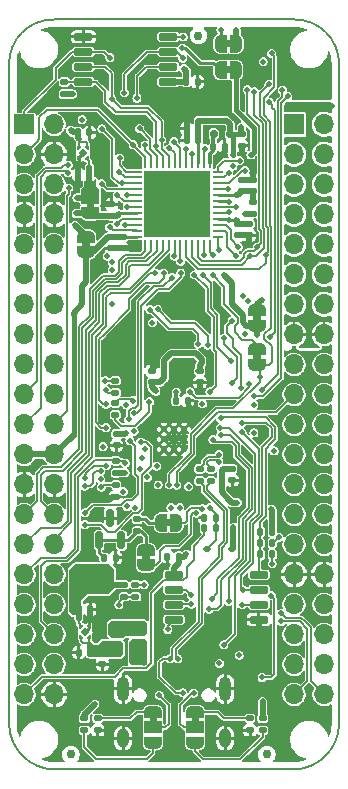
<source format=gbr>
%TF.GenerationSoftware,KiCad,Pcbnew,9.0.2*%
%TF.CreationDate,2025-05-14T22:05:17+05:30*%
%TF.ProjectId,pico2-ice,7069636f-322d-4696-9365-2e6b69636164,REV2*%
%TF.SameCoordinates,Original*%
%TF.FileFunction,Copper,L4,Bot*%
%TF.FilePolarity,Positive*%
%FSLAX46Y46*%
G04 Gerber Fmt 4.6, Leading zero omitted, Abs format (unit mm)*
G04 Created by KiCad (PCBNEW 9.0.2) date 2025-05-14 22:05:17*
%MOMM*%
%LPD*%
G01*
G04 APERTURE LIST*
G04 Aperture macros list*
%AMRoundRect*
0 Rectangle with rounded corners*
0 $1 Rounding radius*
0 $2 $3 $4 $5 $6 $7 $8 $9 X,Y pos of 4 corners*
0 Add a 4 corners polygon primitive as box body*
4,1,4,$2,$3,$4,$5,$6,$7,$8,$9,$2,$3,0*
0 Add four circle primitives for the rounded corners*
1,1,$1+$1,$2,$3*
1,1,$1+$1,$4,$5*
1,1,$1+$1,$6,$7*
1,1,$1+$1,$8,$9*
0 Add four rect primitives between the rounded corners*
20,1,$1+$1,$2,$3,$4,$5,0*
20,1,$1+$1,$4,$5,$6,$7,0*
20,1,$1+$1,$6,$7,$8,$9,0*
20,1,$1+$1,$8,$9,$2,$3,0*%
%AMRotRect*
0 Rectangle, with rotation*
0 The origin of the aperture is its center*
0 $1 length*
0 $2 width*
0 $3 Rotation angle, in degrees counterclockwise*
0 Add horizontal line*
21,1,$1,$2,0,0,$3*%
%AMFreePoly0*
4,1,23,0.550000,-0.750000,0.000000,-0.750000,0.000000,-0.745722,-0.065263,-0.745722,-0.191342,-0.711940,-0.304381,-0.646677,-0.396677,-0.554381,-0.461940,-0.441342,-0.495722,-0.315263,-0.495722,-0.250000,-0.500000,-0.250000,-0.500000,0.250000,-0.495722,0.250000,-0.495722,0.315263,-0.461940,0.441342,-0.396677,0.554381,-0.304381,0.646677,-0.191342,0.711940,-0.065263,0.745722,0.000000,0.745722,
0.000000,0.750000,0.550000,0.750000,0.550000,-0.750000,0.550000,-0.750000,$1*%
%AMFreePoly1*
4,1,23,0.000000,0.745722,0.065263,0.745722,0.191342,0.711940,0.304381,0.646677,0.396677,0.554381,0.461940,0.441342,0.495722,0.315263,0.495722,0.250000,0.500000,0.250000,0.500000,-0.250000,0.495722,-0.250000,0.495722,-0.315263,0.461940,-0.441342,0.396677,-0.554381,0.304381,-0.646677,0.191342,-0.711940,0.065263,-0.745722,0.000000,-0.745722,0.000000,-0.750000,-0.550000,-0.750000,
-0.550000,0.750000,0.000000,0.750000,0.000000,0.745722,0.000000,0.745722,$1*%
%AMFreePoly2*
4,1,23,0.500000,-0.750000,0.000000,-0.750000,0.000000,-0.745722,-0.065263,-0.745722,-0.191342,-0.711940,-0.304381,-0.646677,-0.396677,-0.554381,-0.461940,-0.441342,-0.495722,-0.315263,-0.495722,-0.250000,-0.500000,-0.250000,-0.500000,0.250000,-0.495722,0.250000,-0.495722,0.315263,-0.461940,0.441342,-0.396677,0.554381,-0.304381,0.646677,-0.191342,0.711940,-0.065263,0.745722,0.000000,0.745722,
0.000000,0.750000,0.500000,0.750000,0.500000,-0.750000,0.500000,-0.750000,$1*%
%AMFreePoly3*
4,1,23,0.000000,0.745722,0.065263,0.745722,0.191342,0.711940,0.304381,0.646677,0.396677,0.554381,0.461940,0.441342,0.495722,0.315263,0.495722,0.250000,0.500000,0.250000,0.500000,-0.250000,0.495722,-0.250000,0.495722,-0.315263,0.461940,-0.441342,0.396677,-0.554381,0.304381,-0.646677,0.191342,-0.711940,0.065263,-0.745722,0.000000,-0.745722,0.000000,-0.750000,-0.500000,-0.750000,
-0.500000,0.750000,0.000000,0.750000,0.000000,0.745722,0.000000,0.745722,$1*%
%AMFreePoly4*
4,1,6,0.130000,-0.115000,-0.020000,-0.275000,-0.130000,-0.275000,-0.130000,0.115000,0.130000,0.115000,0.130000,-0.115000,0.130000,-0.115000,$1*%
%AMFreePoly5*
4,1,6,0.130000,-0.275000,0.020000,-0.275000,-0.130000,-0.115000,-0.130000,0.115000,0.130000,0.115000,0.130000,-0.275000,0.130000,-0.275000,$1*%
G04 Aperture macros list end*
%TA.AperFunction,EtchedComponent*%
%ADD10C,0.000000*%
%TD*%
%TA.AperFunction,ComponentPad*%
%ADD11O,1.000000X2.100000*%
%TD*%
%TA.AperFunction,ComponentPad*%
%ADD12O,1.000000X1.600000*%
%TD*%
%TA.AperFunction,ComponentPad*%
%ADD13R,1.700000X1.700000*%
%TD*%
%TA.AperFunction,ComponentPad*%
%ADD14O,1.700000X1.700000*%
%TD*%
%TA.AperFunction,HeatsinkPad*%
%ADD15C,0.600000*%
%TD*%
%TA.AperFunction,SMDPad,CuDef*%
%ADD16FreePoly0,270.000000*%
%TD*%
%TA.AperFunction,SMDPad,CuDef*%
%ADD17R,1.500000X1.000000*%
%TD*%
%TA.AperFunction,SMDPad,CuDef*%
%ADD18FreePoly1,270.000000*%
%TD*%
%TA.AperFunction,SMDPad,CuDef*%
%ADD19RoundRect,0.140000X0.140000X0.170000X-0.140000X0.170000X-0.140000X-0.170000X0.140000X-0.170000X0*%
%TD*%
%TA.AperFunction,SMDPad,CuDef*%
%ADD20RoundRect,0.135000X0.135000X0.185000X-0.135000X0.185000X-0.135000X-0.185000X0.135000X-0.185000X0*%
%TD*%
%TA.AperFunction,SMDPad,CuDef*%
%ADD21RoundRect,0.140000X0.170000X-0.140000X0.170000X0.140000X-0.170000X0.140000X-0.170000X-0.140000X0*%
%TD*%
%TA.AperFunction,SMDPad,CuDef*%
%ADD22RoundRect,0.200000X0.275000X-0.200000X0.275000X0.200000X-0.275000X0.200000X-0.275000X-0.200000X0*%
%TD*%
%TA.AperFunction,SMDPad,CuDef*%
%ADD23RoundRect,0.140000X-0.170000X0.140000X-0.170000X-0.140000X0.170000X-0.140000X0.170000X0.140000X0*%
%TD*%
%TA.AperFunction,SMDPad,CuDef*%
%ADD24RoundRect,0.140000X-0.140000X-0.170000X0.140000X-0.170000X0.140000X0.170000X-0.140000X0.170000X0*%
%TD*%
%TA.AperFunction,SMDPad,CuDef*%
%ADD25C,0.750000*%
%TD*%
%TA.AperFunction,SMDPad,CuDef*%
%ADD26RoundRect,0.135000X-0.135000X-0.185000X0.135000X-0.185000X0.135000X0.185000X-0.135000X0.185000X0*%
%TD*%
%TA.AperFunction,SMDPad,CuDef*%
%ADD27RoundRect,0.150000X-0.650000X-0.150000X0.650000X-0.150000X0.650000X0.150000X-0.650000X0.150000X0*%
%TD*%
%TA.AperFunction,SMDPad,CuDef*%
%ADD28RoundRect,0.135000X0.185000X-0.135000X0.185000X0.135000X-0.185000X0.135000X-0.185000X-0.135000X0*%
%TD*%
%TA.AperFunction,SMDPad,CuDef*%
%ADD29RoundRect,0.135000X-0.185000X0.135000X-0.185000X-0.135000X0.185000X-0.135000X0.185000X0.135000X0*%
%TD*%
%TA.AperFunction,SMDPad,CuDef*%
%ADD30RoundRect,0.150000X0.650000X0.150000X-0.650000X0.150000X-0.650000X-0.150000X0.650000X-0.150000X0*%
%TD*%
%TA.AperFunction,SMDPad,CuDef*%
%ADD31FreePoly2,270.000000*%
%TD*%
%TA.AperFunction,SMDPad,CuDef*%
%ADD32FreePoly3,270.000000*%
%TD*%
%TA.AperFunction,SMDPad,CuDef*%
%ADD33RoundRect,0.112500X-0.112500X0.187500X-0.112500X-0.187500X0.112500X-0.187500X0.112500X0.187500X0*%
%TD*%
%TA.AperFunction,SMDPad,CuDef*%
%ADD34RoundRect,0.150000X0.150000X-0.587500X0.150000X0.587500X-0.150000X0.587500X-0.150000X-0.587500X0*%
%TD*%
%TA.AperFunction,SMDPad,CuDef*%
%ADD35RoundRect,0.112500X0.187500X0.112500X-0.187500X0.112500X-0.187500X-0.112500X0.187500X-0.112500X0*%
%TD*%
%TA.AperFunction,SMDPad,CuDef*%
%ADD36FreePoly2,90.000000*%
%TD*%
%TA.AperFunction,SMDPad,CuDef*%
%ADD37FreePoly3,90.000000*%
%TD*%
%TA.AperFunction,SMDPad,CuDef*%
%ADD38FreePoly2,0.000000*%
%TD*%
%TA.AperFunction,SMDPad,CuDef*%
%ADD39FreePoly3,0.000000*%
%TD*%
%TA.AperFunction,SMDPad,CuDef*%
%ADD40RoundRect,0.150000X0.150000X0.200000X-0.150000X0.200000X-0.150000X-0.200000X0.150000X-0.200000X0*%
%TD*%
%TA.AperFunction,SMDPad,CuDef*%
%ADD41RoundRect,0.062500X-0.375000X-0.062500X0.375000X-0.062500X0.375000X0.062500X-0.375000X0.062500X0*%
%TD*%
%TA.AperFunction,SMDPad,CuDef*%
%ADD42RoundRect,0.062500X-0.062500X-0.375000X0.062500X-0.375000X0.062500X0.375000X-0.062500X0.375000X0*%
%TD*%
%TA.AperFunction,SMDPad,CuDef*%
%ADD43R,5.600000X5.600000*%
%TD*%
%TA.AperFunction,SMDPad,CuDef*%
%ADD44FreePoly4,180.000000*%
%TD*%
%TA.AperFunction,SMDPad,CuDef*%
%ADD45FreePoly5,180.000000*%
%TD*%
%TA.AperFunction,SMDPad,CuDef*%
%ADD46FreePoly4,0.000000*%
%TD*%
%TA.AperFunction,SMDPad,CuDef*%
%ADD47FreePoly5,0.000000*%
%TD*%
%TA.AperFunction,SMDPad,CuDef*%
%ADD48RotRect,0.520000X0.520000X315.000000*%
%TD*%
%TA.AperFunction,SMDPad,CuDef*%
%ADD49RotRect,0.520000X0.520000X135.000000*%
%TD*%
%TA.AperFunction,ViaPad*%
%ADD50C,0.508000*%
%TD*%
%TA.AperFunction,Conductor*%
%ADD51C,0.508000*%
%TD*%
%TA.AperFunction,Conductor*%
%ADD52C,0.254000*%
%TD*%
%TA.AperFunction,Conductor*%
%ADD53C,0.304800*%
%TD*%
%TA.AperFunction,Conductor*%
%ADD54C,0.406400*%
%TD*%
%TA.AperFunction,Conductor*%
%ADD55C,0.203200*%
%TD*%
%TA.AperFunction,Conductor*%
%ADD56C,0.152400*%
%TD*%
%TA.AperFunction,Profile*%
%ADD57C,0.127000*%
%TD*%
G04 APERTURE END LIST*
D10*
%TA.AperFunction,EtchedComponent*%
G36*
X70912000Y-130664000D02*
G01*
X70312000Y-130664000D01*
X70312000Y-130164000D01*
X70912000Y-130164000D01*
X70912000Y-130664000D01*
G37*
%TD.AperFunction*%
%TA.AperFunction,EtchedComponent*%
G36*
X74468000Y-130664000D02*
G01*
X73868000Y-130664000D01*
X73868000Y-130164000D01*
X74468000Y-130164000D01*
X74468000Y-130664000D01*
G37*
%TD.AperFunction*%
%TA.AperFunction,EtchedComponent*%
G36*
X65232718Y-90402671D02*
G01*
X64632718Y-90402671D01*
X64632718Y-89902671D01*
X65232718Y-89902671D01*
X65232718Y-90402671D01*
G37*
%TD.AperFunction*%
%TA.AperFunction,EtchedComponent*%
G36*
X79710718Y-96639071D02*
G01*
X79110718Y-96639071D01*
X79110718Y-96139071D01*
X79710718Y-96139071D01*
X79710718Y-96639071D01*
G37*
%TD.AperFunction*%
%TA.AperFunction,EtchedComponent*%
G36*
X79710718Y-99953071D02*
G01*
X79110718Y-99953071D01*
X79110718Y-99453071D01*
X79710718Y-99453071D01*
X79710718Y-99953071D01*
G37*
%TD.AperFunction*%
%TA.AperFunction,EtchedComponent*%
G36*
X77258118Y-73460071D02*
G01*
X76758118Y-73460071D01*
X76758118Y-72860071D01*
X77258118Y-72860071D01*
X77258118Y-73460071D01*
G37*
%TD.AperFunction*%
%TA.AperFunction,EtchedComponent*%
G36*
X65613718Y-87126071D02*
G01*
X65013718Y-87126071D01*
X65013718Y-86626071D01*
X65613718Y-86626071D01*
X65613718Y-87126071D01*
G37*
%TD.AperFunction*%
%TA.AperFunction,EtchedComponent*%
G36*
X70312718Y-116945671D02*
G01*
X69712718Y-116945671D01*
X69712718Y-116445671D01*
X70312718Y-116445671D01*
X70312718Y-116945671D01*
G37*
%TD.AperFunction*%
%TA.AperFunction,EtchedComponent*%
G36*
X72193118Y-114023871D02*
G01*
X71693118Y-114023871D01*
X71693118Y-113423871D01*
X72193118Y-113423871D01*
X72193118Y-114023871D01*
G37*
%TD.AperFunction*%
%TA.AperFunction,EtchedComponent*%
G36*
X77232718Y-75695271D02*
G01*
X76732718Y-75695271D01*
X76732718Y-75095271D01*
X77232718Y-75095271D01*
X77232718Y-75695271D01*
G37*
%TD.AperFunction*%
D11*
X68070000Y-127807000D03*
D12*
X68070000Y-131987000D03*
D11*
X76710000Y-127807000D03*
D12*
X76710000Y-131987000D03*
D13*
X82550000Y-80010000D03*
D14*
X85090000Y-80010000D03*
X82550000Y-82550000D03*
X85090000Y-82550000D03*
X82550000Y-85090000D03*
X85090000Y-85090000D03*
X82550000Y-87630000D03*
X85090000Y-87630000D03*
X82550000Y-90170000D03*
X85090000Y-90170000D03*
X82550000Y-92710000D03*
X85090000Y-92710000D03*
X82550000Y-95250000D03*
X85090000Y-95250000D03*
X82550000Y-97790000D03*
X85090000Y-97790000D03*
X82550000Y-100330000D03*
X85090000Y-100330000D03*
X82550000Y-102870000D03*
X85090000Y-102870000D03*
X82550000Y-105410000D03*
X85090000Y-105410000D03*
X82550000Y-107950000D03*
X85090000Y-107950000D03*
X82550000Y-110490000D03*
X85090000Y-110490000D03*
X82550000Y-113030000D03*
X85090000Y-113030000D03*
X82550000Y-115570000D03*
X85090000Y-115570000D03*
X82550000Y-118110000D03*
X85090000Y-118110000D03*
X82550000Y-120650000D03*
X85090000Y-120650000D03*
X82550000Y-123190000D03*
X85090000Y-123190000D03*
X82550000Y-125730000D03*
X85090000Y-125730000D03*
X82550000Y-128270000D03*
X85090000Y-128270000D03*
D13*
X59690000Y-80010000D03*
D14*
X62230000Y-80010000D03*
X59690000Y-82550000D03*
X62230000Y-82550000D03*
X59690000Y-85090000D03*
X62230000Y-85090000D03*
X59690000Y-87630000D03*
X62230000Y-87630000D03*
X59690000Y-90170000D03*
X62230000Y-90170000D03*
X59690000Y-92710000D03*
X62230000Y-92710000D03*
X59690000Y-95250000D03*
X62230000Y-95250000D03*
X59690000Y-97790000D03*
X62230000Y-97790000D03*
X59690000Y-100330000D03*
X62230000Y-100330000D03*
X59690000Y-102870000D03*
X62230000Y-102870000D03*
X59690000Y-105410000D03*
X62230000Y-105410000D03*
X59690000Y-107950000D03*
X62230000Y-107950000D03*
X59690000Y-110490000D03*
X62230000Y-110490000D03*
X59690000Y-113030000D03*
X62230000Y-113030000D03*
X59690000Y-115570000D03*
X62230000Y-115570000D03*
X59690000Y-118110000D03*
X62230000Y-118110000D03*
X59690000Y-120650000D03*
X62230000Y-120650000D03*
X59690000Y-123190000D03*
X62230000Y-123190000D03*
X59690000Y-125730000D03*
X62230000Y-125730000D03*
X59690000Y-128270000D03*
X62230000Y-128270000D03*
D15*
X73240000Y-105830000D03*
X72390000Y-105830000D03*
X71540000Y-105830000D03*
X73240000Y-106680000D03*
X72390000Y-106680000D03*
X71540000Y-106680000D03*
X73240000Y-107530000D03*
X72390000Y-107530000D03*
X71540000Y-107530000D03*
D16*
X70612000Y-129764000D03*
D17*
X70612000Y-131064000D03*
D18*
X70612000Y-132364000D03*
D19*
X65285718Y-124722071D03*
X64325718Y-124722071D03*
D20*
X80708118Y-114485871D03*
X79688118Y-114485871D03*
D21*
X70520718Y-101834071D03*
X70520718Y-100874071D03*
D22*
X67599718Y-124658071D03*
X67599718Y-123008071D03*
D23*
X68031518Y-89545671D03*
X68031518Y-90505671D03*
D24*
X73444318Y-76411271D03*
X74404318Y-76411271D03*
D25*
X74455718Y-72489071D03*
D26*
X74963718Y-114206471D03*
X75983718Y-114206471D03*
D23*
X67066318Y-89545671D03*
X67066318Y-90505671D03*
X67523518Y-106208071D03*
X67523518Y-107168071D03*
X78775718Y-88428071D03*
X78775718Y-89388071D03*
D24*
X66484718Y-116695671D03*
X67444718Y-116695671D03*
X64269718Y-80676071D03*
X65229718Y-80676071D03*
D23*
X77835918Y-88428071D03*
X77835918Y-89388071D03*
X66329718Y-124750071D03*
X66329718Y-125710071D03*
D24*
X64325718Y-121039071D03*
X65285718Y-121039071D03*
D27*
X64710918Y-76411271D03*
X64710918Y-75141271D03*
X64710918Y-73871271D03*
X64710918Y-72601271D03*
X71910918Y-72601271D03*
X71910918Y-73871271D03*
X71910918Y-75141271D03*
X71910918Y-76411271D03*
D28*
X74559318Y-110195271D03*
X74559318Y-109175271D03*
D16*
X74168000Y-129764000D03*
D17*
X74168000Y-131064000D03*
D18*
X74168000Y-132364000D03*
D29*
X64805718Y-130282671D03*
X64805718Y-131302671D03*
D28*
X75524518Y-110195271D03*
X75524518Y-109175271D03*
D26*
X79688118Y-115451071D03*
X80708118Y-115451071D03*
D28*
X69123718Y-119997671D03*
X69123718Y-118977671D03*
D19*
X74421647Y-80388753D03*
X73461647Y-80388753D03*
D29*
X67472718Y-110498071D03*
X67472718Y-111518071D03*
D30*
X79581718Y-118118071D03*
X79581718Y-119388071D03*
X79581718Y-120658071D03*
X79581718Y-121928071D03*
X72381718Y-121928071D03*
X72381718Y-120658071D03*
X72381718Y-119388071D03*
X72381718Y-118118071D03*
D20*
X75983718Y-113292071D03*
X74963718Y-113292071D03*
D21*
X67091718Y-87737071D03*
X67091718Y-86777071D03*
D29*
X63103918Y-76411271D03*
X63103918Y-77431271D03*
D31*
X64932718Y-89502671D03*
D32*
X64932718Y-90802671D03*
D29*
X78826518Y-130282671D03*
X78826518Y-131302671D03*
D33*
X69377718Y-122910071D03*
X69377718Y-125010071D03*
D25*
X63662718Y-133350000D03*
D28*
X67421918Y-104607271D03*
X67421918Y-103587271D03*
D23*
X74584718Y-100874071D03*
X74584718Y-101834071D03*
D24*
X72575718Y-103389071D03*
X73535718Y-103389071D03*
D34*
X67940118Y-115220171D03*
X66040118Y-115220171D03*
X66990118Y-113345171D03*
D25*
X80248918Y-133350000D03*
D35*
X77255718Y-115989071D03*
X75155718Y-115989071D03*
D24*
X75727718Y-81912753D03*
X76687718Y-81912753D03*
D29*
X68158518Y-118977671D03*
X68158518Y-119997671D03*
X67472718Y-108489471D03*
X67472718Y-109509471D03*
D21*
X78140718Y-85679671D03*
X78140718Y-84719671D03*
D29*
X67421918Y-101707671D03*
X67421918Y-102727671D03*
D26*
X79688118Y-116416271D03*
X80708118Y-116416271D03*
D31*
X79410718Y-95739071D03*
D32*
X79410718Y-97039071D03*
D23*
X77302518Y-109179871D03*
X77302518Y-110139871D03*
D36*
X79410718Y-100353071D03*
D37*
X79410718Y-99053071D03*
D19*
X72778718Y-116594071D03*
X71818718Y-116594071D03*
D29*
X79893318Y-130282671D03*
X79893318Y-131302671D03*
X79080518Y-86543871D03*
X79080518Y-87563871D03*
D38*
X76358118Y-73160071D03*
D39*
X77658118Y-73160071D03*
D40*
X75738918Y-80820553D03*
X77138918Y-80820553D03*
D36*
X65313718Y-87526071D03*
D37*
X65313718Y-86226071D03*
D31*
X70012718Y-116045671D03*
D32*
X70012718Y-117345671D03*
D41*
X69242218Y-89499071D03*
X69242218Y-88999071D03*
X69242218Y-88499071D03*
X69242218Y-87999071D03*
X69242218Y-87499071D03*
X69242218Y-86999071D03*
X69242218Y-86499071D03*
X69242218Y-85999071D03*
X69242218Y-85499071D03*
X69242218Y-84999071D03*
X69242218Y-84499071D03*
X69242218Y-83999071D03*
D42*
X69929718Y-83311571D03*
X70429718Y-83311571D03*
X70929718Y-83311571D03*
X71429718Y-83311571D03*
X71929718Y-83311571D03*
X72429718Y-83311571D03*
X72929718Y-83311571D03*
X73429718Y-83311571D03*
X73929718Y-83311571D03*
X74429718Y-83311571D03*
X74929718Y-83311571D03*
X75429718Y-83311571D03*
D41*
X76117218Y-83999071D03*
X76117218Y-84499071D03*
X76117218Y-84999071D03*
X76117218Y-85499071D03*
X76117218Y-85999071D03*
X76117218Y-86499071D03*
X76117218Y-86999071D03*
X76117218Y-87499071D03*
X76117218Y-87999071D03*
X76117218Y-88499071D03*
X76117218Y-88999071D03*
X76117218Y-89499071D03*
D42*
X75429718Y-90186571D03*
X74929718Y-90186571D03*
X74429718Y-90186571D03*
X73929718Y-90186571D03*
X73429718Y-90186571D03*
X72929718Y-90186571D03*
X72429718Y-90186571D03*
X71929718Y-90186571D03*
X71429718Y-90186571D03*
X70929718Y-90186571D03*
X70429718Y-90186571D03*
X69929718Y-90186571D03*
D43*
X72679718Y-86749071D03*
D44*
X65003718Y-82916071D03*
D45*
X64353718Y-82916071D03*
D46*
X64353718Y-81946071D03*
D47*
X65003718Y-81946071D03*
D48*
X64678718Y-82431071D03*
D19*
X65229718Y-84232071D03*
X64269718Y-84232071D03*
D23*
X78107247Y-80848553D03*
X78107247Y-81808553D03*
D21*
X79080518Y-85679671D03*
X79080518Y-84719671D03*
D29*
X69276118Y-113417071D03*
X69276118Y-114437071D03*
D38*
X71293118Y-113723871D03*
D39*
X72593118Y-113723871D03*
D46*
X64551718Y-122482071D03*
D47*
X65201718Y-122482071D03*
D44*
X65201718Y-123452071D03*
D45*
X64551718Y-123452071D03*
D49*
X64876718Y-122967071D03*
D29*
X65923318Y-130282671D03*
X65923318Y-131302671D03*
D19*
X74421647Y-81353953D03*
X73461647Y-81353953D03*
D38*
X76332718Y-75395271D03*
D39*
X77632718Y-75395271D03*
D50*
X72070118Y-87079271D03*
X75041918Y-88400071D03*
X72070118Y-86037871D03*
X80121918Y-106154671D03*
X73441718Y-84386871D03*
X70800118Y-74582471D03*
X72120918Y-84437671D03*
X73456447Y-79677553D03*
X77556518Y-133231071D03*
X64267118Y-84867071D03*
X73162318Y-95537471D03*
X65923318Y-81923071D03*
X77555718Y-111189071D03*
X84973318Y-75979471D03*
X79080518Y-84107471D03*
X66869063Y-111774016D03*
X75041918Y-87089071D03*
X71003318Y-86164871D03*
X77785118Y-112682471D03*
X60944918Y-129675071D03*
X74635518Y-95410471D03*
X79613918Y-124214071D03*
X76134118Y-95410471D03*
X70596918Y-84437671D03*
X59725718Y-77655871D03*
X74559318Y-102649471D03*
X68834863Y-96268216D03*
X66609118Y-104706871D03*
X76388118Y-82634271D03*
X70927118Y-100289071D03*
X72095518Y-114892271D03*
X73517918Y-88400071D03*
X67040918Y-132773871D03*
X74273008Y-114555161D03*
X73467118Y-86063271D03*
X63455718Y-124689071D03*
X71384318Y-84996471D03*
X79588518Y-122664671D03*
X74432318Y-84691671D03*
X74838718Y-75623871D03*
X63255718Y-72289071D03*
X82738118Y-77249471D03*
X78267718Y-82507271D03*
X62773718Y-130894271D03*
X70455718Y-118689071D03*
X71765318Y-88400071D03*
X80121918Y-103817871D03*
X66455718Y-121689071D03*
X79359918Y-72245671D03*
X80655318Y-111717271D03*
X66507518Y-86774471D03*
X66155718Y-112689071D03*
X67255718Y-100896871D03*
X73955718Y-104089071D03*
X78420118Y-107780271D03*
X78739918Y-90189071D03*
X71638318Y-95512071D03*
X67255718Y-125689071D03*
X68539518Y-80348271D03*
X78826518Y-127389071D03*
X69112140Y-90559071D03*
X81976118Y-133485071D03*
X65135918Y-118295871D03*
X64678718Y-117584671D03*
X78369318Y-97772671D03*
X78896664Y-82594767D03*
X76598518Y-92789071D03*
X66050318Y-118295871D03*
X65567718Y-119007071D03*
X68336318Y-106103871D03*
X64678718Y-119007071D03*
X68260118Y-109507471D03*
X67142518Y-95232671D03*
X77912118Y-124950671D03*
X79156718Y-106129271D03*
X70855718Y-102598671D03*
X79410718Y-97874271D03*
X80629918Y-112580871D03*
X72120918Y-112453871D03*
X79156718Y-103767071D03*
X68336318Y-103741671D03*
X77404118Y-114968471D03*
X73441718Y-116365471D03*
X65567718Y-117584671D03*
X64323118Y-121826471D03*
X74719120Y-100240648D03*
X77404118Y-114130271D03*
X68412518Y-112352271D03*
X80858518Y-107653271D03*
X72882918Y-112453871D03*
X66380518Y-107280000D03*
X72578118Y-102649471D03*
X80629918Y-119896071D03*
X79842518Y-126830271D03*
X67726718Y-120683471D03*
X75676918Y-106688071D03*
X73848118Y-119870671D03*
X75575318Y-120175471D03*
X73848118Y-120632671D03*
X75346718Y-121039071D03*
X76337318Y-106332471D03*
X76616718Y-124061671D03*
X78166118Y-106078471D03*
X71866918Y-122766271D03*
X77010418Y-120391371D03*
X78166118Y-120683471D03*
X76311918Y-105672071D03*
X78216918Y-119413471D03*
X78166118Y-105265671D03*
X72065515Y-125255471D03*
X73136918Y-128125671D03*
X72714485Y-125255471D03*
X78394718Y-87561871D03*
X64170718Y-86215671D03*
X64094518Y-87536471D03*
X77040447Y-86535553D03*
X73086118Y-73541071D03*
X68253060Y-108677334D03*
X76190307Y-107955515D03*
X77606231Y-91138196D03*
X66583718Y-101709671D03*
X70850918Y-81796071D03*
X77226318Y-100058671D03*
X69479318Y-80348271D03*
X68183918Y-77325671D03*
X74838718Y-92743471D03*
X73136918Y-74404671D03*
X76438918Y-109304271D03*
X77759718Y-112022071D03*
X67726718Y-123960071D03*
X67091718Y-123960071D03*
X66278918Y-80373671D03*
X68006118Y-84999071D03*
X63408718Y-84082071D03*
X73238518Y-75279703D03*
X63637318Y-80475271D03*
X84363718Y-78417871D03*
X82331718Y-78392471D03*
X63992918Y-88552471D03*
X64602518Y-79611671D03*
X79805718Y-94839071D03*
X78089918Y-80221271D03*
X77378718Y-83523271D03*
X85760718Y-78417871D03*
X77658118Y-72017071D03*
X77353318Y-82583471D03*
X74421647Y-79677553D03*
X63815118Y-77427271D03*
X83322318Y-78392471D03*
X79944118Y-74684071D03*
X77015047Y-88110353D03*
X73162318Y-72601271D03*
X74102118Y-92743471D03*
X75422918Y-102649471D03*
X69936518Y-81770671D03*
X71333518Y-81313471D03*
X67117118Y-77833671D03*
X78400508Y-83910061D03*
X70555718Y-96789071D03*
X66177318Y-110066271D03*
X77937518Y-83066071D03*
X73921718Y-82510712D03*
X69019118Y-105989071D03*
X78200283Y-94502188D03*
X66634518Y-103690871D03*
X72374918Y-81465871D03*
X71511318Y-92591071D03*
X72959118Y-92591071D03*
X68996718Y-104478272D03*
X77023118Y-84107471D03*
X75016518Y-82050071D03*
X68539518Y-104986271D03*
X72197118Y-92972071D03*
X70298518Y-103489071D03*
X78686712Y-94931440D03*
X73416318Y-82126271D03*
X70800118Y-92589071D03*
X66634518Y-105672071D03*
X71987008Y-82017761D03*
X69655718Y-108289071D03*
X69530118Y-109177271D03*
X68107245Y-111107671D03*
X69123718Y-112453871D03*
X69955718Y-107489071D03*
X70927118Y-108948671D03*
X70132800Y-109888471D03*
X71047200Y-110523471D03*
X66939318Y-88704871D03*
X68260118Y-88501671D03*
X67574318Y-88425471D03*
X68412518Y-86991071D03*
X66253518Y-85021871D03*
X64824208Y-109932361D03*
X63459518Y-85377471D03*
X66659918Y-108897871D03*
X67746328Y-84037061D03*
X63434118Y-83447071D03*
X66177318Y-109380471D03*
X64831118Y-110625071D03*
X76972318Y-85491071D03*
X77607318Y-87003071D03*
X77023118Y-87460271D03*
X77825518Y-90389071D03*
X76167908Y-90635271D03*
X74940318Y-91092471D03*
X67157990Y-91643277D03*
X72933718Y-91600471D03*
X72425718Y-91168671D03*
X66736118Y-91168671D03*
X76190307Y-108604485D03*
X71130318Y-128328871D03*
X74051318Y-128151071D03*
X74787918Y-103665471D03*
X73619518Y-110675871D03*
X69860318Y-118981671D03*
X82026918Y-77630471D03*
X79156718Y-103030471D03*
X80452118Y-78113071D03*
X80502918Y-97975872D03*
X79817118Y-102497071D03*
X81569718Y-77097071D03*
X80706118Y-117203671D03*
X76362718Y-72009000D03*
X68412518Y-85961671D03*
X66228118Y-110726671D03*
X78855718Y-91189071D03*
X79193328Y-77226681D03*
X79455718Y-90389071D03*
X78577536Y-77071670D03*
X80136718Y-91089071D03*
X80426718Y-76614471D03*
X65694718Y-129090871D03*
X79893318Y-128862271D03*
X76235718Y-125636471D03*
X69860318Y-125585671D03*
X69250718Y-77782871D03*
X68917118Y-81723271D03*
X75702318Y-91067071D03*
X67167918Y-92311671D03*
X78089918Y-102293871D03*
X64855718Y-112889071D03*
X68655718Y-106789071D03*
X77305718Y-96639071D03*
X66964718Y-74353871D03*
X67777518Y-82837471D03*
X76642118Y-98089071D03*
X77277118Y-101938271D03*
X64855718Y-113889071D03*
X69555718Y-106889071D03*
X72628370Y-110549907D03*
X80655718Y-73989071D03*
X71993918Y-110523471D03*
X79639318Y-101404871D03*
X74279918Y-112911071D03*
X81468118Y-122080471D03*
X81468118Y-121394671D03*
X74792362Y-112528878D03*
X70355718Y-95689071D03*
X74455718Y-98589071D03*
X75255718Y-98689071D03*
X71021578Y-95663258D03*
X76337318Y-104884671D03*
X66609118Y-102522471D03*
X78775718Y-101989071D03*
X73746518Y-102649471D03*
X81290318Y-114968471D03*
X68895118Y-103389071D03*
X67599718Y-85987071D03*
X75651518Y-92794271D03*
X75422918Y-112453871D03*
D51*
X79581718Y-121928071D02*
X79581718Y-122657871D01*
X78775718Y-90153271D02*
X78775718Y-89388071D01*
X67091718Y-86777071D02*
X66510118Y-86777071D01*
D52*
X65201718Y-122482071D02*
X65201718Y-122642071D01*
X64353718Y-83307271D02*
X64267118Y-83393871D01*
D51*
X78739918Y-90189071D02*
X78775718Y-90153271D01*
X78107247Y-81808553D02*
X78107247Y-82346800D01*
X73461647Y-80388753D02*
X73461647Y-79682753D01*
X67125008Y-111518071D02*
X66869063Y-111774016D01*
X79080518Y-84719671D02*
X78140718Y-84719671D01*
D53*
X73535718Y-103669071D02*
X73955718Y-104089071D01*
D51*
X64269718Y-84864471D02*
X64267118Y-84867071D01*
D52*
X64353718Y-82756071D02*
X64678718Y-82431071D01*
D51*
X64269718Y-84232071D02*
X64269718Y-84864471D01*
X69058740Y-90505671D02*
X69112140Y-90559071D01*
X78775718Y-89388071D02*
X77835918Y-89388071D01*
D53*
X73240000Y-106680000D02*
X73240000Y-107530000D01*
D51*
X70927118Y-100289071D02*
X70520718Y-100695471D01*
D53*
X72390000Y-106680000D02*
X72390000Y-107530000D01*
D51*
X73461647Y-79682753D02*
X73456447Y-79677553D01*
X79080518Y-84719671D02*
X79080518Y-84107471D01*
X74584718Y-102624071D02*
X74559318Y-102649471D01*
X64269718Y-83396471D02*
X64267118Y-83393871D01*
X64269718Y-84232071D02*
X64269718Y-83396471D01*
D52*
X65201718Y-122482071D02*
X65201718Y-121907871D01*
D53*
X72390000Y-106680000D02*
X71540000Y-106680000D01*
X73535718Y-103389071D02*
X73535718Y-103669071D01*
D52*
X64353718Y-82916071D02*
X64353718Y-82756071D01*
X64353718Y-82916071D02*
X64353718Y-83307271D01*
D51*
X67472718Y-111518071D02*
X67125008Y-111518071D01*
X78107247Y-82346800D02*
X78267718Y-82507271D01*
D53*
X73240000Y-106680000D02*
X73240000Y-105830000D01*
D52*
X65201718Y-122642071D02*
X64876718Y-122967071D01*
X65201718Y-121907871D02*
X65285718Y-121823871D01*
D51*
X66510118Y-86777071D02*
X66507518Y-86774471D01*
X67066318Y-90505671D02*
X68031518Y-90505671D01*
X76687718Y-82334671D02*
X76388118Y-82634271D01*
X76687718Y-81912753D02*
X76687718Y-82334671D01*
X74584718Y-101834071D02*
X74584718Y-102624071D01*
X73461647Y-81353953D02*
X73461647Y-80388753D01*
D53*
X72390000Y-106680000D02*
X72390000Y-105830000D01*
D51*
X65285718Y-121039071D02*
X65285718Y-121823871D01*
D53*
X72390000Y-106680000D02*
X73240000Y-106680000D01*
D51*
X79581718Y-122657871D02*
X79588518Y-122664671D01*
X70520718Y-100695471D02*
X70520718Y-100874071D01*
X68031518Y-90505671D02*
X69058740Y-90505671D01*
X67523518Y-106208071D02*
X68232118Y-106208071D01*
X71562118Y-101481071D02*
X71562118Y-99982671D01*
X80706118Y-112657071D02*
X80629918Y-112580871D01*
D54*
X77632718Y-78812671D02*
X77632718Y-75395271D01*
D51*
X77404118Y-115840671D02*
X77255718Y-115989071D01*
X71209118Y-101834071D02*
X71562118Y-101481071D01*
X78220118Y-96153471D02*
X77255718Y-95189071D01*
X77255718Y-93446271D02*
X76598518Y-92789071D01*
X71562118Y-99982671D02*
X72155718Y-99389071D01*
X79410718Y-97874271D02*
X79410718Y-97051071D01*
X80706118Y-113063471D02*
X80706118Y-112657071D01*
X67472718Y-109509471D02*
X68258118Y-109509471D01*
X64325718Y-121823871D02*
X64323118Y-121826471D01*
X68232118Y-106208071D02*
X68336318Y-106103871D01*
X67070318Y-118977671D02*
X67066318Y-118981671D01*
X77255718Y-95189071D02*
X77255718Y-93446271D01*
X72778718Y-116594071D02*
X73213118Y-116594071D01*
X64325718Y-121829071D02*
X64325718Y-121849271D01*
X70520718Y-101834071D02*
X71209118Y-101834071D01*
X72778718Y-116594071D02*
X72778718Y-117130071D01*
X80708118Y-113065471D02*
X80706118Y-113063471D01*
X64325718Y-121039071D02*
X64325718Y-121823871D01*
X79410718Y-97051071D02*
X78517718Y-97051071D01*
X73213118Y-116594071D02*
X73441718Y-116365471D01*
X68158518Y-118977671D02*
X67070318Y-118977671D01*
D55*
X64551718Y-122482071D02*
X64323118Y-122253471D01*
D51*
X78220118Y-96753471D02*
X78220118Y-96153471D01*
X72778718Y-117130071D02*
X72381718Y-117527071D01*
D54*
X79155718Y-82335713D02*
X79155718Y-80335671D01*
D51*
X64323118Y-121826471D02*
X64325718Y-121829071D01*
D54*
X79155718Y-80335671D02*
X77632718Y-78812671D01*
D51*
X77404118Y-114130271D02*
X77404118Y-115840671D01*
X72155718Y-99389071D02*
X74233740Y-99389071D01*
X72381718Y-117527071D02*
X72381718Y-118118071D01*
X74584718Y-100375050D02*
X74719120Y-100240648D01*
X78517718Y-97051071D02*
X78220118Y-96753471D01*
X80708118Y-114485871D02*
X80708118Y-113065471D01*
X70855718Y-102598671D02*
X70520718Y-102263671D01*
D54*
X78896664Y-82594767D02*
X79155718Y-82335713D01*
D51*
X70520718Y-102263671D02*
X70520718Y-101834071D01*
X68258118Y-109509471D02*
X68260118Y-109507471D01*
X64325718Y-121849271D02*
X64323118Y-121851871D01*
D55*
X64323118Y-122253471D02*
X64323118Y-121851871D01*
D51*
X74440718Y-100874071D02*
X74584718Y-100874071D01*
X74584718Y-100874071D02*
X74584718Y-100375050D01*
X74719120Y-99874451D02*
X74719120Y-100240648D01*
X74233740Y-99389071D02*
X74719120Y-99874451D01*
D53*
X72535718Y-102691871D02*
X72578118Y-102649471D01*
X72535718Y-103389071D02*
X72535718Y-102691871D01*
D56*
X68158518Y-119997671D02*
X69123718Y-119997671D01*
X67726718Y-120429471D02*
X68158518Y-119997671D01*
X80629918Y-119896071D02*
X80883918Y-120150071D01*
X80883918Y-126576271D02*
X80629918Y-126830271D01*
X80883918Y-120150071D02*
X80883918Y-126576271D01*
X80629918Y-126830271D02*
X79842518Y-126830271D01*
X67726718Y-120683471D02*
X67726718Y-120429471D01*
X73365518Y-119388071D02*
X72381718Y-119388071D01*
X77607318Y-108110471D02*
X78699518Y-109202671D01*
X77607318Y-107210203D02*
X77607318Y-108110471D01*
X76057918Y-118510339D02*
X77886718Y-116681539D01*
X78699518Y-109202671D02*
X78699518Y-112490539D01*
X78699518Y-112490539D02*
X78133652Y-113056405D01*
X77288386Y-106891271D02*
X77607318Y-107210203D01*
X75676918Y-106688071D02*
X75880118Y-106891271D01*
X75575318Y-120175471D02*
X76057918Y-119692871D01*
X73848118Y-119870671D02*
X73365518Y-119388071D01*
X77886718Y-116681539D02*
X77886718Y-113303339D01*
X77886718Y-113303339D02*
X78133652Y-113056405D01*
X76057918Y-119692871D02*
X76057918Y-118510339D01*
X75880118Y-106891271D02*
X77288386Y-106891271D01*
X78978918Y-112606271D02*
X78191518Y-113393671D01*
X73848118Y-120632671D02*
X72407118Y-120632671D01*
X76388118Y-120683471D02*
X76032518Y-121039071D01*
X77886718Y-107094471D02*
X77886718Y-107983471D01*
X77124718Y-106332471D02*
X77886718Y-107094471D01*
X72407118Y-120632671D02*
X72381718Y-120658071D01*
X78191518Y-116771871D02*
X76388118Y-118575271D01*
X76388118Y-118575271D02*
X76388118Y-120683471D01*
X78978918Y-109075671D02*
X78978918Y-112606271D01*
X76337318Y-106332471D02*
X77124718Y-106332471D01*
X76032518Y-121039071D02*
X75346718Y-121039071D01*
X77886718Y-107983471D02*
X78978918Y-109075671D01*
X78191518Y-113393671D02*
X78191518Y-116771871D01*
X78166118Y-106078471D02*
X79563118Y-107475471D01*
X71866918Y-122766271D02*
X71866918Y-122442871D01*
X76616718Y-124061671D02*
X77531118Y-123147271D01*
X71866918Y-122442871D02*
X72381718Y-121928071D01*
X77531118Y-118245071D02*
X77531118Y-122867871D01*
X78826518Y-116949671D02*
X77531118Y-118245071D01*
X79563118Y-112961871D02*
X78826518Y-113698471D01*
X78826518Y-113698471D02*
X78826518Y-116949671D01*
X77531118Y-123147271D02*
X77531118Y-122867871D01*
X79563118Y-107475471D02*
X79563118Y-112961871D01*
X77048518Y-105672071D02*
X79283718Y-107907271D01*
X79556318Y-120683471D02*
X79581718Y-120658071D01*
X78470918Y-116910139D02*
X77010418Y-118370639D01*
X77010418Y-118370639D02*
X77010418Y-120391371D01*
X78166118Y-120683471D02*
X79556318Y-120683471D01*
X78470918Y-113596871D02*
X78470918Y-116910139D01*
X79283718Y-112784071D02*
X78470918Y-113596871D01*
X76311918Y-105672071D02*
X77048518Y-105672071D01*
X79283718Y-107907271D02*
X79283718Y-112784071D01*
X78064518Y-119261071D02*
X78216918Y-119413471D01*
X79842518Y-107297671D02*
X79842518Y-113088871D01*
X79105918Y-113825471D02*
X79105918Y-117127471D01*
X80655318Y-105722871D02*
X80655318Y-106484871D01*
X78064518Y-118168871D02*
X78064518Y-119261071D01*
X78166118Y-105265671D02*
X80198118Y-105265671D01*
X80198118Y-105265671D02*
X80655318Y-105722871D01*
X79556318Y-119413471D02*
X79581718Y-119388071D01*
X80655318Y-106484871D02*
X79842518Y-107297671D01*
X79842518Y-113088871D02*
X79105918Y-113825471D01*
X79105918Y-117127471D02*
X78064518Y-118168871D01*
X78216918Y-119413471D02*
X79556318Y-119413471D01*
X78781719Y-119388071D02*
X79581718Y-119388071D01*
X72527318Y-128125671D02*
X71155718Y-126754071D01*
X72243315Y-124341430D02*
X74463433Y-122121312D01*
X74463433Y-118381356D02*
X76176318Y-116668471D01*
X76597033Y-115297756D02*
X76597033Y-112768630D01*
X76176318Y-116668471D02*
X76176318Y-115718471D01*
X76597033Y-112768630D02*
X74895233Y-111066830D01*
X71155718Y-126754071D02*
X71155718Y-125560271D01*
X74559318Y-110245271D02*
X74559318Y-110195271D01*
X74463433Y-122121312D02*
X74463433Y-118381356D01*
X76176318Y-115718471D02*
X76339987Y-115554803D01*
X72065515Y-125255471D02*
X72243315Y-125077671D01*
X71460518Y-125255471D02*
X72065515Y-125255471D01*
X73136918Y-128125671D02*
X72527318Y-128125671D01*
X74895233Y-110581186D02*
X74559318Y-110245271D01*
X74895233Y-111066830D02*
X74895233Y-110581186D01*
X72243315Y-125077671D02*
X72243315Y-124341430D01*
X76339987Y-115554803D02*
X76597033Y-115297756D01*
X71155718Y-125560271D02*
X71460518Y-125255471D01*
X76890403Y-115399518D02*
X76890403Y-112647112D01*
X75524518Y-110245271D02*
X75524518Y-110195271D01*
X75188603Y-110581186D02*
X75524518Y-110245271D01*
X76455718Y-115834203D02*
X76890403Y-115399518D01*
X74756803Y-122242830D02*
X74756803Y-118487986D01*
X75188603Y-110945312D02*
X75188603Y-110581186D01*
X76890403Y-112647112D02*
X75188603Y-110945312D01*
X72714485Y-125255471D02*
X72536685Y-125077671D01*
X74756803Y-118487986D02*
X76455718Y-116789071D01*
X72536685Y-124462948D02*
X74756803Y-122242830D01*
X76455718Y-116789071D02*
X76455718Y-115834203D01*
X72536685Y-125077671D02*
X72536685Y-124462948D01*
D51*
X65229718Y-84232071D02*
X65229718Y-83599671D01*
X78396718Y-87563871D02*
X78394718Y-87561871D01*
D55*
X65003718Y-82916071D02*
X65229718Y-83142071D01*
D51*
X64181118Y-86226071D02*
X64170718Y-86215671D01*
X65229718Y-84232071D02*
X65229718Y-86142071D01*
X65313718Y-86226071D02*
X64181118Y-86226071D01*
X79080518Y-87563871D02*
X78396718Y-87563871D01*
X65229718Y-86142071D02*
X65313718Y-86226071D01*
D55*
X65229718Y-83142071D02*
X65229718Y-83599671D01*
D52*
X77003965Y-86499071D02*
X77040447Y-86535553D01*
D51*
X67091718Y-87737071D02*
X67602318Y-87737071D01*
D52*
X76117218Y-86499071D02*
X77003965Y-86499071D01*
X67840318Y-87499071D02*
X67752118Y-87587271D01*
D51*
X67602318Y-87737071D02*
X67752118Y-87587271D01*
X67091718Y-87737071D02*
X65524718Y-87737071D01*
X64104918Y-87526071D02*
X64094518Y-87536471D01*
X65524718Y-87737071D02*
X65313718Y-87526071D01*
D52*
X69242218Y-87499071D02*
X67840318Y-87499071D01*
D51*
X65313718Y-87526071D02*
X64104918Y-87526071D01*
D53*
X75727718Y-82225624D02*
X75429718Y-82523624D01*
X75727718Y-81912753D02*
X75727718Y-82225624D01*
X75429718Y-83311571D02*
X75429718Y-82523624D01*
X75727718Y-81912753D02*
X75727718Y-80831753D01*
X75727718Y-80831753D02*
X75738918Y-80820553D01*
D51*
X79080518Y-86543871D02*
X79080518Y-85679671D01*
D52*
X77607318Y-85999071D02*
X77747718Y-85999071D01*
X76117218Y-85999071D02*
X77607318Y-85999071D01*
D51*
X78140718Y-85679671D02*
X79080518Y-85679671D01*
X77821318Y-85999071D02*
X77607318Y-85999071D01*
X78140718Y-85679671D02*
X77821318Y-85999071D01*
D52*
X73086118Y-73541071D02*
X73340118Y-73541071D01*
X73340118Y-73541071D02*
X74584718Y-74785671D01*
X76332718Y-75395271D02*
X75723118Y-74785671D01*
X75723118Y-74785671D02*
X74584718Y-74785671D01*
D56*
X67472718Y-108489471D02*
X68065197Y-108489471D01*
X65720118Y-108389871D02*
X64272318Y-109837671D01*
X68065197Y-108489471D02*
X68253060Y-108677334D01*
X61122718Y-117432271D02*
X61122718Y-122082718D01*
X61579918Y-116975071D02*
X61122718Y-117432271D01*
X67472718Y-108489471D02*
X67373118Y-108389871D01*
X61122718Y-122082718D02*
X62230000Y-123190000D01*
X63357918Y-116975071D02*
X61579918Y-116975071D01*
X67373118Y-108389871D02*
X65720118Y-108389871D01*
X64272318Y-116060671D02*
X63357918Y-116975071D01*
X64272318Y-109837671D02*
X64272318Y-116060671D01*
X76190307Y-107955515D02*
X76012507Y-108133315D01*
X74559318Y-109125271D02*
X74559318Y-109175271D01*
X74895233Y-108506912D02*
X74895233Y-108789356D01*
X75268830Y-108133315D02*
X74895233Y-108506912D01*
X74895233Y-108789356D02*
X74559318Y-109125271D01*
X76012507Y-108133315D02*
X75268830Y-108133315D01*
X76845318Y-90377283D02*
X76845318Y-89162071D01*
X77606231Y-91138196D02*
X76845318Y-90377283D01*
X76682318Y-88999071D02*
X76117218Y-88999071D01*
X67421918Y-101707671D02*
X66585718Y-101707671D01*
X76845318Y-89162071D02*
X76682318Y-88999071D01*
X66585718Y-101707671D02*
X66583718Y-101709671D01*
X66583718Y-77782871D02*
X66583718Y-78113071D01*
X66583718Y-77198671D02*
X66583718Y-77782871D01*
X64710918Y-76411271D02*
X65796318Y-76411271D01*
X65796318Y-76411271D02*
X66126518Y-76741471D01*
X70063518Y-78976671D02*
X70850918Y-79764071D01*
X64710918Y-76411271D02*
X63103918Y-76411271D01*
X66126518Y-76741471D02*
X66050318Y-76665271D01*
X66050318Y-76665271D02*
X66583718Y-77198671D01*
X70850918Y-82100871D02*
X71429718Y-82679671D01*
X71435118Y-83306171D02*
X71429718Y-83311571D01*
X71429718Y-82679671D02*
X71429718Y-83311571D01*
X70850918Y-79764071D02*
X70850918Y-81796071D01*
X70850918Y-81796071D02*
X70850918Y-82100871D01*
X66583718Y-78113071D02*
X67447318Y-78976671D01*
X67447318Y-78976671D02*
X70063518Y-78976671D01*
X70393718Y-81262671D02*
X70393718Y-81618271D01*
X72603518Y-73871271D02*
X73136918Y-74404671D01*
X75524518Y-93429271D02*
X75524518Y-95589071D01*
X68183918Y-75750871D02*
X70063518Y-73871271D01*
X74838718Y-92743471D02*
X75524518Y-93429271D01*
X70929718Y-82662271D02*
X70393718Y-82126271D01*
X76056218Y-98888571D02*
X77226318Y-100058671D01*
X70929718Y-83311571D02*
X70929718Y-82662271D01*
X71910918Y-73871271D02*
X70063518Y-73871271D01*
X76056218Y-98888571D02*
X76056218Y-96120771D01*
X71910918Y-73871271D02*
X72603518Y-73871271D01*
X68183918Y-77325671D02*
X68183918Y-75750871D01*
X69479318Y-80348271D02*
X70393718Y-81262671D01*
X70393718Y-82126271D02*
X70393718Y-81618271D01*
X76056218Y-96120771D02*
X75524518Y-95589071D01*
D51*
X77048518Y-111768071D02*
X77302518Y-112022071D01*
D55*
X65100118Y-123883871D02*
X65201718Y-123782271D01*
X65201718Y-123782271D02*
X65201718Y-124000471D01*
D51*
X76438918Y-109304271D02*
X76438918Y-111006071D01*
X76438918Y-111006071D02*
X76438918Y-111158471D01*
X76438918Y-111158471D02*
X77048518Y-111768071D01*
D55*
X64551718Y-123452071D02*
X64551718Y-123782271D01*
D51*
X65285718Y-124089671D02*
X65288318Y-124087071D01*
X77302518Y-112022071D02*
X77759718Y-112022071D01*
D55*
X64551718Y-123782271D02*
X64653318Y-123883871D01*
D51*
X76563318Y-109179871D02*
X76438918Y-109304271D01*
X65285718Y-124722071D02*
X65285718Y-124089671D01*
D55*
X65201718Y-123452071D02*
X65201718Y-123782271D01*
D51*
X77302518Y-109179871D02*
X76563318Y-109179871D01*
D55*
X65201718Y-124000471D02*
X65288318Y-124087071D01*
X64653318Y-123883871D02*
X65100118Y-123883871D01*
D56*
X61579918Y-83980471D02*
X61097318Y-84463071D01*
X67729318Y-84999071D02*
X68006118Y-84999071D01*
X67167918Y-84437671D02*
X67729318Y-84999071D01*
X67167918Y-81262671D02*
X67167918Y-84437671D01*
X69242218Y-84999071D02*
X68006118Y-84999071D01*
X61097318Y-104002682D02*
X59690000Y-105410000D01*
X63307118Y-83980471D02*
X63408718Y-84082071D01*
X61097318Y-84463071D02*
X61097318Y-104002682D01*
X61579918Y-83980471D02*
X63307118Y-83980471D01*
X66278918Y-80373671D02*
X67167918Y-81262671D01*
D51*
X76835000Y-79677553D02*
X77138918Y-79981471D01*
X63103918Y-77431271D02*
X63811118Y-77431271D01*
D54*
X77353318Y-81745271D02*
X77353318Y-82583471D01*
D55*
X64455318Y-81514271D02*
X64353718Y-81615871D01*
D51*
X73444318Y-75485503D02*
X73238518Y-75279703D01*
X74421647Y-79677553D02*
X76835000Y-79677553D01*
X78089918Y-80831224D02*
X78107247Y-80848553D01*
X64932718Y-89492271D02*
X63992918Y-88552471D01*
D54*
X78107247Y-80848553D02*
X77166918Y-80848553D01*
D52*
X76117218Y-87999071D02*
X76903765Y-87999071D01*
D51*
X79410718Y-95234071D02*
X79410718Y-95751071D01*
X73444318Y-76411271D02*
X73444318Y-75485503D01*
X63811118Y-77431271D02*
X63815118Y-77427271D01*
D55*
X65003718Y-81615871D02*
X64902118Y-81514271D01*
D54*
X77138918Y-80820553D02*
X77353318Y-81034953D01*
D51*
X64269718Y-81133071D02*
X64269718Y-80676071D01*
D55*
X64353718Y-81615871D02*
X64373918Y-81595671D01*
D51*
X77658118Y-73160071D02*
X77658118Y-72017071D01*
D52*
X74429718Y-83311571D02*
X74429718Y-81362024D01*
D55*
X64353718Y-80760071D02*
X64269718Y-80676071D01*
D51*
X77138918Y-79981471D02*
X77138918Y-80820553D01*
D52*
X77015047Y-88110353D02*
X77645636Y-88110353D01*
D51*
X64269718Y-80676071D02*
X63838118Y-80676071D01*
X78089918Y-80221271D02*
X78089918Y-80831224D01*
X79805718Y-94839071D02*
X79410718Y-95234071D01*
X71910918Y-76411271D02*
X73444318Y-76411271D01*
X77835918Y-88300635D02*
X77645636Y-88110353D01*
D54*
X77353318Y-81034953D02*
X77353318Y-81745271D01*
D51*
X78775718Y-88428071D02*
X77835918Y-88428071D01*
X74421647Y-80388753D02*
X74421647Y-79677553D01*
X64373918Y-81237271D02*
X64269718Y-81133071D01*
X64932718Y-89502671D02*
X64932718Y-89492271D01*
D52*
X74429718Y-81362024D02*
X74421647Y-81353953D01*
X76903765Y-87999071D02*
X77015047Y-88110353D01*
D54*
X77166918Y-80848553D02*
X77138918Y-80820553D01*
D51*
X63838118Y-80676071D02*
X63637318Y-80475271D01*
X74421647Y-81353953D02*
X74421647Y-80388753D01*
D55*
X64373918Y-81595671D02*
X64373918Y-81237271D01*
X64353718Y-81946071D02*
X64353718Y-81615871D01*
X65003718Y-81946071D02*
X65003718Y-81615871D01*
X64902118Y-81514271D02*
X64455318Y-81514271D01*
D51*
X77835918Y-88428071D02*
X77835918Y-88300635D01*
X63891318Y-96121671D02*
X63891318Y-95943871D01*
X62230000Y-107950000D02*
X59690000Y-107950000D01*
X64602518Y-93683271D02*
X64932718Y-93353071D01*
X63891318Y-106288682D02*
X62230000Y-107950000D01*
D54*
X63891318Y-96121671D02*
X63891318Y-106288682D01*
D52*
X69242218Y-89499071D02*
X68078118Y-89499071D01*
D51*
X66758918Y-89545671D02*
X67066318Y-89545671D01*
D52*
X68078118Y-89499071D02*
X68031518Y-89545671D01*
D51*
X64932718Y-93353071D02*
X64932718Y-90802671D01*
X63891318Y-95943871D02*
X64602518Y-95232671D01*
X67066318Y-89545671D02*
X68031518Y-89545671D01*
X64932718Y-90802671D02*
X65501918Y-90802671D01*
X64602518Y-95232671D02*
X64602518Y-93683271D01*
X65501918Y-90802671D02*
X66758918Y-89545671D01*
D56*
X75955718Y-99289071D02*
X75955718Y-102116671D01*
X70429718Y-82644871D02*
X69936518Y-82151671D01*
X75755718Y-99089071D02*
X75755718Y-96299671D01*
X75955718Y-102116671D02*
X75422918Y-102649471D01*
X75755718Y-99089071D02*
X75955718Y-99289071D01*
X74102118Y-92743471D02*
X75245118Y-93886471D01*
X70429718Y-83311571D02*
X70429718Y-82644871D01*
X69936518Y-82151671D02*
X69936518Y-81770671D01*
X75245118Y-93886471D02*
X75245118Y-95789071D01*
X71910918Y-72601271D02*
X73162318Y-72601271D01*
X75755718Y-96299671D02*
X75245118Y-95789071D01*
X67117118Y-75674671D02*
X67117118Y-77833671D01*
X71929718Y-82646271D02*
X71929718Y-83311571D01*
X70190518Y-78595671D02*
X71333518Y-79738671D01*
X64710918Y-75141271D02*
X66583718Y-75141271D01*
X71333518Y-81313471D02*
X71333518Y-82050071D01*
X67117118Y-77833671D02*
X67879118Y-78595671D01*
X71333518Y-79738671D02*
X71333518Y-81313471D01*
X67879118Y-78595671D02*
X70190518Y-78595671D01*
X71333518Y-82050071D02*
X71929718Y-82646271D01*
X66583718Y-75141271D02*
X67117118Y-75674671D01*
X78151090Y-83910061D02*
X77062080Y-84999071D01*
X78400508Y-83910061D02*
X78151090Y-83910061D01*
X77062080Y-84999071D02*
X76117218Y-84999071D01*
X76117218Y-83540171D02*
X76159518Y-83497871D01*
X76159518Y-83497871D02*
X76591318Y-83066071D01*
X76117218Y-83999071D02*
X76117218Y-83540171D01*
X76591318Y-83066071D02*
X77937518Y-83066071D01*
X76117218Y-83999071D02*
X76471118Y-83999071D01*
X73929718Y-83311571D02*
X73929718Y-82518712D01*
X73929718Y-82518712D02*
X73921718Y-82510712D01*
X68564918Y-95664471D02*
X68564918Y-94810746D01*
X66024918Y-98204471D02*
X66024918Y-102954271D01*
X68564918Y-94810746D02*
X69971793Y-93403871D01*
X72929718Y-82020671D02*
X72374918Y-81465871D01*
X66024918Y-103360671D02*
X66024918Y-102954271D01*
X71511318Y-92972071D02*
X71511318Y-92591071D01*
X66634518Y-103690871D02*
X66355118Y-103690871D01*
X72929718Y-83311571D02*
X72929718Y-82020671D01*
X66431318Y-97798071D02*
X66024918Y-98204471D01*
X69971793Y-93403871D02*
X71079518Y-93403871D01*
X71079518Y-93403871D02*
X71511318Y-92972071D01*
X66431318Y-97798071D02*
X68564918Y-95664471D01*
X66355118Y-103690871D02*
X66024918Y-103360671D01*
X71943118Y-93962671D02*
X72959118Y-92946671D01*
X76117218Y-84499071D02*
X76631518Y-84499071D01*
X69631718Y-95386671D02*
X71055718Y-93962671D01*
X72959118Y-92946671D02*
X72959118Y-92591071D01*
X69266517Y-104478272D02*
X69631718Y-104113071D01*
X68996718Y-104478272D02*
X69266517Y-104478272D01*
X71055718Y-93962671D02*
X71943118Y-93962671D01*
X69631718Y-104113071D02*
X69631718Y-95386671D01*
X76631518Y-84499071D02*
X77023118Y-84107471D01*
X68807339Y-104021072D02*
X69123717Y-104021072D01*
X69352318Y-94986671D02*
X70655718Y-93683271D01*
X69352318Y-103792471D02*
X69352318Y-94986671D01*
X68539518Y-104288893D02*
X68807339Y-104021072D01*
X74929718Y-82136871D02*
X75016518Y-82050071D01*
X68539518Y-104986271D02*
X68539518Y-104288893D01*
X69123717Y-104021072D02*
X69352318Y-103792471D01*
X70655718Y-93683271D02*
X71485918Y-93683271D01*
X74929718Y-83311571D02*
X74929718Y-82136871D01*
X71485918Y-93683271D02*
X72197118Y-92972071D01*
X73429718Y-83311571D02*
X73429718Y-82139671D01*
X67904518Y-105519671D02*
X67421918Y-105037071D01*
X70298518Y-103489071D02*
X70298518Y-104319471D01*
X69098318Y-105519671D02*
X67904518Y-105519671D01*
X73429718Y-82139671D02*
X73416318Y-82126271D01*
X67421918Y-105037071D02*
X67421918Y-104607271D01*
X70298518Y-104319471D02*
X69098318Y-105519671D01*
X70800118Y-92589071D02*
X70391462Y-92589071D01*
X67015518Y-94292871D02*
X66659918Y-94648471D01*
X66177318Y-105672071D02*
X66634518Y-105672071D01*
X72429718Y-82460471D02*
X71987008Y-82017761D01*
X66659918Y-97112271D02*
X65745518Y-98026671D01*
X70391462Y-92589071D02*
X68687662Y-94292871D01*
X68687662Y-94292871D02*
X67015518Y-94292871D01*
X72429718Y-83311571D02*
X72429718Y-82460471D01*
X65745518Y-98026671D02*
X65745518Y-105240271D01*
X65745518Y-105240271D02*
X66177318Y-105672071D01*
X66659918Y-94648471D02*
X66659918Y-97112271D01*
X69242218Y-88999071D02*
X69205098Y-88961951D01*
X67196398Y-88961951D02*
X66939318Y-88704871D01*
X69205098Y-88961951D02*
X67196398Y-88961951D01*
X68262718Y-88499071D02*
X68260118Y-88501671D01*
X69242218Y-88499071D02*
X68262718Y-88499071D01*
X69242218Y-87999071D02*
X68000718Y-87999071D01*
X68000718Y-87999071D02*
X67574318Y-88425471D01*
X69242218Y-86999071D02*
X68420518Y-86999071D01*
X68420518Y-86999071D02*
X68412518Y-86991071D01*
X63459518Y-85936271D02*
X63332518Y-86063271D01*
X69242218Y-85499071D02*
X66730718Y-85499071D01*
X66659918Y-108897871D02*
X65607250Y-108897871D01*
X63459518Y-85377471D02*
X63459518Y-85936271D01*
X63332518Y-86063271D02*
X63332518Y-104307482D01*
X65607250Y-108897871D02*
X65028684Y-109476437D01*
X63332518Y-104307482D02*
X62230000Y-105410000D01*
X65028684Y-109476437D02*
X64824208Y-109680913D01*
X64824208Y-109680913D02*
X64824208Y-109932361D01*
X66730718Y-85499071D02*
X66253518Y-85021871D01*
X60364223Y-102195776D02*
X59690000Y-102870000D01*
X60817918Y-101742081D02*
X60817918Y-84347339D01*
X64831118Y-110625071D02*
X65313718Y-110625071D01*
X65542318Y-110396471D02*
X65542318Y-109583671D01*
X61464186Y-83701071D02*
X62824518Y-83701071D01*
X60743200Y-101816800D02*
X60364223Y-102195776D01*
X60817918Y-84347339D02*
X61464186Y-83701071D01*
X65313718Y-110625071D02*
X65542318Y-110396471D01*
X65542318Y-109583671D02*
X65745518Y-109380471D01*
X63078518Y-83447071D02*
X63434118Y-83447071D01*
X69242218Y-84499071D02*
X68208338Y-84499071D01*
X62824518Y-83701071D02*
X63078518Y-83447071D01*
X60364223Y-102195776D02*
X60817918Y-101742081D01*
X65745518Y-109380471D02*
X66177318Y-109380471D01*
X68208338Y-84499071D02*
X67746328Y-84037061D01*
X76964318Y-85499071D02*
X76972318Y-85491071D01*
X76117218Y-85499071D02*
X76964318Y-85499071D01*
X76117218Y-86999071D02*
X77603318Y-86999071D01*
X77603318Y-86999071D02*
X77607318Y-87003071D01*
X76117218Y-87499071D02*
X76984318Y-87499071D01*
X76984318Y-87499071D02*
X77023118Y-87460271D01*
X77825518Y-90389071D02*
X77175518Y-89739071D01*
X76766518Y-88499071D02*
X76117218Y-88499071D01*
X77175518Y-89739071D02*
X77175518Y-88908071D01*
X77175518Y-88908071D02*
X76766518Y-88499071D01*
X76117218Y-89499071D02*
X76117218Y-90584581D01*
X76117218Y-90584581D02*
X76167908Y-90635271D01*
X74929718Y-90186571D02*
X74929718Y-91081871D01*
X74929718Y-91081871D02*
X74940318Y-91092471D01*
X72929718Y-91596471D02*
X72933718Y-91600471D01*
X72929718Y-90186571D02*
X72929718Y-91596471D01*
X72429718Y-90186571D02*
X72429718Y-91164671D01*
X72429718Y-91164671D02*
X72425718Y-91168671D01*
X65466118Y-97823471D02*
X65466118Y-108161271D01*
X63967518Y-109659871D02*
X63967518Y-115933671D01*
X66380518Y-94445271D02*
X66380518Y-96909071D01*
X68622730Y-93962671D02*
X66863118Y-93962671D01*
X63967518Y-115933671D02*
X63205518Y-116695671D01*
X61104329Y-116695671D02*
X59690000Y-118110000D01*
X63205518Y-116695671D02*
X61104329Y-116695671D01*
X65466118Y-108161271D02*
X63967518Y-109659871D01*
X66863118Y-93962671D02*
X66380518Y-94445271D01*
X71929718Y-90186571D02*
X71929718Y-90655682D01*
X66380518Y-96909071D02*
X65466118Y-97823471D01*
X70486124Y-92099277D02*
X68622730Y-93962671D01*
X71929718Y-90655682D02*
X70486124Y-92099277D01*
X67766250Y-93657871D02*
X66736118Y-93657871D01*
X66075718Y-96756671D02*
X65186718Y-97645671D01*
X65186718Y-97645671D02*
X65186718Y-107983471D01*
X63688118Y-113698471D02*
X62230000Y-115156589D01*
X65186718Y-107983471D02*
X63688118Y-109482071D01*
X68742718Y-91905271D02*
X68564918Y-92083071D01*
X71429718Y-90186571D02*
X71429718Y-90703824D01*
X66736118Y-93657871D02*
X66075718Y-94318271D01*
X70412594Y-91720947D02*
X70228270Y-91905271D01*
X68564918Y-92083071D02*
X68564918Y-92859203D01*
X62230000Y-115156589D02*
X62230000Y-115570000D01*
X66075718Y-94318271D02*
X66075718Y-96756671D01*
X63688118Y-109482071D02*
X63688118Y-113698471D01*
X68564918Y-92859203D02*
X67766250Y-93657871D01*
X70228270Y-91905271D02*
X68742718Y-91905271D01*
X71429718Y-90703824D02*
X70412594Y-91720947D01*
X66620386Y-93378471D02*
X65796318Y-94202539D01*
X65796318Y-96553471D02*
X64907318Y-97442471D01*
X63408718Y-109329671D02*
X63408718Y-113546071D01*
X68285518Y-91879871D02*
X68285518Y-92743471D01*
X64907318Y-97442471D02*
X64907318Y-107831071D01*
X70015671Y-91600471D02*
X68564918Y-91600471D01*
X70929718Y-90686424D02*
X70015671Y-91600471D01*
X61104329Y-114155671D02*
X59690000Y-115570000D01*
X68285518Y-92743471D02*
X67650518Y-93378471D01*
X70929718Y-90186571D02*
X70929718Y-90686424D01*
X68564918Y-91600471D02*
X68285518Y-91879871D01*
X63408718Y-113546071D02*
X62799118Y-114155671D01*
X64907318Y-107831071D02*
X63408718Y-109329671D01*
X62799118Y-114155671D02*
X61104329Y-114155671D01*
X65796318Y-94202539D02*
X65796318Y-96553471D01*
X67650518Y-93378471D02*
X66620386Y-93378471D01*
X70429718Y-90186571D02*
X70429718Y-90707882D01*
X67512250Y-93099071D02*
X66504654Y-93099071D01*
X68006118Y-92605203D02*
X67512250Y-93099071D01*
X61452918Y-109355071D02*
X61097318Y-109710671D01*
X61097318Y-109710671D02*
X61097318Y-111897318D01*
X68387118Y-91321071D02*
X68006118Y-91702071D01*
X64627918Y-97239271D02*
X64627918Y-107678671D01*
X65516918Y-94086807D02*
X65516918Y-96350271D01*
X66504654Y-93099071D02*
X65516918Y-94086807D01*
X70429718Y-90707882D02*
X69816529Y-91321071D01*
X61097318Y-111897318D02*
X62230000Y-113030000D01*
X62951518Y-109355071D02*
X61452918Y-109355071D01*
X65516918Y-96350271D02*
X64627918Y-97239271D01*
X68006118Y-91702071D02*
X68006118Y-92605203D01*
X64627918Y-107678671D02*
X62951518Y-109355071D01*
X69816529Y-91321071D02*
X68387118Y-91321071D01*
X69587929Y-91041671D02*
X68260118Y-91041671D01*
X67726718Y-91575071D02*
X67726718Y-92489471D01*
X60792518Y-109583671D02*
X60792518Y-111927482D01*
X68260118Y-91041671D02*
X67726718Y-91575071D01*
X64348518Y-97112271D02*
X64348518Y-107526271D01*
X69929718Y-90186571D02*
X69929718Y-90699882D01*
X66380518Y-92819671D02*
X65237518Y-93962671D01*
X67726718Y-92489471D02*
X67396518Y-92819671D01*
X61325918Y-109050271D02*
X60792518Y-109583671D01*
X60792518Y-111927482D02*
X59690000Y-113030000D01*
X65237518Y-93962671D02*
X65237518Y-96223271D01*
X65237518Y-96223271D02*
X64348518Y-97112271D01*
X62824518Y-109050271D02*
X61325918Y-109050271D01*
X67396518Y-92819671D02*
X66380518Y-92819671D01*
X64348518Y-107526271D02*
X62824518Y-109050271D01*
X69929718Y-90699882D02*
X69587929Y-91041671D01*
X75188603Y-108789356D02*
X75524518Y-109125271D01*
X75524518Y-109125271D02*
X75524518Y-109175271D01*
X75390348Y-108426685D02*
X75188603Y-108628430D01*
X75188603Y-108628430D02*
X75188603Y-108789356D01*
X76012507Y-108426685D02*
X75390348Y-108426685D01*
X76190307Y-108604485D02*
X76012507Y-108426685D01*
X71646389Y-131064000D02*
X70612000Y-131064000D01*
X71943118Y-129141671D02*
X71943118Y-130767271D01*
X71130318Y-128328871D02*
X71943118Y-129141671D01*
X71943118Y-130767271D02*
X71646389Y-131064000D01*
X74051318Y-128151071D02*
X73924318Y-128151071D01*
X72933718Y-130741871D02*
X73255847Y-131064000D01*
X73924318Y-128151071D02*
X72933718Y-129141671D01*
X72933718Y-129141671D02*
X72933718Y-130741871D01*
X73255847Y-131064000D02*
X74168000Y-131064000D01*
X69123718Y-118977671D02*
X69856318Y-118977671D01*
X69856318Y-118977671D02*
X69860318Y-118981671D01*
X81455718Y-78201671D02*
X81455718Y-101505050D01*
X79930297Y-103030471D02*
X79156718Y-103030471D01*
X82026918Y-77630471D02*
X81455718Y-78201671D01*
X81455718Y-101505050D02*
X79930297Y-103030471D01*
X80896918Y-97581872D02*
X80896918Y-78811871D01*
X80896918Y-78811871D02*
X80706118Y-78621071D01*
X80502918Y-97975872D02*
X80896918Y-97581872D01*
X80706118Y-78367071D02*
X80452118Y-78113071D01*
X80706118Y-78621071D02*
X80706118Y-78367071D01*
X81176318Y-101137871D02*
X79817118Y-102497071D01*
X81569718Y-77655871D02*
X81176318Y-78049271D01*
X81176318Y-78049271D02*
X81176318Y-101137871D01*
X81569718Y-77097071D02*
X81569718Y-77655871D01*
X80708118Y-116416271D02*
X80708118Y-117201671D01*
X80708118Y-117201671D02*
X80706118Y-117203671D01*
D52*
X76358118Y-72013600D02*
X76362718Y-72009000D01*
X76358118Y-73160071D02*
X76358118Y-72013600D01*
D56*
X66456718Y-110498071D02*
X66228118Y-110726671D01*
X68449918Y-85999071D02*
X68412518Y-85961671D01*
X67472718Y-110498071D02*
X66456718Y-110498071D01*
X69242218Y-85999071D02*
X68449918Y-85999071D01*
D52*
X68493018Y-115220171D02*
X69276118Y-114437071D01*
X67940118Y-115220171D02*
X68493018Y-115220171D01*
X69557518Y-114437071D02*
X70012718Y-114892271D01*
X69276118Y-114437071D02*
X69557518Y-114437071D01*
X66040118Y-115220171D02*
X67940118Y-115220171D01*
X66040118Y-115220171D02*
X66040118Y-116251071D01*
X70012718Y-114892271D02*
X70012718Y-116045671D01*
X66040118Y-116251071D02*
X66484718Y-116695671D01*
D56*
X73929718Y-91250271D02*
X73929718Y-90186571D01*
X79302297Y-91189071D02*
X80035118Y-90456250D01*
X78855718Y-91189071D02*
X79302297Y-91189071D01*
X79193328Y-79226681D02*
X79193328Y-77226681D01*
X74584718Y-91905271D02*
X73929718Y-91250271D01*
X80035118Y-90456250D02*
X80035118Y-88899780D01*
X79883118Y-88747780D02*
X79883118Y-79916471D01*
X79883118Y-79916471D02*
X79193328Y-79226681D01*
X78855718Y-91189071D02*
X78139518Y-91905271D01*
X78139518Y-91905271D02*
X74584718Y-91905271D01*
X80035118Y-88899780D02*
X79883118Y-88747780D01*
X78577536Y-79110889D02*
X79603718Y-80137071D01*
X77954261Y-91595396D02*
X74796664Y-91595396D01*
X78298518Y-90999692D02*
X78298518Y-91251139D01*
X74796664Y-91595396D02*
X74429718Y-91228450D01*
X78577536Y-77071670D02*
X78577536Y-79110889D01*
X79603718Y-80137071D02*
X79603718Y-88863512D01*
X74429718Y-91228450D02*
X74429718Y-90186571D01*
X79755718Y-90089071D02*
X79455718Y-90389071D01*
X79755718Y-89015512D02*
X79755718Y-90089071D01*
X79455718Y-90389071D02*
X79155718Y-90689071D01*
X78298518Y-91251139D02*
X77954261Y-91595396D01*
X78609139Y-90689071D02*
X78298518Y-90999692D01*
X79155718Y-90689071D02*
X78609139Y-90689071D01*
X79603718Y-88863512D02*
X79755718Y-89015512D01*
X80136718Y-91708071D02*
X79609318Y-92235471D01*
X80162518Y-79800739D02*
X79655718Y-79293939D01*
X73429718Y-91232871D02*
X73429718Y-90186571D01*
X80136718Y-91089071D02*
X80136718Y-91708071D01*
X80314518Y-88784048D02*
X80162518Y-88632048D01*
X79655718Y-79293939D02*
X79655718Y-77385471D01*
X80162518Y-88632048D02*
X80162518Y-79800739D01*
X74432318Y-92235471D02*
X73429718Y-91232871D01*
X79609318Y-92235471D02*
X74432318Y-92235471D01*
X80136718Y-91008071D02*
X80314518Y-90830271D01*
X80314518Y-90830271D02*
X80314518Y-88784048D01*
X79655718Y-77385471D02*
X80426718Y-76614471D01*
X80136718Y-91089071D02*
X80136718Y-91008071D01*
D51*
X79893318Y-130282671D02*
X79893318Y-128862271D01*
X64805718Y-130282671D02*
X64805718Y-129979871D01*
X64805718Y-129979871D02*
X65694718Y-129090871D01*
D56*
X61605318Y-78748071D02*
X60970318Y-79383071D01*
X65941918Y-78748071D02*
X61605318Y-78748071D01*
X71910918Y-75141271D02*
X70012718Y-75141271D01*
X60970318Y-81269681D02*
X60757923Y-81482076D01*
X69929718Y-82735871D02*
X68917118Y-81723271D01*
X60970318Y-79383071D02*
X60970318Y-81269681D01*
X69250718Y-75903271D02*
X69250718Y-77782871D01*
X69929718Y-83311571D02*
X69929718Y-82735871D01*
X70012718Y-75141271D02*
X69250718Y-75903271D01*
X68917118Y-81723271D02*
X65941918Y-78748071D01*
X60757923Y-81482076D02*
X59690000Y-82550000D01*
X75429718Y-90186571D02*
X75429718Y-90794471D01*
X75429718Y-90794471D02*
X75702318Y-91067071D01*
X77353318Y-98839471D02*
X77988318Y-99474471D01*
X78089918Y-102293871D02*
X78089918Y-99576071D01*
X69355718Y-109889071D02*
X69355718Y-111289071D01*
X77353318Y-98153692D02*
X77353318Y-98839471D01*
X77988318Y-99474471D02*
X78039118Y-99525271D01*
X68819007Y-111825782D02*
X68292429Y-111825782D01*
X76831497Y-97631871D02*
X77353318Y-98153692D01*
X77305718Y-96639071D02*
X76831497Y-97113292D01*
X69355718Y-111089071D02*
X69355718Y-111189071D01*
X76831497Y-97113292D02*
X76831497Y-97631871D01*
X78089918Y-99576071D02*
X77988318Y-99474471D01*
X69355718Y-111289071D02*
X68819007Y-111825782D01*
X65513573Y-112231216D02*
X64855718Y-112889071D01*
X69072918Y-107206271D02*
X69072918Y-109606271D01*
X68655718Y-106789071D02*
X69072918Y-107206271D01*
X69072918Y-109606271D02*
X69355718Y-109889071D01*
X67886994Y-112231216D02*
X65513573Y-112231216D01*
X69355718Y-109889071D02*
X69355718Y-111089071D01*
X68292429Y-111825782D02*
X67886994Y-112231216D01*
X64710918Y-73871271D02*
X63713518Y-73871271D01*
X62367318Y-75217471D02*
X62367318Y-76233471D01*
X66482118Y-73871271D02*
X66964718Y-74353871D01*
X64710918Y-73871271D02*
X66482118Y-73871271D01*
X67777518Y-82837471D02*
X67777518Y-83421671D01*
X62367318Y-76233471D02*
X59690000Y-78910789D01*
X63713518Y-73871271D02*
X62367318Y-75217471D01*
X67777518Y-83421671D02*
X68354918Y-83999071D01*
X68354918Y-83999071D02*
X69242218Y-83999071D01*
X59690000Y-78910789D02*
X59690000Y-80010000D01*
X77759718Y-101455671D02*
X77277118Y-101938271D01*
X66224290Y-113889071D02*
X64855718Y-113889071D01*
X76642118Y-98585471D02*
X77759718Y-99703071D01*
X77759718Y-99703071D02*
X77759718Y-101455671D01*
X70412918Y-107299692D02*
X70412918Y-108961774D01*
X76642118Y-98089071D02*
X76642118Y-98585471D01*
X70002297Y-106889071D02*
X70412918Y-107299692D01*
X69555718Y-106889071D02*
X70002297Y-106889071D01*
X70412918Y-108961774D02*
X69655718Y-109718974D01*
X69313097Y-112911071D02*
X68933718Y-112911071D01*
X67355718Y-114489071D02*
X66824290Y-114489071D01*
X69655718Y-112568450D02*
X69313097Y-112911071D01*
X69655718Y-109718974D02*
X69655718Y-112568450D01*
X68933718Y-112911071D02*
X67355718Y-114489071D01*
X66824290Y-114489071D02*
X66224290Y-113889071D01*
X73182174Y-118621271D02*
X71523518Y-118621271D01*
X74055718Y-115689071D02*
X74055718Y-116889071D01*
X70455718Y-125636850D02*
X70049697Y-126042871D01*
X74963718Y-114206471D02*
X74963718Y-114781071D01*
X71523518Y-118621271D02*
X70455718Y-119689071D01*
X67361589Y-126783200D02*
X61176800Y-126783200D01*
X73455718Y-118347727D02*
X73182174Y-118621271D01*
X61176800Y-126783200D02*
X59690000Y-128270000D01*
X68101918Y-126042871D02*
X67361589Y-126783200D01*
X70049697Y-126042871D02*
X68101918Y-126042871D01*
X74963718Y-114781071D02*
X74055718Y-115689071D01*
X74055718Y-116889071D02*
X73455718Y-117489071D01*
X70455718Y-119689071D02*
X70455718Y-125636850D01*
X73455718Y-117489071D02*
X73455718Y-118347727D01*
X72628370Y-109395151D02*
X73416318Y-108607203D01*
X74076718Y-107946803D02*
X74076718Y-106408671D01*
X81043329Y-104376671D02*
X82550000Y-102870000D01*
X74076718Y-106408671D02*
X76108718Y-104376671D01*
X73416318Y-108607203D02*
X74076718Y-107946803D01*
X76108718Y-104376671D02*
X81043329Y-104376671D01*
X72628370Y-110549907D02*
X72628370Y-109395151D01*
X71993918Y-110523471D02*
X71993918Y-109634471D01*
X79994918Y-79228271D02*
X79994918Y-77749871D01*
X80555718Y-79789071D02*
X79994918Y-79228271D01*
X80045718Y-98165250D02*
X80045718Y-97786493D01*
X73225818Y-108402571D02*
X73797318Y-107831071D01*
X79639318Y-100581671D02*
X79410718Y-100353071D01*
X80045718Y-97786493D02*
X80593918Y-97238293D01*
X80593918Y-97238293D02*
X80593918Y-88668316D01*
X79639318Y-101404871D02*
X79639318Y-100581671D01*
X80391718Y-100353071D02*
X80655718Y-100089071D01*
X73797318Y-106230871D02*
X75981718Y-104046471D01*
X80593918Y-88668316D02*
X80555718Y-88630116D01*
X79410718Y-100353071D02*
X80391718Y-100353071D01*
X80655718Y-98775250D02*
X80045718Y-98165250D01*
X77404118Y-104046471D02*
X79639318Y-101811271D01*
X79994918Y-77749871D02*
X80883918Y-76860871D01*
X80655718Y-100089071D02*
X80655718Y-98775250D01*
X79651989Y-100330000D02*
X79639318Y-100342671D01*
X79639318Y-101811271D02*
X79639318Y-101404871D01*
X80555718Y-88630116D02*
X80555718Y-79789071D01*
X73797318Y-107831071D02*
X73797318Y-106230871D01*
X75981718Y-104046471D02*
X77404118Y-104046471D01*
X80883918Y-76860871D02*
X80883918Y-74217271D01*
X80883918Y-74217271D02*
X80655718Y-73989071D01*
X71993918Y-109634471D02*
X73225818Y-108402571D01*
X71587518Y-115730471D02*
X71181118Y-116136871D01*
X72806718Y-115730471D02*
X71587518Y-115730471D01*
X71181118Y-116136871D02*
X71181118Y-117000471D01*
X82255518Y-122080471D02*
X81468118Y-122080471D01*
X74025918Y-112911071D02*
X73815808Y-113121181D01*
X70835918Y-117345671D02*
X70012718Y-117345671D01*
X74279918Y-112911071D02*
X74025918Y-112911071D01*
X71181118Y-117000471D02*
X70835918Y-117345671D01*
X83677918Y-122715471D02*
X83042918Y-122080471D01*
X73815808Y-114721381D02*
X72806718Y-115730471D01*
X83677918Y-127142082D02*
X82550000Y-128270000D01*
X73815808Y-113121181D02*
X73815808Y-114721381D01*
X83042918Y-122080471D02*
X82255518Y-122080471D01*
X83677918Y-122715471D02*
X83677918Y-127142082D01*
X85090000Y-128270000D02*
X83957318Y-127137318D01*
X83957318Y-122842471D02*
X83957318Y-122588471D01*
X83449318Y-122080471D02*
X83169918Y-121801071D01*
X73467118Y-112849871D02*
X73863118Y-112453871D01*
X83957318Y-122588471D02*
X83449318Y-122080471D01*
X73467118Y-113546071D02*
X73467118Y-112849871D01*
X81874518Y-121801071D02*
X81468118Y-121394671D01*
X73289318Y-113723871D02*
X73467118Y-113546071D01*
X74717355Y-112453871D02*
X74792362Y-112528878D01*
X82255518Y-121801071D02*
X81874518Y-121801071D01*
X73863118Y-112453871D02*
X74717355Y-112453871D01*
X83169918Y-121801071D02*
X82255518Y-121801071D01*
X83957318Y-125560271D02*
X83957318Y-122842471D01*
X83957318Y-127137318D02*
X83957318Y-125560271D01*
X72593118Y-113723871D02*
X73289318Y-113723871D01*
X70355718Y-95689071D02*
X71955718Y-97289071D01*
X71955718Y-97289071D02*
X73955718Y-97289071D01*
X73955718Y-97289071D02*
X74455718Y-97789071D01*
X74455718Y-97789071D02*
X74455718Y-98589071D01*
X72147391Y-96789071D02*
X74155718Y-96789071D01*
X74155718Y-96789071D02*
X75255718Y-97889071D01*
X71021578Y-95663258D02*
X72147391Y-96789071D01*
X75255718Y-97889071D02*
X75255718Y-98689071D01*
X74168000Y-133068353D02*
X74168000Y-132364000D01*
X77988318Y-133764471D02*
X74864118Y-133764471D01*
X74864118Y-133764471D02*
X74168000Y-133068353D01*
X79893318Y-131302671D02*
X79893318Y-131859471D01*
X79893318Y-131859471D02*
X77988318Y-133764471D01*
X74168000Y-129764000D02*
X76070647Y-129764000D01*
X76589318Y-130282671D02*
X78826518Y-130282671D01*
X76070647Y-129764000D02*
X76589318Y-130282671D01*
X68693918Y-130282671D02*
X65923318Y-130282671D01*
X69212589Y-129764000D02*
X68693918Y-130282671D01*
X70612000Y-129764000D02*
X69212589Y-129764000D01*
X70612000Y-132364000D02*
X70612000Y-133190589D01*
X64805718Y-132748471D02*
X64805718Y-131302671D01*
X70088918Y-133713671D02*
X65770918Y-133713671D01*
X70612000Y-133190589D02*
X70088918Y-133713671D01*
X65770918Y-133713671D02*
X64805718Y-132748471D01*
X79581718Y-118118071D02*
X79581718Y-116522671D01*
X80960118Y-106662671D02*
X80960118Y-105632539D01*
X76413518Y-104808471D02*
X76337318Y-104884671D01*
X80172718Y-107450071D02*
X80172718Y-113190471D01*
X79688118Y-115451071D02*
X79688118Y-114485871D01*
X79688118Y-116416271D02*
X79688118Y-115451071D01*
X80629918Y-106992871D02*
X80960118Y-106662671D01*
X79688118Y-113675071D02*
X79688118Y-114485871D01*
X80172718Y-113190471D02*
X79688118Y-113675071D01*
X79581718Y-116522671D02*
X79688118Y-116416271D01*
X80136050Y-104808471D02*
X76413518Y-104808471D01*
X80629918Y-106992871D02*
X80172718Y-107450071D01*
X80960118Y-105632539D02*
X80136050Y-104808471D01*
X67421918Y-102727671D02*
X66814318Y-102727671D01*
X66814318Y-102727671D02*
X66609118Y-102522471D01*
D52*
X69276118Y-113417071D02*
X69934518Y-113417071D01*
X70241318Y-113723871D02*
X71293118Y-113723871D01*
X69934518Y-113417071D02*
X70241318Y-113723871D01*
D56*
X80807718Y-115451071D02*
X81290318Y-114968471D01*
X78775718Y-102254650D02*
X77872897Y-103157471D01*
X80708118Y-115451071D02*
X80807718Y-115451071D01*
X78775718Y-101989071D02*
X78775718Y-102254650D01*
X77872897Y-103157471D02*
X74254518Y-103157471D01*
X74254518Y-103157471D02*
X73746518Y-102649471D01*
X68790518Y-103284471D02*
X67724718Y-103284471D01*
X68895118Y-103389071D02*
X68790518Y-103284471D01*
X67724718Y-103284471D02*
X67421918Y-103587271D01*
X79410718Y-99053071D02*
X79410718Y-98644071D01*
X68111718Y-86499071D02*
X67599718Y-85987071D01*
X77762918Y-96828450D02*
X77762918Y-96396271D01*
X76591318Y-95224671D02*
X76591318Y-93734071D01*
X78996518Y-98229871D02*
X78179939Y-98229871D01*
X69242218Y-86499071D02*
X68111718Y-86499071D01*
X77555718Y-97035650D02*
X77762918Y-96828450D01*
X77762918Y-96396271D02*
X76591318Y-95224671D01*
X77555718Y-97605650D02*
X77555718Y-97035650D01*
X76591318Y-93734071D02*
X75651518Y-92794271D01*
X79410718Y-98644071D02*
X78996518Y-98229871D01*
X78179939Y-98229871D02*
X77555718Y-97605650D01*
X75983718Y-113014671D02*
X75983718Y-114206471D01*
X75955718Y-114234471D02*
X75983718Y-114206471D01*
X75422918Y-112453871D02*
X75983718Y-113014671D01*
X75155718Y-115989071D02*
X75955718Y-115189071D01*
X75955718Y-115189071D02*
X75955718Y-114234471D01*
%TA.AperFunction,Conductor*%
G36*
X71427043Y-119093702D02*
G01*
X71456548Y-119135839D01*
X71456488Y-119167693D01*
X71457562Y-119167818D01*
X71456910Y-119173436D01*
X71456910Y-119173437D01*
X71455642Y-119184371D01*
X71454218Y-119196641D01*
X71454218Y-119579500D01*
X71456909Y-119602702D01*
X71456909Y-119602703D01*
X71456910Y-119602705D01*
X71498815Y-119697613D01*
X71498816Y-119697614D01*
X71498818Y-119697617D01*
X71572171Y-119770970D01*
X71572173Y-119770971D01*
X71572176Y-119770974D01*
X71667084Y-119812879D01*
X71690286Y-119815571D01*
X71690288Y-119815571D01*
X73073148Y-119815571D01*
X73073150Y-119815571D01*
X73096352Y-119812879D01*
X73191260Y-119770974D01*
X73220239Y-119741995D01*
X73269549Y-119692686D01*
X73270864Y-119694001D01*
X73284359Y-119684552D01*
X73305004Y-119669773D01*
X73305421Y-119669805D01*
X73305764Y-119669565D01*
X73331034Y-119671776D01*
X73356292Y-119673720D01*
X73356732Y-119674024D01*
X73357008Y-119674049D01*
X73378401Y-119689029D01*
X73445420Y-119756048D01*
X73467160Y-119802668D01*
X73466804Y-119819029D01*
X73466618Y-119820443D01*
X73466618Y-119820446D01*
X73466618Y-119920896D01*
X73478187Y-119964071D01*
X73492617Y-120017926D01*
X73542841Y-120104916D01*
X73542845Y-120104922D01*
X73613866Y-120175943D01*
X73613869Y-120175945D01*
X73613871Y-120175947D01*
X73630375Y-120185475D01*
X73632229Y-120186546D01*
X73665293Y-120225952D01*
X73665293Y-120277392D01*
X73645213Y-120307314D01*
X73639226Y-120312755D01*
X73613871Y-120327395D01*
X73542842Y-120398424D01*
X73540467Y-120402537D01*
X73532903Y-120409414D01*
X73514957Y-120416764D01*
X73498597Y-120427188D01*
X73486193Y-120428546D01*
X73485301Y-120428912D01*
X73484677Y-120428712D01*
X73482318Y-120428971D01*
X73349140Y-120428971D01*
X73300802Y-120411378D01*
X73280348Y-120384146D01*
X73264622Y-120348532D01*
X73264621Y-120348529D01*
X73264618Y-120348526D01*
X73264617Y-120348524D01*
X73191264Y-120275171D01*
X73191261Y-120275169D01*
X73191260Y-120275168D01*
X73096352Y-120233263D01*
X73096350Y-120233262D01*
X73096349Y-120233262D01*
X73079238Y-120231277D01*
X73073150Y-120230571D01*
X71690286Y-120230571D01*
X71684904Y-120231195D01*
X71667086Y-120233262D01*
X71667084Y-120233263D01*
X71572176Y-120275168D01*
X71572171Y-120275171D01*
X71498818Y-120348524D01*
X71498815Y-120348529D01*
X71456910Y-120443437D01*
X71456909Y-120443439D01*
X71454218Y-120466641D01*
X71454218Y-120849500D01*
X71456909Y-120872702D01*
X71456909Y-120872703D01*
X71456910Y-120872705D01*
X71498815Y-120967613D01*
X71498816Y-120967614D01*
X71498818Y-120967617D01*
X71572171Y-121040970D01*
X71572173Y-121040971D01*
X71572176Y-121040974D01*
X71667084Y-121082879D01*
X71690286Y-121085571D01*
X71690288Y-121085571D01*
X73073148Y-121085571D01*
X73073150Y-121085571D01*
X73096352Y-121082879D01*
X73191260Y-121040974D01*
X73264621Y-120967613D01*
X73302776Y-120881196D01*
X73305708Y-120878141D01*
X73306444Y-120873971D01*
X73323226Y-120859888D01*
X73338395Y-120844084D01*
X73343466Y-120842904D01*
X73345849Y-120840906D01*
X73371569Y-120836371D01*
X73482318Y-120836371D01*
X73530656Y-120853964D01*
X73541980Y-120865794D01*
X73542847Y-120866924D01*
X73613866Y-120937943D01*
X73613869Y-120937945D01*
X73613871Y-120937947D01*
X73700864Y-120988172D01*
X73797893Y-121014171D01*
X73797896Y-121014171D01*
X73898340Y-121014171D01*
X73898343Y-121014171D01*
X73995372Y-120988172D01*
X74082365Y-120937947D01*
X74106079Y-120914233D01*
X74131359Y-120888954D01*
X74177979Y-120867214D01*
X74227666Y-120880528D01*
X74257171Y-120922665D01*
X74259733Y-120942128D01*
X74259733Y-122005788D01*
X74242140Y-122054126D01*
X74237707Y-122058962D01*
X73191233Y-123105436D01*
X72127929Y-124168740D01*
X72127928Y-124168741D01*
X72099278Y-124197391D01*
X72070628Y-124226040D01*
X72070627Y-124226042D01*
X72070626Y-124226043D01*
X72039615Y-124300911D01*
X72039615Y-124300912D01*
X72039615Y-124809750D01*
X72022022Y-124858088D01*
X71983878Y-124882388D01*
X71918259Y-124899970D01*
X71831269Y-124950194D01*
X71831263Y-124950198D01*
X71760244Y-125021217D01*
X71759377Y-125022348D01*
X71758652Y-125022809D01*
X71756753Y-125024709D01*
X71756332Y-125024288D01*
X71715994Y-125049988D01*
X71699715Y-125051771D01*
X71501036Y-125051771D01*
X71419999Y-125051771D01*
X71345131Y-125082782D01*
X71345130Y-125082783D01*
X71345128Y-125082784D01*
X71268342Y-125159571D01*
X71040332Y-125387581D01*
X71040331Y-125387582D01*
X71025694Y-125402219D01*
X70983031Y-125444881D01*
X70983030Y-125444883D01*
X70983029Y-125444884D01*
X70952018Y-125519752D01*
X70952018Y-126794590D01*
X70983029Y-126869458D01*
X71040331Y-126926760D01*
X71040332Y-126926760D01*
X72354628Y-128241057D01*
X72354629Y-128241058D01*
X72411931Y-128298360D01*
X72486799Y-128329371D01*
X72771118Y-128329371D01*
X72819456Y-128346964D01*
X72830780Y-128358794D01*
X72831647Y-128359924D01*
X72902666Y-128430943D01*
X72902669Y-128430945D01*
X72902671Y-128430947D01*
X72989664Y-128481172D01*
X73086693Y-128507171D01*
X73086696Y-128507171D01*
X73098594Y-128507171D01*
X73146932Y-128524764D01*
X73172652Y-128569313D01*
X73163719Y-128619971D01*
X73151768Y-128635545D01*
X72818332Y-128968981D01*
X72818331Y-128968982D01*
X72798104Y-128989209D01*
X72761031Y-129026281D01*
X72761030Y-129026283D01*
X72761029Y-129026284D01*
X72730018Y-129101152D01*
X72730018Y-130782390D01*
X72761029Y-130857258D01*
X72818331Y-130914560D01*
X72953138Y-131049367D01*
X73083157Y-131179386D01*
X73083158Y-131179387D01*
X73140460Y-131236689D01*
X73215328Y-131267700D01*
X73215329Y-131267700D01*
X73222593Y-131269145D01*
X73222368Y-131270272D01*
X73263638Y-131285293D01*
X73289358Y-131329842D01*
X73290500Y-131342900D01*
X73290500Y-131576558D01*
X73297897Y-131613746D01*
X73297897Y-131613747D01*
X73297898Y-131613748D01*
X73306702Y-131626924D01*
X73318632Y-131644778D01*
X73330858Y-131694744D01*
X73311984Y-131733016D01*
X73312379Y-131733270D01*
X73310145Y-131736745D01*
X73308107Y-131740879D01*
X73306615Y-131742237D01*
X73306533Y-131742365D01*
X73285500Y-131813997D01*
X73285500Y-131814000D01*
X73285500Y-132429826D01*
X73288909Y-132455721D01*
X73290016Y-132464124D01*
X73290018Y-132464135D01*
X73324087Y-132591280D01*
X73324092Y-132591293D01*
X73337328Y-132623246D01*
X73403151Y-132737254D01*
X73403159Y-132737266D01*
X73418087Y-132756721D01*
X73424209Y-132764699D01*
X73517301Y-132857791D01*
X73525208Y-132863858D01*
X73544733Y-132878840D01*
X73544745Y-132878848D01*
X73658753Y-132944671D01*
X73658754Y-132944671D01*
X73658757Y-132944673D01*
X73690713Y-132957910D01*
X73690715Y-132957910D01*
X73690719Y-132957912D01*
X73817864Y-132991981D01*
X73817867Y-132991981D01*
X73817880Y-132991985D01*
X73852174Y-132996500D01*
X73889100Y-132996500D01*
X73937438Y-133014093D01*
X73963158Y-133058642D01*
X73964300Y-133071700D01*
X73964300Y-133108872D01*
X73995311Y-133183740D01*
X74052613Y-133241042D01*
X74052614Y-133241042D01*
X74063190Y-133251618D01*
X74667698Y-133856126D01*
X74689438Y-133902746D01*
X74676124Y-133952433D01*
X74633987Y-133981938D01*
X74614524Y-133984500D01*
X70287714Y-133984500D01*
X70266444Y-133976758D01*
X70244584Y-133970903D01*
X70242609Y-133968084D01*
X70239376Y-133966907D01*
X70228059Y-133947306D01*
X70215077Y-133928767D01*
X70215376Y-133925338D01*
X70213656Y-133922358D01*
X70217586Y-133900068D01*
X70219558Y-133877523D01*
X70222236Y-133873696D01*
X70222589Y-133871700D01*
X70234537Y-133856128D01*
X70234539Y-133856126D01*
X70261607Y-133829058D01*
X70261607Y-133829056D01*
X70727385Y-133363278D01*
X70727387Y-133363278D01*
X70784689Y-133305976D01*
X70798740Y-133272053D01*
X70815701Y-133231107D01*
X70815701Y-133150070D01*
X70815701Y-133144015D01*
X70815700Y-133144001D01*
X70815700Y-133071700D01*
X70833293Y-133023362D01*
X70877842Y-132997642D01*
X70890900Y-132996500D01*
X70927823Y-132996500D01*
X70927826Y-132996500D01*
X70962120Y-132991985D01*
X71089287Y-132957910D01*
X71121243Y-132944673D01*
X71235257Y-132878847D01*
X71262699Y-132857791D01*
X71355791Y-132764699D01*
X71376847Y-132737257D01*
X71442673Y-132623243D01*
X71455910Y-132591287D01*
X71489985Y-132464120D01*
X71494500Y-132429826D01*
X71494500Y-131814000D01*
X71494499Y-131813995D01*
X71482527Y-131758959D01*
X71468037Y-131742237D01*
X71465058Y-131738799D01*
X71446700Y-131690747D01*
X71459363Y-131647777D01*
X71482102Y-131613748D01*
X71489500Y-131576558D01*
X71489500Y-131342900D01*
X71507093Y-131294562D01*
X71551642Y-131268842D01*
X71564700Y-131267700D01*
X71686906Y-131267700D01*
X71686908Y-131267700D01*
X71761776Y-131236689D01*
X71819078Y-131179387D01*
X71819078Y-131179385D01*
X72115807Y-130882658D01*
X72146818Y-130807790D01*
X72146818Y-130726752D01*
X72146818Y-129190950D01*
X72146819Y-129190941D01*
X72146819Y-129101154D01*
X72146818Y-129101152D01*
X72115807Y-129026285D01*
X72115807Y-129026284D01*
X72058505Y-128968982D01*
X72054218Y-128964695D01*
X72054211Y-128964689D01*
X71533015Y-128443493D01*
X71511275Y-128396873D01*
X71511633Y-128380499D01*
X71511818Y-128379094D01*
X71511818Y-128278648D01*
X71511818Y-128278646D01*
X71485819Y-128181617D01*
X71435594Y-128094624D01*
X71435592Y-128094622D01*
X71435590Y-128094619D01*
X71364569Y-128023598D01*
X71364563Y-128023594D01*
X71277573Y-127973370D01*
X71253314Y-127966870D01*
X71180543Y-127947371D01*
X71080093Y-127947371D01*
X71021875Y-127962970D01*
X70983062Y-127973370D01*
X70896072Y-128023594D01*
X70896066Y-128023598D01*
X70825045Y-128094619D01*
X70825041Y-128094625D01*
X70774817Y-128181615D01*
X70769544Y-128201296D01*
X70748818Y-128278646D01*
X70748818Y-128379096D01*
X70762712Y-128430947D01*
X70774817Y-128476126D01*
X70804364Y-128527303D01*
X70823630Y-128560673D01*
X70825041Y-128563116D01*
X70825045Y-128563122D01*
X70896066Y-128634143D01*
X70896069Y-128634145D01*
X70896071Y-128634147D01*
X70983064Y-128684372D01*
X71080093Y-128710371D01*
X71080096Y-128710371D01*
X71180541Y-128710371D01*
X71180543Y-128710371D01*
X71180544Y-128710370D01*
X71181946Y-128710186D01*
X71182781Y-128710371D01*
X71185472Y-128710371D01*
X71185472Y-128710967D01*
X71232167Y-128721317D01*
X71244940Y-128731568D01*
X71717392Y-129204020D01*
X71739132Y-129250640D01*
X71739418Y-129257194D01*
X71739418Y-130651746D01*
X71733802Y-130667173D01*
X71732372Y-130683527D01*
X71722957Y-130696971D01*
X71721825Y-130700084D01*
X71717392Y-130704920D01*
X71617874Y-130804438D01*
X71571254Y-130826178D01*
X71521567Y-130812864D01*
X71492062Y-130770727D01*
X71489500Y-130751264D01*
X71489500Y-130551441D01*
X71482102Y-130514252D01*
X71482101Y-130514250D01*
X71461368Y-130483221D01*
X71449141Y-130433255D01*
X71468014Y-130394982D01*
X71467621Y-130394730D01*
X71469848Y-130391264D01*
X71471892Y-130387120D01*
X71473386Y-130385759D01*
X71473464Y-130385636D01*
X71473466Y-130385635D01*
X71494500Y-130314000D01*
X71494500Y-129698174D01*
X71489985Y-129663880D01*
X71488729Y-129659191D01*
X71455912Y-129536719D01*
X71455907Y-129536706D01*
X71442671Y-129504753D01*
X71376848Y-129390745D01*
X71376840Y-129390733D01*
X71365747Y-129376277D01*
X71355791Y-129363301D01*
X71262699Y-129270209D01*
X71245737Y-129257194D01*
X71235266Y-129249159D01*
X71235254Y-129249151D01*
X71121246Y-129183328D01*
X71089293Y-129170092D01*
X71089280Y-129170087D01*
X70962135Y-129136018D01*
X70962124Y-129136016D01*
X70962123Y-129136015D01*
X70962120Y-129136015D01*
X70927826Y-129131500D01*
X70296174Y-129131500D01*
X70261880Y-129136015D01*
X70261877Y-129136015D01*
X70261875Y-129136016D01*
X70261864Y-129136018D01*
X70134719Y-129170087D01*
X70134706Y-129170092D01*
X70102753Y-129183328D01*
X69988745Y-129249151D01*
X69988733Y-129249159D01*
X69961307Y-129270204D01*
X69961293Y-129270216D01*
X69868216Y-129363293D01*
X69868204Y-129363307D01*
X69847159Y-129390733D01*
X69847151Y-129390745D01*
X69781326Y-129504757D01*
X69777547Y-129513881D01*
X69742793Y-129551805D01*
X69708073Y-129560300D01*
X69261868Y-129560300D01*
X69261860Y-129560299D01*
X69253108Y-129560299D01*
X69172071Y-129560299D01*
X69128213Y-129578465D01*
X69097202Y-129591310D01*
X69068551Y-129619961D01*
X69039900Y-129648613D01*
X69039899Y-129648614D01*
X68631569Y-130056945D01*
X68584949Y-130078685D01*
X68578395Y-130078971D01*
X66418316Y-130078971D01*
X66369978Y-130061378D01*
X66355790Y-130045550D01*
X66297570Y-129958418D01*
X66210744Y-129900402D01*
X66210739Y-129900400D01*
X66134175Y-129885171D01*
X66134174Y-129885171D01*
X65712462Y-129885171D01*
X65712461Y-129885171D01*
X65635896Y-129900400D01*
X65635890Y-129900403D01*
X65634291Y-129901472D01*
X65631896Y-129902057D01*
X65629052Y-129903236D01*
X65628870Y-129902798D01*
X65584324Y-129913696D01*
X65538191Y-129890941D01*
X65517477Y-129843856D01*
X65531874Y-129794473D01*
X65539333Y-129785777D01*
X65999994Y-129325118D01*
X66043849Y-129249159D01*
X66050219Y-129238126D01*
X66053456Y-129226046D01*
X66076218Y-129141096D01*
X66076218Y-129040646D01*
X66050220Y-128943618D01*
X66050219Y-128943617D01*
X66050219Y-128943615D01*
X65999994Y-128856623D01*
X65928965Y-128785594D01*
X65841973Y-128735369D01*
X65789527Y-128721317D01*
X65744943Y-128709371D01*
X65644493Y-128709371D01*
X65605681Y-128719770D01*
X65547462Y-128735369D01*
X65460470Y-128785594D01*
X64741313Y-129504753D01*
X64571471Y-129674595D01*
X64547892Y-129698174D01*
X64500442Y-129745623D01*
X64500441Y-129745625D01*
X64450217Y-129832615D01*
X64437217Y-129881131D01*
X64424218Y-129929646D01*
X64424218Y-129929648D01*
X64424218Y-129946454D01*
X64411544Y-129988233D01*
X64373449Y-130045244D01*
X64373447Y-130045249D01*
X64358218Y-130121814D01*
X64358218Y-130443527D01*
X64373447Y-130520092D01*
X64373449Y-130520097D01*
X64431465Y-130606923D01*
X64518291Y-130664939D01*
X64518293Y-130664940D01*
X64518295Y-130664941D01*
X64530557Y-130667380D01*
X64594861Y-130680171D01*
X64594862Y-130680171D01*
X65016575Y-130680171D01*
X65056838Y-130672162D01*
X65093141Y-130664941D01*
X65179970Y-130606923D01*
X65237988Y-130520094D01*
X65253218Y-130443527D01*
X65253218Y-130121815D01*
X65252777Y-130119598D01*
X65252913Y-130118715D01*
X65252856Y-130118136D01*
X65253004Y-130118121D01*
X65256337Y-130096459D01*
X65258378Y-130073145D01*
X65260361Y-130070312D01*
X65260601Y-130068757D01*
X65273354Y-130051756D01*
X65376419Y-129948691D01*
X65423037Y-129926953D01*
X65472724Y-129940267D01*
X65502229Y-129982404D01*
X65497745Y-130033648D01*
X65492121Y-130043640D01*
X65491051Y-130045241D01*
X65491047Y-130045249D01*
X65475818Y-130121814D01*
X65475818Y-130443527D01*
X65491047Y-130520092D01*
X65491049Y-130520097D01*
X65549064Y-130606921D01*
X65549065Y-130606921D01*
X65549066Y-130606923D01*
X65629723Y-130660817D01*
X65660139Y-130702299D01*
X65656774Y-130753628D01*
X65621773Y-130790191D01*
X65621885Y-130790411D01*
X65621256Y-130790731D01*
X65621203Y-130790787D01*
X65620921Y-130790902D01*
X65506818Y-130849040D01*
X65419687Y-130936171D01*
X65362011Y-131049367D01*
X65324390Y-131084449D01*
X65273020Y-131087141D01*
X65232481Y-131057006D01*
X65179970Y-130978418D01*
X65093144Y-130920402D01*
X65093139Y-130920400D01*
X65016575Y-130905171D01*
X65016574Y-130905171D01*
X64594862Y-130905171D01*
X64594861Y-130905171D01*
X64518296Y-130920400D01*
X64518291Y-130920402D01*
X64431465Y-130978418D01*
X64373449Y-131065244D01*
X64373447Y-131065249D01*
X64358218Y-131141814D01*
X64358218Y-131463527D01*
X64373447Y-131540092D01*
X64373449Y-131540097D01*
X64431465Y-131626923D01*
X64518291Y-131684939D01*
X64518293Y-131684939D01*
X64518295Y-131684941D01*
X64541488Y-131689554D01*
X64585465Y-131716239D01*
X64602018Y-131763309D01*
X64602018Y-132788990D01*
X64633029Y-132863858D01*
X64690331Y-132921160D01*
X64690332Y-132921160D01*
X65598228Y-133829056D01*
X65598229Y-133829058D01*
X65625297Y-133856126D01*
X65625298Y-133856127D01*
X65638815Y-133885118D01*
X65647036Y-133902746D01*
X65647035Y-133902747D01*
X65647036Y-133902748D01*
X65633721Y-133952435D01*
X65619384Y-133962473D01*
X65591585Y-133981938D01*
X65572122Y-133984500D01*
X64271134Y-133984500D01*
X64222796Y-133966907D01*
X64197076Y-133922358D01*
X64206009Y-133871700D01*
X64217960Y-133856126D01*
X64245664Y-133828421D01*
X64245669Y-133828416D01*
X64327802Y-133705495D01*
X64384376Y-133568913D01*
X64413218Y-133423918D01*
X64413218Y-133276082D01*
X64384376Y-133131087D01*
X64327802Y-132994505D01*
X64245669Y-132871584D01*
X64245666Y-132871581D01*
X64245664Y-132871578D01*
X64141139Y-132767053D01*
X64141136Y-132767051D01*
X64141134Y-132767049D01*
X64018213Y-132684916D01*
X63881631Y-132628342D01*
X63881628Y-132628341D01*
X63881627Y-132628341D01*
X63736638Y-132599500D01*
X63736636Y-132599500D01*
X63588800Y-132599500D01*
X63588798Y-132599500D01*
X63443808Y-132628341D01*
X63443805Y-132628342D01*
X63307224Y-132684915D01*
X63184299Y-132767051D01*
X63184296Y-132767053D01*
X63079771Y-132871578D01*
X63079769Y-132871581D01*
X62997633Y-132994506D01*
X62941060Y-133131087D01*
X62941059Y-133131090D01*
X62912218Y-133276080D01*
X62912218Y-133423919D01*
X62940668Y-133566945D01*
X62941060Y-133568913D01*
X62997634Y-133705495D01*
X63079767Y-133828416D01*
X63079769Y-133828418D01*
X63079771Y-133828421D01*
X63107476Y-133856126D01*
X63129216Y-133902746D01*
X63115902Y-133952433D01*
X63073765Y-133981938D01*
X63054302Y-133984500D01*
X62247544Y-133984500D01*
X62241652Y-133984269D01*
X61920871Y-133959058D01*
X61913343Y-133958082D01*
X61594465Y-133900246D01*
X61587073Y-133898516D01*
X61275646Y-133808823D01*
X61268464Y-133806355D01*
X61251996Y-133799750D01*
X61213682Y-133765427D01*
X61206394Y-133714507D01*
X61233542Y-133670814D01*
X61268224Y-133655681D01*
X61335721Y-133644991D01*
X61575914Y-133566948D01*
X61800941Y-133452291D01*
X62005261Y-133303844D01*
X62183844Y-133125261D01*
X62332291Y-132920941D01*
X62446948Y-132695914D01*
X62524991Y-132455721D01*
X62564500Y-132206277D01*
X62564500Y-131953723D01*
X62524991Y-131704279D01*
X62446948Y-131464086D01*
X62332291Y-131239059D01*
X62332289Y-131239056D01*
X62332288Y-131239054D01*
X62183847Y-131034743D01*
X62183835Y-131034729D01*
X62005270Y-130856164D01*
X62005256Y-130856152D01*
X61800945Y-130707711D01*
X61750883Y-130682203D01*
X61575914Y-130593052D01*
X61575907Y-130593049D01*
X61575903Y-130593048D01*
X61335725Y-130515010D01*
X61335713Y-130515007D01*
X61086279Y-130475500D01*
X61086277Y-130475500D01*
X60833723Y-130475500D01*
X60833720Y-130475500D01*
X60584286Y-130515007D01*
X60584274Y-130515010D01*
X60344096Y-130593048D01*
X60344088Y-130593051D01*
X60344086Y-130593052D01*
X60344082Y-130593053D01*
X60344082Y-130593054D01*
X60119054Y-130707711D01*
X59914743Y-130856152D01*
X59914729Y-130856164D01*
X59736164Y-131034729D01*
X59736152Y-131034743D01*
X59587711Y-131239054D01*
X59473054Y-131464082D01*
X59473048Y-131464096D01*
X59395010Y-131704274D01*
X59395008Y-131704284D01*
X59384318Y-131771774D01*
X59381302Y-131777213D01*
X59381504Y-131783428D01*
X59369110Y-131799208D01*
X59359379Y-131816764D01*
X59353572Y-131818992D01*
X59349732Y-131823883D01*
X59330095Y-131828004D01*
X59311356Y-131835198D01*
X59305474Y-131833172D01*
X59299389Y-131834450D01*
X59281695Y-131824984D01*
X59262718Y-131818450D01*
X59258307Y-131812473D01*
X59254032Y-131810186D01*
X59240249Y-131788003D01*
X59238414Y-131783428D01*
X59233640Y-131771525D01*
X59231180Y-131764366D01*
X59141482Y-131452921D01*
X59139753Y-131445534D01*
X59132844Y-131407444D01*
X59081916Y-131126652D01*
X59080941Y-131119128D01*
X59079542Y-131101332D01*
X59055731Y-130798347D01*
X59055500Y-130792455D01*
X59055500Y-129162359D01*
X59073093Y-129114021D01*
X59117642Y-129088301D01*
X59168300Y-129097234D01*
X59172457Y-129099818D01*
X59226980Y-129136250D01*
X59404870Y-129209934D01*
X59404871Y-129209935D01*
X59404872Y-129209935D01*
X59404874Y-129209936D01*
X59531343Y-129235091D01*
X59593724Y-129247500D01*
X59593725Y-129247500D01*
X59786276Y-129247500D01*
X59833412Y-129238124D01*
X59975126Y-129209936D01*
X60153020Y-129136250D01*
X60313120Y-129029274D01*
X60449274Y-128893120D01*
X60460041Y-128877007D01*
X60521121Y-128785594D01*
X60556250Y-128733020D01*
X60629936Y-128555126D01*
X60667500Y-128366275D01*
X60667500Y-128173725D01*
X60661388Y-128143000D01*
X61132353Y-128143000D01*
X61746392Y-128143000D01*
X61730000Y-128204174D01*
X61730000Y-128335826D01*
X61746392Y-128397000D01*
X61132353Y-128397000D01*
X61153182Y-128528513D01*
X61153185Y-128528525D01*
X61206879Y-128693778D01*
X61206885Y-128693792D01*
X61285775Y-128848623D01*
X61387917Y-128989209D01*
X61387924Y-128989217D01*
X61510782Y-129112075D01*
X61510790Y-129112082D01*
X61651376Y-129214224D01*
X61806207Y-129293114D01*
X61806217Y-129293118D01*
X61971470Y-129346813D01*
X61971483Y-129346817D01*
X62102999Y-129367646D01*
X62103000Y-129367645D01*
X62103000Y-128753608D01*
X62164174Y-128770000D01*
X62295826Y-128770000D01*
X62357000Y-128753608D01*
X62357000Y-129367646D01*
X62488516Y-129346817D01*
X62488529Y-129346813D01*
X62653782Y-129293118D01*
X62653792Y-129293114D01*
X62808623Y-129214224D01*
X62949209Y-129112082D01*
X62949217Y-129112075D01*
X63072075Y-128989217D01*
X63072082Y-128989209D01*
X63174224Y-128848623D01*
X63253114Y-128693792D01*
X63253120Y-128693778D01*
X63306814Y-128528525D01*
X63306817Y-128528513D01*
X63327647Y-128397000D01*
X62713608Y-128397000D01*
X62730000Y-128335826D01*
X62730000Y-128204174D01*
X62713608Y-128143000D01*
X63327646Y-128143000D01*
X63306817Y-128011486D01*
X63306814Y-128011474D01*
X63279071Y-127926089D01*
X63253120Y-127846221D01*
X63253114Y-127846207D01*
X63174224Y-127691376D01*
X63072082Y-127550790D01*
X63072075Y-127550782D01*
X62949217Y-127427924D01*
X62949209Y-127427917D01*
X62808623Y-127325775D01*
X62653792Y-127246885D01*
X62653778Y-127246879D01*
X62488525Y-127193185D01*
X62488513Y-127193182D01*
X62357000Y-127172353D01*
X62357000Y-127786391D01*
X62295826Y-127770000D01*
X62164174Y-127770000D01*
X62103000Y-127786391D01*
X62103000Y-127172353D01*
X61971486Y-127193182D01*
X61971474Y-127193185D01*
X61806221Y-127246879D01*
X61806207Y-127246885D01*
X61651376Y-127325775D01*
X61510790Y-127427917D01*
X61510782Y-127427924D01*
X61387924Y-127550782D01*
X61387917Y-127550790D01*
X61285775Y-127691376D01*
X61206885Y-127846207D01*
X61206879Y-127846221D01*
X61153185Y-128011474D01*
X61153182Y-128011486D01*
X61132353Y-128143000D01*
X60661388Y-128143000D01*
X60660569Y-128138882D01*
X60651765Y-128094619D01*
X60629936Y-127984874D01*
X60556250Y-127806980D01*
X60554309Y-127804075D01*
X60544411Y-127789261D01*
X60532185Y-127739295D01*
X60553762Y-127694311D01*
X61239150Y-127008924D01*
X61285769Y-126987186D01*
X61292323Y-126986900D01*
X67263323Y-126986900D01*
X67311661Y-127004493D01*
X67337381Y-127049042D01*
X67337078Y-127076771D01*
X67316000Y-127182737D01*
X67316000Y-127680000D01*
X67770000Y-127680000D01*
X67770000Y-127934000D01*
X67316000Y-127934000D01*
X67316000Y-128431262D01*
X67344975Y-128576930D01*
X67344976Y-128576933D01*
X67401813Y-128714151D01*
X67484332Y-128837649D01*
X67484334Y-128837652D01*
X67589347Y-128942665D01*
X67589350Y-128942667D01*
X67712848Y-129025186D01*
X67850062Y-129082022D01*
X67850063Y-129082023D01*
X67942999Y-129100509D01*
X67943000Y-129100509D01*
X67943000Y-128630087D01*
X67954204Y-128636556D01*
X68030504Y-128657000D01*
X68109496Y-128657000D01*
X68185796Y-128636556D01*
X68197000Y-128630087D01*
X68197000Y-129100509D01*
X68289936Y-129082023D01*
X68289937Y-129082022D01*
X68427151Y-129025186D01*
X68550649Y-128942667D01*
X68550652Y-128942665D01*
X68655665Y-128837652D01*
X68655667Y-128837649D01*
X68738186Y-128714151D01*
X68795023Y-128576933D01*
X68795024Y-128576929D01*
X68804246Y-128530567D01*
X68830931Y-128486590D01*
X68879640Y-128470055D01*
X68927583Y-128488698D01*
X68950638Y-128525772D01*
X68959990Y-128560673D01*
X68959992Y-128560679D01*
X69036284Y-128692821D01*
X69144178Y-128800715D01*
X69220471Y-128844762D01*
X69276322Y-128877008D01*
X69423707Y-128916500D01*
X69423710Y-128916500D01*
X69576290Y-128916500D01*
X69576293Y-128916500D01*
X69723678Y-128877008D01*
X69855821Y-128800715D01*
X69963715Y-128692821D01*
X70040008Y-128560678D01*
X70079500Y-128413293D01*
X70079500Y-128260707D01*
X70040008Y-128113322D01*
X70025011Y-128087346D01*
X69963715Y-127981178D01*
X69855821Y-127873284D01*
X69723678Y-127796992D01*
X69718371Y-127795570D01*
X69576293Y-127757500D01*
X69423707Y-127757500D01*
X69276322Y-127796992D01*
X69276320Y-127796992D01*
X69144178Y-127873284D01*
X69036284Y-127981178D01*
X68964325Y-128105817D01*
X68924920Y-128138882D01*
X68873480Y-128138882D01*
X68834075Y-128105817D01*
X68824000Y-128068217D01*
X68824000Y-127934000D01*
X68370000Y-127934000D01*
X68370000Y-127680000D01*
X68824000Y-127680000D01*
X68824000Y-127182737D01*
X68795024Y-127037069D01*
X68795023Y-127037066D01*
X68738186Y-126899848D01*
X68655667Y-126776350D01*
X68655665Y-126776347D01*
X68550652Y-126671334D01*
X68550649Y-126671332D01*
X68427151Y-126588813D01*
X68289933Y-126531976D01*
X68289930Y-126531975D01*
X68197000Y-126513490D01*
X68197000Y-126983912D01*
X68185796Y-126977444D01*
X68109496Y-126957000D01*
X68030504Y-126957000D01*
X67954204Y-126977444D01*
X67943000Y-126983912D01*
X67943000Y-126521012D01*
X67948615Y-126505584D01*
X67950046Y-126489231D01*
X67959460Y-126475786D01*
X67960593Y-126472674D01*
X67965026Y-126467838D01*
X67984093Y-126448771D01*
X68164269Y-126268596D01*
X68210889Y-126246857D01*
X68217443Y-126246571D01*
X70090214Y-126246571D01*
X70090216Y-126246571D01*
X70165084Y-126215560D01*
X70222386Y-126158258D01*
X70222386Y-126158256D01*
X70628407Y-125752237D01*
X70659418Y-125677369D01*
X70659418Y-125596332D01*
X70659418Y-121736641D01*
X71454218Y-121736641D01*
X71454218Y-122119500D01*
X71456909Y-122142702D01*
X71456909Y-122142703D01*
X71456910Y-122142705D01*
X71498815Y-122237613D01*
X71498816Y-122237614D01*
X71498818Y-122237617D01*
X71572171Y-122310970D01*
X71572174Y-122310972D01*
X71572176Y-122310974D01*
X71618393Y-122331380D01*
X71621448Y-122334312D01*
X71625618Y-122335048D01*
X71639698Y-122351828D01*
X71655505Y-122366999D01*
X71656684Y-122372070D01*
X71658683Y-122374453D01*
X71663218Y-122400173D01*
X71663218Y-122400471D01*
X71645625Y-122448809D01*
X71633802Y-122460127D01*
X71632675Y-122460991D01*
X71561641Y-122532024D01*
X71511417Y-122619015D01*
X71504412Y-122645160D01*
X71485418Y-122716046D01*
X71485418Y-122816496D01*
X71502013Y-122878428D01*
X71511417Y-122913526D01*
X71561641Y-123000516D01*
X71561645Y-123000522D01*
X71632666Y-123071543D01*
X71632669Y-123071545D01*
X71632671Y-123071547D01*
X71719664Y-123121772D01*
X71816693Y-123147771D01*
X71816696Y-123147771D01*
X71917140Y-123147771D01*
X71917143Y-123147771D01*
X72014172Y-123121772D01*
X72101165Y-123071547D01*
X72172194Y-123000518D01*
X72222419Y-122913525D01*
X72248418Y-122816496D01*
X72248418Y-122716046D01*
X72222419Y-122619017D01*
X72219951Y-122614743D01*
X72196842Y-122574716D01*
X72172194Y-122532024D01*
X72172193Y-122532023D01*
X72172192Y-122532021D01*
X72169193Y-122528113D01*
X72170059Y-122527448D01*
X72163934Y-122514315D01*
X72152727Y-122498308D01*
X72153318Y-122491549D01*
X72150451Y-122485400D01*
X72155507Y-122466528D01*
X72157211Y-122447064D01*
X72162900Y-122438938D01*
X72163765Y-122435713D01*
X72172180Y-122425683D01*
X72220268Y-122377595D01*
X72266888Y-122355857D01*
X72273441Y-122355571D01*
X73073148Y-122355571D01*
X73073150Y-122355571D01*
X73096352Y-122352879D01*
X73191260Y-122310974D01*
X73264621Y-122237613D01*
X73306526Y-122142705D01*
X73309218Y-122119503D01*
X73309218Y-121736639D01*
X73306526Y-121713437D01*
X73264621Y-121618529D01*
X73264618Y-121618526D01*
X73264617Y-121618524D01*
X73191264Y-121545171D01*
X73191261Y-121545169D01*
X73191260Y-121545168D01*
X73096352Y-121503263D01*
X73096350Y-121503262D01*
X73096349Y-121503262D01*
X73079238Y-121501277D01*
X73073150Y-121500571D01*
X71690286Y-121500571D01*
X71684904Y-121501195D01*
X71667086Y-121503262D01*
X71667084Y-121503263D01*
X71572176Y-121545168D01*
X71572171Y-121545171D01*
X71498818Y-121618524D01*
X71498815Y-121618529D01*
X71456910Y-121713437D01*
X71456909Y-121713439D01*
X71454218Y-121736641D01*
X70659418Y-121736641D01*
X70659418Y-119804594D01*
X70677011Y-119756256D01*
X70681444Y-119751420D01*
X71130943Y-119301921D01*
X71330737Y-119102127D01*
X71377356Y-119080388D01*
X71427043Y-119093702D01*
G37*
%TD.AperFunction*%
%TA.AperFunction,Conductor*%
G36*
X80550569Y-120272429D02*
G01*
X80553959Y-120271596D01*
X80565317Y-120273719D01*
X80579693Y-120277571D01*
X80579696Y-120277571D01*
X80605018Y-120277571D01*
X80653356Y-120295164D01*
X80679076Y-120339713D01*
X80680218Y-120352771D01*
X80680218Y-121473681D01*
X80662625Y-121522019D01*
X80618076Y-121547739D01*
X80567418Y-121538806D01*
X80551844Y-121526855D01*
X80472143Y-121447154D01*
X80358117Y-121389055D01*
X80358119Y-121389055D01*
X80263515Y-121374071D01*
X79708718Y-121374071D01*
X79708718Y-122482070D01*
X80263507Y-122482070D01*
X80263515Y-122482069D01*
X80358118Y-122467086D01*
X80472143Y-122408987D01*
X80551844Y-122329287D01*
X80598464Y-122307547D01*
X80648151Y-122320861D01*
X80677656Y-122362998D01*
X80680218Y-122382461D01*
X80680218Y-126460746D01*
X80674603Y-126476171D01*
X80673173Y-126492527D01*
X80663756Y-126505974D01*
X80662625Y-126509084D01*
X80658193Y-126513920D01*
X80567569Y-126604545D01*
X80520949Y-126626285D01*
X80514394Y-126626571D01*
X80208318Y-126626571D01*
X80159980Y-126608978D01*
X80148656Y-126597148D01*
X80147795Y-126596027D01*
X80147794Y-126596024D01*
X80147791Y-126596021D01*
X80147788Y-126596017D01*
X80076769Y-126524998D01*
X80076763Y-126524994D01*
X79989773Y-126474770D01*
X79963902Y-126467838D01*
X79892743Y-126448771D01*
X79792293Y-126448771D01*
X79734075Y-126464370D01*
X79695262Y-126474770D01*
X79608272Y-126524994D01*
X79608266Y-126524998D01*
X79537245Y-126596019D01*
X79537242Y-126596024D01*
X79487017Y-126683015D01*
X79474017Y-126731531D01*
X79461018Y-126780046D01*
X79461018Y-126880496D01*
X79476249Y-126937337D01*
X79487017Y-126977526D01*
X79509773Y-127016940D01*
X79535472Y-127061453D01*
X79537241Y-127064516D01*
X79537245Y-127064522D01*
X79608266Y-127135543D01*
X79608269Y-127135545D01*
X79608271Y-127135547D01*
X79695264Y-127185772D01*
X79792293Y-127211771D01*
X79792296Y-127211771D01*
X79892740Y-127211771D01*
X79892743Y-127211771D01*
X79989772Y-127185772D01*
X80076765Y-127135547D01*
X80147794Y-127064518D01*
X80147798Y-127064510D01*
X80148656Y-127063394D01*
X80149380Y-127062932D01*
X80151280Y-127061033D01*
X80151700Y-127061453D01*
X80192039Y-127035754D01*
X80208318Y-127033971D01*
X80670435Y-127033971D01*
X80670437Y-127033971D01*
X80745305Y-127002960D01*
X80802607Y-126945658D01*
X80802607Y-126945656D01*
X81056607Y-126691658D01*
X81087618Y-126616790D01*
X81087618Y-126535753D01*
X81087618Y-122421043D01*
X81105211Y-122372705D01*
X81149760Y-122346985D01*
X81200418Y-122355918D01*
X81215992Y-122367869D01*
X81233866Y-122385743D01*
X81233869Y-122385745D01*
X81233871Y-122385747D01*
X81295006Y-122421043D01*
X81311784Y-122430730D01*
X81320864Y-122435972D01*
X81417893Y-122461971D01*
X81417896Y-122461971D01*
X81518340Y-122461971D01*
X81518343Y-122461971D01*
X81615372Y-122435972D01*
X81702365Y-122385747D01*
X81773394Y-122314718D01*
X81773398Y-122314710D01*
X81774256Y-122313594D01*
X81774980Y-122313132D01*
X81776880Y-122311233D01*
X81777300Y-122311653D01*
X81792043Y-122302261D01*
X81808198Y-122288706D01*
X81815279Y-122287457D01*
X81817639Y-122285954D01*
X81833918Y-122284171D01*
X81898314Y-122284171D01*
X81946652Y-122301764D01*
X81972372Y-122346313D01*
X81963439Y-122396971D01*
X81940092Y-122421898D01*
X81926881Y-122430725D01*
X81926874Y-122430730D01*
X81790730Y-122566874D01*
X81790722Y-122566883D01*
X81683751Y-122726977D01*
X81610065Y-122904870D01*
X81610064Y-122904871D01*
X81572500Y-123093724D01*
X81572500Y-123286275D01*
X81610064Y-123475128D01*
X81610065Y-123475129D01*
X81639259Y-123545609D01*
X81673893Y-123629224D01*
X81683751Y-123653022D01*
X81790722Y-123813116D01*
X81790730Y-123813125D01*
X81926874Y-123949269D01*
X81926883Y-123949277D01*
X82053712Y-124034021D01*
X82086980Y-124056250D01*
X82264870Y-124129934D01*
X82264871Y-124129935D01*
X82264872Y-124129935D01*
X82264874Y-124129936D01*
X82391343Y-124155091D01*
X82453724Y-124167500D01*
X82453725Y-124167500D01*
X82646276Y-124167500D01*
X82693684Y-124158070D01*
X82835126Y-124129936D01*
X83013020Y-124056250D01*
X83130446Y-123977788D01*
X83173116Y-123949277D01*
X83173117Y-123949275D01*
X83173120Y-123949274D01*
X83309274Y-123813120D01*
X83336492Y-123772384D01*
X83377975Y-123741969D01*
X83429304Y-123745333D01*
X83466463Y-123780905D01*
X83474218Y-123814165D01*
X83474218Y-125105834D01*
X83456625Y-125154172D01*
X83412076Y-125179892D01*
X83361418Y-125170959D01*
X83336492Y-125147613D01*
X83309277Y-125106883D01*
X83309269Y-125106874D01*
X83173125Y-124970730D01*
X83173116Y-124970722D01*
X83013022Y-124863751D01*
X83013017Y-124863749D01*
X82939335Y-124833229D01*
X82835129Y-124790065D01*
X82835128Y-124790064D01*
X82646276Y-124752500D01*
X82646275Y-124752500D01*
X82453725Y-124752500D01*
X82453724Y-124752500D01*
X82264871Y-124790064D01*
X82264870Y-124790065D01*
X82086977Y-124863751D01*
X81926883Y-124970722D01*
X81926874Y-124970730D01*
X81790730Y-125106874D01*
X81790722Y-125106883D01*
X81683751Y-125266977D01*
X81610065Y-125444870D01*
X81610064Y-125444871D01*
X81572500Y-125633724D01*
X81572500Y-125826275D01*
X81610064Y-126015128D01*
X81610065Y-126015129D01*
X81683751Y-126193022D01*
X81790722Y-126353116D01*
X81790730Y-126353125D01*
X81926874Y-126489269D01*
X81926883Y-126489277D01*
X82061484Y-126579214D01*
X82086980Y-126596250D01*
X82264870Y-126669934D01*
X82264871Y-126669935D01*
X82264872Y-126669935D01*
X82264874Y-126669936D01*
X82374397Y-126691721D01*
X82453724Y-126707500D01*
X82453725Y-126707500D01*
X82646276Y-126707500D01*
X82693167Y-126698172D01*
X82835126Y-126669936D01*
X83013020Y-126596250D01*
X83136235Y-126513920D01*
X83173116Y-126489277D01*
X83173117Y-126489275D01*
X83173120Y-126489274D01*
X83309274Y-126353120D01*
X83336492Y-126312384D01*
X83377975Y-126281969D01*
X83429304Y-126285333D01*
X83466463Y-126320905D01*
X83474218Y-126354165D01*
X83474218Y-127026558D01*
X83456625Y-127074896D01*
X83452192Y-127079733D01*
X83125689Y-127406235D01*
X83079069Y-127427974D01*
X83030738Y-127415588D01*
X83013020Y-127403750D01*
X82835129Y-127330065D01*
X82835128Y-127330064D01*
X82646276Y-127292500D01*
X82646275Y-127292500D01*
X82453725Y-127292500D01*
X82453724Y-127292500D01*
X82264871Y-127330064D01*
X82264870Y-127330065D01*
X82086977Y-127403751D01*
X81926883Y-127510722D01*
X81926874Y-127510730D01*
X81790730Y-127646874D01*
X81790722Y-127646883D01*
X81683751Y-127806977D01*
X81610065Y-127984870D01*
X81610064Y-127984871D01*
X81572500Y-128173724D01*
X81572500Y-128366275D01*
X81610064Y-128555128D01*
X81610065Y-128555129D01*
X81643375Y-128635545D01*
X81678902Y-128721317D01*
X81683751Y-128733022D01*
X81790722Y-128893116D01*
X81790730Y-128893125D01*
X81926874Y-129029269D01*
X81926883Y-129029277D01*
X82050810Y-129112082D01*
X82086980Y-129136250D01*
X82264870Y-129209934D01*
X82264871Y-129209935D01*
X82264872Y-129209935D01*
X82264874Y-129209936D01*
X82391343Y-129235091D01*
X82453724Y-129247500D01*
X82453725Y-129247500D01*
X82646276Y-129247500D01*
X82693412Y-129238124D01*
X82835126Y-129209936D01*
X83013020Y-129136250D01*
X83173120Y-129029274D01*
X83309274Y-128893120D01*
X83320041Y-128877007D01*
X83381121Y-128785594D01*
X83416250Y-128733020D01*
X83489936Y-128555126D01*
X83527500Y-128366275D01*
X83527500Y-128173725D01*
X83520569Y-128138882D01*
X83511765Y-128094619D01*
X83489936Y-127984874D01*
X83416250Y-127806980D01*
X83414309Y-127804075D01*
X83404411Y-127789261D01*
X83392185Y-127739295D01*
X83413763Y-127694310D01*
X83766826Y-127341247D01*
X83813445Y-127319508D01*
X83863132Y-127332822D01*
X83873167Y-127341242D01*
X84226235Y-127694311D01*
X84247974Y-127740930D01*
X84235589Y-127789259D01*
X84223751Y-127806977D01*
X84150065Y-127984870D01*
X84150064Y-127984871D01*
X84112500Y-128173724D01*
X84112500Y-128366275D01*
X84150064Y-128555128D01*
X84150065Y-128555129D01*
X84183375Y-128635545D01*
X84218902Y-128721317D01*
X84223751Y-128733022D01*
X84330722Y-128893116D01*
X84330730Y-128893125D01*
X84466874Y-129029269D01*
X84466883Y-129029277D01*
X84590810Y-129112082D01*
X84626980Y-129136250D01*
X84804870Y-129209934D01*
X84804871Y-129209935D01*
X84804872Y-129209935D01*
X84804874Y-129209936D01*
X84931343Y-129235091D01*
X84993724Y-129247500D01*
X84993725Y-129247500D01*
X85186276Y-129247500D01*
X85233412Y-129238124D01*
X85375126Y-129209936D01*
X85553020Y-129136250D01*
X85607522Y-129099832D01*
X85657486Y-129087606D01*
X85703621Y-129110357D01*
X85724339Y-129157440D01*
X85724500Y-129162359D01*
X85724500Y-130792455D01*
X85724269Y-130798347D01*
X85699058Y-131119128D01*
X85698082Y-131126656D01*
X85640246Y-131445534D01*
X85638516Y-131452926D01*
X85548823Y-131764353D01*
X85546355Y-131771535D01*
X85539750Y-131788003D01*
X85505427Y-131826317D01*
X85454507Y-131833605D01*
X85410814Y-131806457D01*
X85395681Y-131771773D01*
X85395643Y-131771535D01*
X85384991Y-131704279D01*
X85306948Y-131464086D01*
X85192291Y-131239059D01*
X85192289Y-131239056D01*
X85192288Y-131239054D01*
X85043847Y-131034743D01*
X85043835Y-131034729D01*
X84865270Y-130856164D01*
X84865256Y-130856152D01*
X84660945Y-130707711D01*
X84610883Y-130682203D01*
X84435914Y-130593052D01*
X84435907Y-130593049D01*
X84435903Y-130593048D01*
X84195725Y-130515010D01*
X84195713Y-130515007D01*
X83946279Y-130475500D01*
X83946277Y-130475500D01*
X83693723Y-130475500D01*
X83693720Y-130475500D01*
X83444286Y-130515007D01*
X83444274Y-130515010D01*
X83204096Y-130593048D01*
X83204088Y-130593051D01*
X83204086Y-130593052D01*
X83204082Y-130593053D01*
X83204082Y-130593054D01*
X82979054Y-130707711D01*
X82774743Y-130856152D01*
X82774729Y-130856164D01*
X82596164Y-131034729D01*
X82596152Y-131034743D01*
X82447711Y-131239054D01*
X82333054Y-131464082D01*
X82333048Y-131464096D01*
X82255010Y-131704274D01*
X82255007Y-131704286D01*
X82215500Y-131953720D01*
X82215500Y-132206279D01*
X82255007Y-132455713D01*
X82255010Y-132455725D01*
X82329478Y-132684916D01*
X82333052Y-132695914D01*
X82426261Y-132878847D01*
X82447711Y-132920945D01*
X82596152Y-133125256D01*
X82596164Y-133125270D01*
X82774729Y-133303835D01*
X82774743Y-133303847D01*
X82979054Y-133452288D01*
X82979056Y-133452289D01*
X82979059Y-133452291D01*
X83204086Y-133566948D01*
X83444279Y-133644991D01*
X83511773Y-133655681D01*
X83517212Y-133658696D01*
X83523428Y-133658495D01*
X83539208Y-133670888D01*
X83556763Y-133680619D01*
X83558992Y-133686425D01*
X83563883Y-133690267D01*
X83568004Y-133709903D01*
X83575198Y-133728642D01*
X83573172Y-133734524D01*
X83574450Y-133740610D01*
X83564983Y-133758305D01*
X83558450Y-133777280D01*
X83552473Y-133781690D01*
X83550186Y-133785967D01*
X83528003Y-133799750D01*
X83511535Y-133806355D01*
X83504353Y-133808823D01*
X83192926Y-133898516D01*
X83185534Y-133900246D01*
X82866656Y-133958082D01*
X82859128Y-133959058D01*
X82538348Y-133984269D01*
X82532456Y-133984500D01*
X80857334Y-133984500D01*
X80808996Y-133966907D01*
X80783276Y-133922358D01*
X80792209Y-133871700D01*
X80804160Y-133856126D01*
X80831864Y-133828421D01*
X80831869Y-133828416D01*
X80914002Y-133705495D01*
X80970576Y-133568913D01*
X80999418Y-133423918D01*
X80999418Y-133276082D01*
X80970576Y-133131087D01*
X80914002Y-132994505D01*
X80831869Y-132871584D01*
X80831866Y-132871581D01*
X80831864Y-132871578D01*
X80727339Y-132767053D01*
X80727336Y-132767051D01*
X80727334Y-132767049D01*
X80604413Y-132684916D01*
X80467831Y-132628342D01*
X80467828Y-132628341D01*
X80467827Y-132628341D01*
X80322838Y-132599500D01*
X80322836Y-132599500D01*
X80175000Y-132599500D01*
X80174998Y-132599500D01*
X80030008Y-132628341D01*
X80030005Y-132628342D01*
X79893424Y-132684915D01*
X79770499Y-132767051D01*
X79770496Y-132767053D01*
X79665971Y-132871578D01*
X79665969Y-132871581D01*
X79583833Y-132994506D01*
X79527260Y-133131087D01*
X79527259Y-133131090D01*
X79498418Y-133276080D01*
X79498418Y-133423919D01*
X79526868Y-133566945D01*
X79527260Y-133568913D01*
X79583834Y-133705495D01*
X79665967Y-133828416D01*
X79665969Y-133828418D01*
X79665971Y-133828421D01*
X79693676Y-133856126D01*
X79715416Y-133902746D01*
X79702102Y-133952433D01*
X79659965Y-133981938D01*
X79640502Y-133984500D01*
X78237911Y-133984500D01*
X78189573Y-133966907D01*
X78163853Y-133922358D01*
X78172786Y-133871700D01*
X78184737Y-133856126D01*
X78616945Y-133423918D01*
X80008703Y-132032160D01*
X80008705Y-132032160D01*
X80066007Y-131974858D01*
X80075090Y-131952929D01*
X80097019Y-131899990D01*
X80097019Y-131818952D01*
X80097019Y-131812897D01*
X80097018Y-131812883D01*
X80097018Y-131763309D01*
X80114611Y-131714971D01*
X80157547Y-131689554D01*
X80180741Y-131684941D01*
X80267570Y-131626923D01*
X80325588Y-131540094D01*
X80340818Y-131463527D01*
X80340818Y-131141815D01*
X80339872Y-131137061D01*
X80325588Y-131065249D01*
X80325586Y-131065244D01*
X80267570Y-130978418D01*
X80180744Y-130920402D01*
X80180739Y-130920400D01*
X80104175Y-130905171D01*
X80104174Y-130905171D01*
X79682462Y-130905171D01*
X79682461Y-130905171D01*
X79605896Y-130920400D01*
X79605891Y-130920402D01*
X79519066Y-130978417D01*
X79495376Y-131013872D01*
X79453892Y-131044288D01*
X79402562Y-131040923D01*
X79365846Y-131006232D01*
X79330148Y-130936171D01*
X79243017Y-130849040D01*
X79127951Y-130790411D01*
X79129366Y-130787632D01*
X79098057Y-130763093D01*
X79087440Y-130712761D01*
X79111660Y-130667380D01*
X79120102Y-130660824D01*
X79200770Y-130606923D01*
X79258788Y-130520094D01*
X79274018Y-130443527D01*
X79274018Y-130121815D01*
X79274018Y-130121814D01*
X79445818Y-130121814D01*
X79445818Y-130443527D01*
X79461047Y-130520092D01*
X79461049Y-130520097D01*
X79519065Y-130606923D01*
X79605891Y-130664939D01*
X79605893Y-130664940D01*
X79605895Y-130664941D01*
X79618157Y-130667380D01*
X79682461Y-130680171D01*
X79682462Y-130680171D01*
X80104175Y-130680171D01*
X80144438Y-130672162D01*
X80180741Y-130664941D01*
X80267570Y-130606923D01*
X80325588Y-130520094D01*
X80340818Y-130443527D01*
X80340818Y-130121815D01*
X80340201Y-130118715D01*
X80325588Y-130045249D01*
X80325586Y-130045244D01*
X80287492Y-129988233D01*
X80274818Y-129946454D01*
X80274818Y-128812048D01*
X80274818Y-128812046D01*
X80248819Y-128715017D01*
X80240865Y-128701241D01*
X80215323Y-128657000D01*
X80198594Y-128628024D01*
X80198592Y-128628022D01*
X80198590Y-128628019D01*
X80127569Y-128556998D01*
X80127563Y-128556994D01*
X80040573Y-128506770D01*
X80016314Y-128500270D01*
X79943543Y-128480771D01*
X79843093Y-128480771D01*
X79800955Y-128492062D01*
X79746062Y-128506770D01*
X79659072Y-128556994D01*
X79659066Y-128556998D01*
X79588045Y-128628019D01*
X79588041Y-128628025D01*
X79537817Y-128715015D01*
X79524817Y-128763531D01*
X79511818Y-128812046D01*
X79511818Y-128812048D01*
X79511818Y-129946454D01*
X79499144Y-129988233D01*
X79461049Y-130045244D01*
X79461047Y-130045249D01*
X79445818Y-130121814D01*
X79274018Y-130121814D01*
X79273401Y-130118715D01*
X79258788Y-130045249D01*
X79258786Y-130045244D01*
X79200770Y-129958418D01*
X79113944Y-129900402D01*
X79113939Y-129900400D01*
X79037375Y-129885171D01*
X79037374Y-129885171D01*
X78615662Y-129885171D01*
X78615661Y-129885171D01*
X78539096Y-129900400D01*
X78539091Y-129900402D01*
X78452265Y-129958418D01*
X78394046Y-130045550D01*
X78352563Y-130075967D01*
X78331520Y-130078971D01*
X76704841Y-130078971D01*
X76656503Y-130061378D01*
X76651667Y-130056945D01*
X76253913Y-129659191D01*
X76253912Y-129659189D01*
X76253912Y-129659190D01*
X76243336Y-129648613D01*
X76186034Y-129591311D01*
X76111166Y-129560300D01*
X76111165Y-129560300D01*
X75071927Y-129560300D01*
X75023589Y-129542707D01*
X75002453Y-129513881D01*
X74998673Y-129504757D01*
X74932848Y-129390745D01*
X74932840Y-129390733D01*
X74921747Y-129376277D01*
X74911791Y-129363301D01*
X74818699Y-129270209D01*
X74801737Y-129257194D01*
X74791266Y-129249159D01*
X74791254Y-129249151D01*
X74677246Y-129183328D01*
X74645293Y-129170092D01*
X74645280Y-129170087D01*
X74518135Y-129136018D01*
X74518124Y-129136016D01*
X74518123Y-129136015D01*
X74518120Y-129136015D01*
X74483826Y-129131500D01*
X73852174Y-129131500D01*
X73817880Y-129136015D01*
X73817877Y-129136015D01*
X73817875Y-129136016D01*
X73817864Y-129136018D01*
X73690719Y-129170087D01*
X73690706Y-129170092D01*
X73658753Y-129183328D01*
X73544745Y-129249151D01*
X73544733Y-129249159D01*
X73517307Y-129270204D01*
X73517293Y-129270216D01*
X73424216Y-129363293D01*
X73424204Y-129363307D01*
X73403159Y-129390733D01*
X73403151Y-129390745D01*
X73337328Y-129504753D01*
X73324092Y-129536706D01*
X73324087Y-129536719D01*
X73290018Y-129663864D01*
X73290016Y-129663873D01*
X73290016Y-129663875D01*
X73290015Y-129663880D01*
X73288605Y-129674595D01*
X73287175Y-129685455D01*
X73263422Y-129731082D01*
X73215897Y-129750766D01*
X73166838Y-129735297D01*
X73139200Y-129691913D01*
X73137418Y-129675638D01*
X73137418Y-129257193D01*
X73155011Y-129208855D01*
X73159433Y-129204030D01*
X73836160Y-128527302D01*
X73882779Y-128505563D01*
X73908790Y-128507838D01*
X74001093Y-128532571D01*
X74001096Y-128532571D01*
X74101540Y-128532571D01*
X74101543Y-128532571D01*
X74198572Y-128506572D01*
X74285565Y-128456347D01*
X74356594Y-128385318D01*
X74406819Y-128298325D01*
X74416899Y-128260707D01*
X74700500Y-128260707D01*
X74700500Y-128413293D01*
X74738505Y-128555128D01*
X74739992Y-128560677D01*
X74739992Y-128560679D01*
X74816284Y-128692821D01*
X74924178Y-128800715D01*
X75000471Y-128844762D01*
X75056322Y-128877008D01*
X75203707Y-128916500D01*
X75203710Y-128916500D01*
X75356290Y-128916500D01*
X75356293Y-128916500D01*
X75503678Y-128877008D01*
X75635821Y-128800715D01*
X75743715Y-128692821D01*
X75820008Y-128560678D01*
X75829360Y-128525772D01*
X75858865Y-128483637D01*
X75908552Y-128470323D01*
X75955172Y-128492062D01*
X75975753Y-128530566D01*
X75984975Y-128576930D01*
X75984976Y-128576933D01*
X76041813Y-128714151D01*
X76124332Y-128837649D01*
X76124334Y-128837652D01*
X76229347Y-128942665D01*
X76229350Y-128942667D01*
X76352848Y-129025186D01*
X76490062Y-129082022D01*
X76490063Y-129082023D01*
X76582999Y-129100509D01*
X76583000Y-129100509D01*
X76583000Y-128630087D01*
X76594204Y-128636556D01*
X76670504Y-128657000D01*
X76749496Y-128657000D01*
X76825796Y-128636556D01*
X76837000Y-128630087D01*
X76837000Y-129100509D01*
X76929936Y-129082023D01*
X76929937Y-129082022D01*
X77067151Y-129025186D01*
X77190649Y-128942667D01*
X77190652Y-128942665D01*
X77295665Y-128837652D01*
X77295667Y-128837649D01*
X77378186Y-128714151D01*
X77435023Y-128576933D01*
X77435024Y-128576930D01*
X77464000Y-128431262D01*
X77464000Y-127934000D01*
X77010000Y-127934000D01*
X77010000Y-127680000D01*
X77464000Y-127680000D01*
X77464000Y-127182737D01*
X77435024Y-127037069D01*
X77435023Y-127037066D01*
X77378186Y-126899848D01*
X77295667Y-126776350D01*
X77295665Y-126776347D01*
X77190652Y-126671334D01*
X77190649Y-126671332D01*
X77067151Y-126588813D01*
X76929933Y-126531976D01*
X76929930Y-126531975D01*
X76837000Y-126513490D01*
X76837000Y-126983912D01*
X76825796Y-126977444D01*
X76749496Y-126957000D01*
X76670504Y-126957000D01*
X76594204Y-126977444D01*
X76583000Y-126983912D01*
X76583000Y-126513490D01*
X76490069Y-126531975D01*
X76490066Y-126531976D01*
X76352848Y-126588813D01*
X76229350Y-126671332D01*
X76229347Y-126671334D01*
X76124334Y-126776347D01*
X76124332Y-126776350D01*
X76041813Y-126899848D01*
X75984976Y-127037066D01*
X75984975Y-127037069D01*
X75956000Y-127182737D01*
X75956000Y-127680000D01*
X76410000Y-127680000D01*
X76410000Y-127934000D01*
X75956000Y-127934000D01*
X75956000Y-128068217D01*
X75938407Y-128116555D01*
X75893858Y-128142275D01*
X75843200Y-128133342D01*
X75815675Y-128105817D01*
X75743715Y-127981178D01*
X75635821Y-127873284D01*
X75503678Y-127796992D01*
X75498371Y-127795570D01*
X75356293Y-127757500D01*
X75203707Y-127757500D01*
X75056322Y-127796992D01*
X75056320Y-127796992D01*
X74924178Y-127873284D01*
X74816284Y-127981178D01*
X74739992Y-128113320D01*
X74739992Y-128113322D01*
X74700500Y-128260707D01*
X74416899Y-128260707D01*
X74432818Y-128201296D01*
X74432818Y-128100846D01*
X74406819Y-128003817D01*
X74356594Y-127916824D01*
X74356592Y-127916822D01*
X74356590Y-127916819D01*
X74285569Y-127845798D01*
X74285563Y-127845794D01*
X74198573Y-127795570D01*
X74174314Y-127789070D01*
X74101543Y-127769571D01*
X74001093Y-127769571D01*
X73942875Y-127785170D01*
X73904062Y-127795570D01*
X73817072Y-127845794D01*
X73817066Y-127845798D01*
X73746045Y-127916819D01*
X73746041Y-127916825D01*
X73695818Y-128003814D01*
X73695818Y-128003815D01*
X73695817Y-128003817D01*
X73676206Y-128077007D01*
X73668939Y-128104127D01*
X73664924Y-128111080D01*
X73664455Y-128116444D01*
X73649475Y-128137837D01*
X73646792Y-128140520D01*
X73600172Y-128162260D01*
X73550485Y-128148946D01*
X73520980Y-128106809D01*
X73518418Y-128087346D01*
X73518418Y-128075448D01*
X73518418Y-128075446D01*
X73492419Y-127978417D01*
X73442194Y-127891424D01*
X73442192Y-127891422D01*
X73442190Y-127891419D01*
X73371169Y-127820398D01*
X73371163Y-127820394D01*
X73284173Y-127770170D01*
X73259914Y-127763670D01*
X73187143Y-127744171D01*
X73086693Y-127744171D01*
X73036949Y-127757500D01*
X72989662Y-127770170D01*
X72902672Y-127820394D01*
X72902666Y-127820398D01*
X72831647Y-127891417D01*
X72830780Y-127892548D01*
X72830055Y-127893009D01*
X72828156Y-127894909D01*
X72827735Y-127894488D01*
X72812992Y-127903880D01*
X72796838Y-127917436D01*
X72789756Y-127918684D01*
X72787397Y-127920188D01*
X72771118Y-127921971D01*
X72642842Y-127921971D01*
X72594504Y-127904378D01*
X72589668Y-127899945D01*
X71381444Y-126691721D01*
X71359704Y-126645101D01*
X71359418Y-126638547D01*
X71359418Y-125675795D01*
X71377011Y-125627457D01*
X71381444Y-125622620D01*
X71522869Y-125481196D01*
X71537747Y-125474258D01*
X71550323Y-125463706D01*
X71566490Y-125460855D01*
X71569489Y-125459457D01*
X71576043Y-125459171D01*
X71699715Y-125459171D01*
X71748053Y-125476764D01*
X71759377Y-125488594D01*
X71760244Y-125489724D01*
X71831263Y-125560743D01*
X71831266Y-125560745D01*
X71831268Y-125560747D01*
X71918261Y-125610972D01*
X72015290Y-125636971D01*
X72015293Y-125636971D01*
X72115737Y-125636971D01*
X72115740Y-125636971D01*
X72212769Y-125610972D01*
X72299762Y-125560747D01*
X72299766Y-125560743D01*
X72336826Y-125523684D01*
X72383446Y-125501944D01*
X72433133Y-125515258D01*
X72443174Y-125523684D01*
X72480233Y-125560743D01*
X72480236Y-125560745D01*
X72480238Y-125560747D01*
X72567231Y-125610972D01*
X72664260Y-125636971D01*
X72664263Y-125636971D01*
X72764707Y-125636971D01*
X72764710Y-125636971D01*
X72861739Y-125610972D01*
X72904566Y-125586246D01*
X75854218Y-125586246D01*
X75854218Y-125686696D01*
X75871780Y-125752237D01*
X75880217Y-125783726D01*
X75930441Y-125870716D01*
X75930445Y-125870722D01*
X76001466Y-125941743D01*
X76001469Y-125941745D01*
X76001471Y-125941747D01*
X76088464Y-125991972D01*
X76185493Y-126017971D01*
X76185496Y-126017971D01*
X76285940Y-126017971D01*
X76285943Y-126017971D01*
X76382972Y-125991972D01*
X76469965Y-125941747D01*
X76540994Y-125870718D01*
X76591219Y-125783725D01*
X76617218Y-125686696D01*
X76617218Y-125586246D01*
X76591219Y-125489217D01*
X76582582Y-125474258D01*
X76572299Y-125456446D01*
X76540994Y-125402224D01*
X76540992Y-125402222D01*
X76540990Y-125402219D01*
X76469969Y-125331198D01*
X76469963Y-125331194D01*
X76382973Y-125280970D01*
X76358714Y-125274470D01*
X76285943Y-125254971D01*
X76185493Y-125254971D01*
X76127275Y-125270570D01*
X76088462Y-125280970D01*
X76001472Y-125331194D01*
X76001466Y-125331198D01*
X75930445Y-125402219D01*
X75930441Y-125402225D01*
X75880217Y-125489215D01*
X75869787Y-125528143D01*
X75854218Y-125586246D01*
X72904566Y-125586246D01*
X72948732Y-125560747D01*
X72948736Y-125560743D01*
X72981337Y-125528143D01*
X73019757Y-125489722D01*
X73019761Y-125489718D01*
X73069986Y-125402725D01*
X73095985Y-125305696D01*
X73095985Y-125205246D01*
X73069986Y-125108217D01*
X73019761Y-125021224D01*
X73019759Y-125021222D01*
X73019757Y-125021219D01*
X72948736Y-124950198D01*
X72948730Y-124950194D01*
X72862564Y-124900446D01*
X77530618Y-124900446D01*
X77530618Y-125000896D01*
X77544250Y-125051771D01*
X77556617Y-125097926D01*
X77606841Y-125184916D01*
X77606845Y-125184922D01*
X77677866Y-125255943D01*
X77677869Y-125255945D01*
X77677871Y-125255947D01*
X77730046Y-125286070D01*
X77764039Y-125305696D01*
X77764864Y-125306172D01*
X77861893Y-125332171D01*
X77861896Y-125332171D01*
X77962340Y-125332171D01*
X77962343Y-125332171D01*
X78059372Y-125306172D01*
X78146365Y-125255947D01*
X78217394Y-125184918D01*
X78267619Y-125097925D01*
X78293618Y-125000896D01*
X78293618Y-124900446D01*
X78267619Y-124803417D01*
X78217394Y-124716424D01*
X78217392Y-124716422D01*
X78217390Y-124716419D01*
X78146369Y-124645398D01*
X78146363Y-124645394D01*
X78059373Y-124595170D01*
X78035114Y-124588670D01*
X77962343Y-124569171D01*
X77861893Y-124569171D01*
X77803675Y-124584770D01*
X77764862Y-124595170D01*
X77677872Y-124645394D01*
X77677866Y-124645398D01*
X77606845Y-124716419D01*
X77606841Y-124716425D01*
X77556617Y-124803415D01*
X77554920Y-124809750D01*
X77530618Y-124900446D01*
X72862564Y-124900446D01*
X72861740Y-124899970D01*
X72796122Y-124882388D01*
X72753985Y-124852883D01*
X72740385Y-124809750D01*
X72740385Y-124578470D01*
X72757978Y-124530132D01*
X72762400Y-124525307D01*
X74872188Y-122415519D01*
X74872190Y-122415519D01*
X74929492Y-122358217D01*
X74939798Y-122333335D01*
X74960504Y-122283349D01*
X74960504Y-122202311D01*
X74960504Y-122196256D01*
X74960503Y-122196242D01*
X74960503Y-121373928D01*
X74978096Y-121325590D01*
X75022645Y-121299870D01*
X75073303Y-121308803D01*
X75088877Y-121320754D01*
X75112466Y-121344343D01*
X75112469Y-121344345D01*
X75112471Y-121344347D01*
X75199464Y-121394572D01*
X75296493Y-121420571D01*
X75296496Y-121420571D01*
X75396940Y-121420571D01*
X75396943Y-121420571D01*
X75493972Y-121394572D01*
X75580965Y-121344347D01*
X75651994Y-121273318D01*
X75651998Y-121273310D01*
X75652856Y-121272194D01*
X75653580Y-121271732D01*
X75655480Y-121269833D01*
X75655900Y-121270253D01*
X75696239Y-121244554D01*
X75712518Y-121242771D01*
X76073035Y-121242771D01*
X76073037Y-121242771D01*
X76147905Y-121211760D01*
X76205207Y-121154458D01*
X76205207Y-121154456D01*
X76560807Y-120798858D01*
X76591818Y-120723990D01*
X76591818Y-120693843D01*
X76609411Y-120645505D01*
X76653960Y-120619785D01*
X76704618Y-120628718D01*
X76720192Y-120640669D01*
X76776166Y-120696643D01*
X76776169Y-120696645D01*
X76776171Y-120696647D01*
X76863164Y-120746872D01*
X76960193Y-120772871D01*
X76960196Y-120772871D01*
X77060640Y-120772871D01*
X77060643Y-120772871D01*
X77157672Y-120746872D01*
X77214619Y-120713993D01*
X77265276Y-120705061D01*
X77309824Y-120730781D01*
X77327418Y-120779119D01*
X77327418Y-123031747D01*
X77309825Y-123080085D01*
X77305392Y-123084921D01*
X76731339Y-123658973D01*
X76684719Y-123680713D01*
X76668355Y-123680356D01*
X76666949Y-123680171D01*
X76666943Y-123680171D01*
X76566493Y-123680171D01*
X76508275Y-123695770D01*
X76469462Y-123706170D01*
X76382472Y-123756394D01*
X76382466Y-123756398D01*
X76311445Y-123827419D01*
X76311441Y-123827425D01*
X76261217Y-123914415D01*
X76254926Y-123937894D01*
X76235218Y-124011446D01*
X76235218Y-124111896D01*
X76250450Y-124168741D01*
X76261217Y-124208926D01*
X76311441Y-124295916D01*
X76311445Y-124295922D01*
X76382466Y-124366943D01*
X76382469Y-124366945D01*
X76382471Y-124366947D01*
X76469464Y-124417172D01*
X76566493Y-124443171D01*
X76566496Y-124443171D01*
X76666940Y-124443171D01*
X76666943Y-124443171D01*
X76763972Y-124417172D01*
X76850965Y-124366947D01*
X76921994Y-124295918D01*
X76972219Y-124208925D01*
X76998218Y-124111896D01*
X76998218Y-124011446D01*
X76998218Y-124011443D01*
X76998033Y-124010038D01*
X76998218Y-124009203D01*
X76998218Y-124006517D01*
X76998813Y-124006517D01*
X77009165Y-123959817D01*
X77019410Y-123947052D01*
X77646503Y-123319960D01*
X77646505Y-123319960D01*
X77703807Y-123262658D01*
X77720246Y-123222971D01*
X77734819Y-123187790D01*
X77734819Y-123106752D01*
X77734819Y-123100697D01*
X77734818Y-123100683D01*
X77734818Y-122109868D01*
X78527719Y-122109868D01*
X78542702Y-122204471D01*
X78600801Y-122318496D01*
X78691292Y-122408987D01*
X78805318Y-122467086D01*
X78805316Y-122467086D01*
X78899924Y-122482070D01*
X79454718Y-122482070D01*
X79454718Y-122055071D01*
X78527719Y-122055071D01*
X78527719Y-122109868D01*
X77734818Y-122109868D01*
X77734818Y-121746273D01*
X78527718Y-121746273D01*
X78527718Y-121801071D01*
X79454718Y-121801071D01*
X79454718Y-121374071D01*
X78899930Y-121374071D01*
X78899919Y-121374072D01*
X78805317Y-121389055D01*
X78691292Y-121447154D01*
X78600801Y-121537645D01*
X78542702Y-121651670D01*
X78527718Y-121746273D01*
X77734818Y-121746273D01*
X77734818Y-120973243D01*
X77752411Y-120924905D01*
X77796960Y-120899185D01*
X77847618Y-120908118D01*
X77863192Y-120920069D01*
X77931866Y-120988743D01*
X77931869Y-120988745D01*
X77931871Y-120988747D01*
X78018864Y-121038972D01*
X78115893Y-121064971D01*
X78115896Y-121064971D01*
X78216340Y-121064971D01*
X78216343Y-121064971D01*
X78313372Y-121038972D01*
X78400365Y-120988747D01*
X78471394Y-120917718D01*
X78471398Y-120917710D01*
X78472256Y-120916594D01*
X78472980Y-120916132D01*
X78474880Y-120914233D01*
X78475300Y-120914653D01*
X78490043Y-120905261D01*
X78506198Y-120891706D01*
X78513279Y-120890457D01*
X78515639Y-120888954D01*
X78531918Y-120887171D01*
X78614296Y-120887171D01*
X78662634Y-120904764D01*
X78683088Y-120931996D01*
X78685716Y-120937947D01*
X78698815Y-120967613D01*
X78698816Y-120967614D01*
X78698818Y-120967617D01*
X78772171Y-121040970D01*
X78772173Y-121040971D01*
X78772176Y-121040974D01*
X78867084Y-121082879D01*
X78890286Y-121085571D01*
X78890288Y-121085571D01*
X80273148Y-121085571D01*
X80273150Y-121085571D01*
X80296352Y-121082879D01*
X80391260Y-121040974D01*
X80464621Y-120967613D01*
X80506526Y-120872705D01*
X80509218Y-120849503D01*
X80509218Y-120466639D01*
X80506526Y-120443437D01*
X80477074Y-120376733D01*
X80475820Y-120357970D01*
X80470953Y-120339802D01*
X80474148Y-120332949D01*
X80473645Y-120325407D01*
X80484744Y-120310229D01*
X80492694Y-120293183D01*
X80499546Y-120289987D01*
X80504009Y-120283886D01*
X80522269Y-120279393D01*
X80539316Y-120271445D01*
X80550569Y-120272429D01*
G37*
%TD.AperFunction*%
%TA.AperFunction,Conductor*%
G36*
X76003462Y-129985293D02*
G01*
X76008298Y-129989726D01*
X76412336Y-130393764D01*
X76412349Y-130393779D01*
X76473929Y-130455359D01*
X76473931Y-130455360D01*
X76504942Y-130468205D01*
X76504947Y-130468206D01*
X76548800Y-130486372D01*
X76638589Y-130486372D01*
X76638597Y-130486371D01*
X78331520Y-130486371D01*
X78379858Y-130503964D01*
X78394046Y-130519792D01*
X78452264Y-130606921D01*
X78452265Y-130606921D01*
X78452266Y-130606923D01*
X78532923Y-130660817D01*
X78563339Y-130702299D01*
X78559974Y-130753628D01*
X78524973Y-130790191D01*
X78525085Y-130790411D01*
X78524456Y-130790731D01*
X78524403Y-130790787D01*
X78524121Y-130790902D01*
X78410018Y-130849040D01*
X78322887Y-130936171D01*
X78266945Y-131045963D01*
X78252518Y-131137053D01*
X78252518Y-131175671D01*
X78751318Y-131175671D01*
X78799656Y-131193264D01*
X78825376Y-131237813D01*
X78826518Y-131250871D01*
X78826518Y-131302671D01*
X78878318Y-131302671D01*
X78926656Y-131320264D01*
X78952376Y-131364813D01*
X78953518Y-131377871D01*
X78953518Y-131826671D01*
X79042128Y-131826671D01*
X79042135Y-131826670D01*
X79133225Y-131812243D01*
X79243017Y-131756301D01*
X79330148Y-131669170D01*
X79365846Y-131599109D01*
X79403467Y-131564027D01*
X79454836Y-131561335D01*
X79495376Y-131591470D01*
X79519065Y-131626923D01*
X79605891Y-131684939D01*
X79605893Y-131684940D01*
X79605895Y-131684941D01*
X79612939Y-131686342D01*
X79656915Y-131713027D01*
X79673450Y-131761737D01*
X79654806Y-131809680D01*
X79651442Y-131813271D01*
X77925969Y-133538745D01*
X77879349Y-133560485D01*
X77872795Y-133560771D01*
X74979641Y-133560771D01*
X74931303Y-133543178D01*
X74926467Y-133538745D01*
X74501057Y-133113335D01*
X74479317Y-133066715D01*
X74492631Y-133017028D01*
X74534765Y-132987524D01*
X74645287Y-132957910D01*
X74677243Y-132944673D01*
X74791257Y-132878847D01*
X74818699Y-132857791D01*
X74911791Y-132764699D01*
X74932847Y-132737257D01*
X74998673Y-132623243D01*
X75011910Y-132591287D01*
X75045985Y-132464120D01*
X75050500Y-132429826D01*
X75050500Y-131814000D01*
X75050499Y-131813995D01*
X75038527Y-131758959D01*
X75024037Y-131742237D01*
X75021058Y-131738799D01*
X75002700Y-131690747D01*
X75009827Y-131657580D01*
X75012224Y-131652476D01*
X75038102Y-131613748D01*
X75038303Y-131612737D01*
X75956000Y-131612737D01*
X75956000Y-131860000D01*
X76410000Y-131860000D01*
X76410000Y-132114000D01*
X75956000Y-132114000D01*
X75956000Y-132361262D01*
X75984975Y-132506930D01*
X75984976Y-132506933D01*
X76041813Y-132644151D01*
X76124332Y-132767649D01*
X76124334Y-132767652D01*
X76229347Y-132872665D01*
X76229350Y-132872667D01*
X76352848Y-132955186D01*
X76490062Y-133012022D01*
X76490063Y-133012023D01*
X76582999Y-133030509D01*
X76583000Y-133030509D01*
X76583000Y-132560087D01*
X76594204Y-132566556D01*
X76670504Y-132587000D01*
X76749496Y-132587000D01*
X76825796Y-132566556D01*
X76837000Y-132560087D01*
X76837000Y-133030509D01*
X76929936Y-133012023D01*
X76929937Y-133012022D01*
X77067151Y-132955186D01*
X77190649Y-132872667D01*
X77190652Y-132872665D01*
X77295665Y-132767652D01*
X77295667Y-132767649D01*
X77378186Y-132644151D01*
X77435023Y-132506933D01*
X77435024Y-132506930D01*
X77464000Y-132361262D01*
X77464000Y-132114000D01*
X77010000Y-132114000D01*
X77010000Y-131860000D01*
X77464000Y-131860000D01*
X77464000Y-131612737D01*
X77435266Y-131468288D01*
X78252518Y-131468288D01*
X78266945Y-131559378D01*
X78322887Y-131669170D01*
X78410018Y-131756301D01*
X78519811Y-131812243D01*
X78519809Y-131812243D01*
X78610900Y-131826670D01*
X78610908Y-131826671D01*
X78699518Y-131826671D01*
X78699518Y-131429671D01*
X78252518Y-131429671D01*
X78252518Y-131468288D01*
X77435266Y-131468288D01*
X77435024Y-131467069D01*
X77435022Y-131467062D01*
X77418552Y-131427299D01*
X77378186Y-131329848D01*
X77295667Y-131206350D01*
X77295665Y-131206347D01*
X77190652Y-131101334D01*
X77190649Y-131101332D01*
X77067151Y-131018813D01*
X76929933Y-130961976D01*
X76929930Y-130961975D01*
X76837000Y-130943490D01*
X76837000Y-131413912D01*
X76825796Y-131407444D01*
X76749496Y-131387000D01*
X76670504Y-131387000D01*
X76594204Y-131407444D01*
X76583000Y-131413912D01*
X76583000Y-130943490D01*
X76490069Y-130961975D01*
X76490066Y-130961976D01*
X76352848Y-131018813D01*
X76229350Y-131101332D01*
X76229347Y-131101334D01*
X76124334Y-131206347D01*
X76124332Y-131206350D01*
X76041813Y-131329848D01*
X75984976Y-131467066D01*
X75984975Y-131467069D01*
X75956000Y-131612737D01*
X75038303Y-131612737D01*
X75045500Y-131576558D01*
X75045500Y-130551442D01*
X75038102Y-130514252D01*
X75038101Y-130514250D01*
X75017368Y-130483221D01*
X75005141Y-130433255D01*
X75024014Y-130394982D01*
X75023621Y-130394730D01*
X75025848Y-130391264D01*
X75027892Y-130387120D01*
X75029386Y-130385759D01*
X75029464Y-130385636D01*
X75029466Y-130385635D01*
X75050500Y-130314000D01*
X75050500Y-130042900D01*
X75068093Y-129994562D01*
X75112642Y-129968842D01*
X75125700Y-129967700D01*
X75955124Y-129967700D01*
X76003462Y-129985293D01*
G37*
%TD.AperFunction*%
%TA.AperFunction,Conductor*%
G36*
X69702638Y-129985293D02*
G01*
X69728358Y-130029842D01*
X69729500Y-130042900D01*
X69729500Y-130314004D01*
X69741472Y-130369040D01*
X69741474Y-130369043D01*
X69758940Y-130389200D01*
X69777299Y-130437252D01*
X69764635Y-130480223D01*
X69741898Y-130514251D01*
X69741897Y-130514252D01*
X69734500Y-130551441D01*
X69734500Y-131576558D01*
X69741897Y-131613746D01*
X69741897Y-131613747D01*
X69741898Y-131613748D01*
X69750702Y-131626924D01*
X69762632Y-131644778D01*
X69774858Y-131694744D01*
X69755984Y-131733016D01*
X69756379Y-131733270D01*
X69754145Y-131736745D01*
X69752107Y-131740879D01*
X69750615Y-131742237D01*
X69750533Y-131742365D01*
X69729500Y-131813997D01*
X69729500Y-131814000D01*
X69729500Y-132429826D01*
X69732909Y-132455721D01*
X69734016Y-132464124D01*
X69734018Y-132464135D01*
X69768087Y-132591280D01*
X69768092Y-132591293D01*
X69781328Y-132623246D01*
X69847151Y-132737254D01*
X69847159Y-132737266D01*
X69862087Y-132756721D01*
X69868209Y-132764699D01*
X69961301Y-132857791D01*
X69969208Y-132863858D01*
X69988733Y-132878840D01*
X69988745Y-132878848D01*
X70102753Y-132944671D01*
X70102754Y-132944671D01*
X70102757Y-132944673D01*
X70134713Y-132957910D01*
X70134715Y-132957910D01*
X70134719Y-132957912D01*
X70261864Y-132991981D01*
X70261867Y-132991981D01*
X70261880Y-132991985D01*
X70296174Y-132996500D01*
X70333100Y-132996500D01*
X70351459Y-133003182D01*
X70370700Y-133006575D01*
X70375060Y-133011771D01*
X70381438Y-133014093D01*
X70391207Y-133031015D01*
X70403765Y-133045980D01*
X70405487Y-133055748D01*
X70407158Y-133058642D01*
X70408300Y-133071700D01*
X70408300Y-133075066D01*
X70390707Y-133123404D01*
X70386274Y-133128240D01*
X70026569Y-133487945D01*
X69979949Y-133509685D01*
X69973395Y-133509971D01*
X65886441Y-133509971D01*
X65838103Y-133492378D01*
X65833267Y-133487945D01*
X65031444Y-132686122D01*
X65009704Y-132639502D01*
X65009418Y-132632948D01*
X65009418Y-131763309D01*
X65027011Y-131714971D01*
X65069947Y-131689554D01*
X65093141Y-131684941D01*
X65179970Y-131626923D01*
X65232482Y-131548332D01*
X65273964Y-131517918D01*
X65325293Y-131521282D01*
X65362011Y-131555974D01*
X65419687Y-131669170D01*
X65506818Y-131756301D01*
X65616611Y-131812243D01*
X65616609Y-131812243D01*
X65707700Y-131826670D01*
X65707708Y-131826671D01*
X65796318Y-131826671D01*
X66050318Y-131826671D01*
X66138928Y-131826671D01*
X66138935Y-131826670D01*
X66230025Y-131812243D01*
X66339817Y-131756301D01*
X66426948Y-131669170D01*
X66455703Y-131612737D01*
X67316000Y-131612737D01*
X67316000Y-131860000D01*
X67770000Y-131860000D01*
X67770000Y-132114000D01*
X67316000Y-132114000D01*
X67316000Y-132361262D01*
X67344975Y-132506930D01*
X67344976Y-132506933D01*
X67401813Y-132644151D01*
X67484332Y-132767649D01*
X67484334Y-132767652D01*
X67589347Y-132872665D01*
X67589350Y-132872667D01*
X67712848Y-132955186D01*
X67850062Y-133012022D01*
X67850063Y-133012023D01*
X67942999Y-133030509D01*
X67943000Y-133030509D01*
X67943000Y-132560087D01*
X67954204Y-132566556D01*
X68030504Y-132587000D01*
X68109496Y-132587000D01*
X68185796Y-132566556D01*
X68197000Y-132560087D01*
X68197000Y-133030509D01*
X68289936Y-133012023D01*
X68289937Y-133012022D01*
X68427151Y-132955186D01*
X68550649Y-132872667D01*
X68550652Y-132872665D01*
X68655665Y-132767652D01*
X68655667Y-132767649D01*
X68738186Y-132644151D01*
X68795023Y-132506933D01*
X68795024Y-132506930D01*
X68824000Y-132361262D01*
X68824000Y-132114000D01*
X68370000Y-132114000D01*
X68370000Y-131860000D01*
X68824000Y-131860000D01*
X68824000Y-131612737D01*
X68795024Y-131467069D01*
X68795023Y-131467066D01*
X68738186Y-131329848D01*
X68655667Y-131206350D01*
X68655665Y-131206347D01*
X68550652Y-131101334D01*
X68550649Y-131101332D01*
X68427151Y-131018813D01*
X68289933Y-130961976D01*
X68289930Y-130961975D01*
X68197000Y-130943490D01*
X68197000Y-131413912D01*
X68185796Y-131407444D01*
X68109496Y-131387000D01*
X68030504Y-131387000D01*
X67954204Y-131407444D01*
X67943000Y-131413912D01*
X67943000Y-130943490D01*
X67850069Y-130961975D01*
X67850066Y-130961976D01*
X67712848Y-131018813D01*
X67589350Y-131101332D01*
X67589347Y-131101334D01*
X67484334Y-131206347D01*
X67484332Y-131206350D01*
X67401813Y-131329848D01*
X67344976Y-131467066D01*
X67344975Y-131467069D01*
X67316000Y-131612737D01*
X66455703Y-131612737D01*
X66474980Y-131574904D01*
X66482890Y-131559378D01*
X66497317Y-131468288D01*
X66497318Y-131468281D01*
X66497318Y-131429671D01*
X66050318Y-131429671D01*
X66050318Y-131826671D01*
X65796318Y-131826671D01*
X65796318Y-131377871D01*
X65813911Y-131329533D01*
X65858460Y-131303813D01*
X65871518Y-131302671D01*
X65923318Y-131302671D01*
X65923318Y-131250871D01*
X65940911Y-131202533D01*
X65985460Y-131176813D01*
X65998518Y-131175671D01*
X66497318Y-131175671D01*
X66497318Y-131137061D01*
X66497317Y-131137053D01*
X66482890Y-131045963D01*
X66426948Y-130936171D01*
X66339817Y-130849040D01*
X66224751Y-130790411D01*
X66226166Y-130787632D01*
X66194857Y-130763093D01*
X66184240Y-130712761D01*
X66208460Y-130667380D01*
X66216902Y-130660824D01*
X66297570Y-130606923D01*
X66355588Y-130520094D01*
X66355587Y-130520094D01*
X66355790Y-130519792D01*
X66397273Y-130489375D01*
X66418316Y-130486371D01*
X68734435Y-130486371D01*
X68734437Y-130486371D01*
X68809305Y-130455360D01*
X68866607Y-130398058D01*
X68866607Y-130398056D01*
X69274939Y-129989724D01*
X69321558Y-129967986D01*
X69328112Y-129967700D01*
X69654300Y-129967700D01*
X69702638Y-129985293D01*
G37*
%TD.AperFunction*%
%TA.AperFunction,Conductor*%
G36*
X66157105Y-114110364D02*
G01*
X66161941Y-114114797D01*
X66273941Y-114226797D01*
X66295681Y-114273417D01*
X66282367Y-114323104D01*
X66240230Y-114352609D01*
X66220767Y-114355171D01*
X65848686Y-114355171D01*
X65843304Y-114355795D01*
X65825486Y-114357862D01*
X65825484Y-114357863D01*
X65730576Y-114399768D01*
X65730571Y-114399771D01*
X65657218Y-114473124D01*
X65657215Y-114473129D01*
X65615310Y-114568037D01*
X65615309Y-114568039D01*
X65613838Y-114580723D01*
X65612618Y-114591239D01*
X65612618Y-115849103D01*
X65613317Y-115855126D01*
X65615309Y-115872302D01*
X65615309Y-115872303D01*
X65615310Y-115872305D01*
X65657215Y-115967213D01*
X65657216Y-115967214D01*
X65657218Y-115967217D01*
X65730571Y-116040570D01*
X65730574Y-116040572D01*
X65730576Y-116040574D01*
X65740791Y-116045084D01*
X65777903Y-116080698D01*
X65785618Y-116113876D01*
X65785618Y-116301694D01*
X65824362Y-116395233D01*
X65824363Y-116395234D01*
X65941854Y-116512725D01*
X66055192Y-116626062D01*
X66076932Y-116672683D01*
X66077218Y-116679237D01*
X66077218Y-116892019D01*
X66092614Y-116969423D01*
X66094183Y-116977308D01*
X66092016Y-116977738D01*
X66093804Y-117018577D01*
X66062493Y-117059390D01*
X66022082Y-117071171D01*
X64074863Y-117071171D01*
X64067965Y-117071321D01*
X64061435Y-117071606D01*
X64061429Y-117071606D01*
X64061428Y-117071607D01*
X64061425Y-117071607D01*
X64061423Y-117071608D01*
X64001583Y-117086250D01*
X63954957Y-117107993D01*
X63954953Y-117107995D01*
X63910045Y-117139440D01*
X63910032Y-117139451D01*
X63446112Y-117603371D01*
X63441354Y-117608340D01*
X63436912Y-117613185D01*
X63404932Y-117665879D01*
X63387340Y-117714213D01*
X63387340Y-117714215D01*
X63377818Y-117768214D01*
X63377818Y-121261925D01*
X63377968Y-121268823D01*
X63378253Y-121275353D01*
X63378255Y-121275365D01*
X63392897Y-121335205D01*
X63392898Y-121335208D01*
X63392899Y-121335210D01*
X63414639Y-121381830D01*
X63414640Y-121381831D01*
X63414642Y-121381835D01*
X63446087Y-121426743D01*
X63446098Y-121426756D01*
X63656018Y-121636676D01*
X63656040Y-121636697D01*
X63660995Y-121641442D01*
X63665293Y-121645382D01*
X63665832Y-121645876D01*
X63675379Y-121651670D01*
X63718525Y-121677856D01*
X63766863Y-121695449D01*
X63820861Y-121704970D01*
X63820862Y-121704971D01*
X63820866Y-121704971D01*
X63866418Y-121704971D01*
X63914756Y-121722564D01*
X63940476Y-121767113D01*
X63941618Y-121780171D01*
X63941618Y-121801646D01*
X63941618Y-121902096D01*
X63956133Y-121956265D01*
X63967617Y-121999126D01*
X64017841Y-122086116D01*
X64017845Y-122086122D01*
X64071992Y-122140269D01*
X64093732Y-122186889D01*
X64094018Y-122193443D01*
X64094018Y-122299044D01*
X64100510Y-122314717D01*
X64100511Y-122314717D01*
X64100511Y-122314718D01*
X64128896Y-122383246D01*
X64267192Y-122521542D01*
X64288932Y-122568162D01*
X64289218Y-122574716D01*
X64289218Y-122757075D01*
X64295848Y-122787550D01*
X64288932Y-122838523D01*
X64284894Y-122845313D01*
X64269760Y-122867962D01*
X64269758Y-122867966D01*
X64250046Y-122967071D01*
X64269758Y-123066175D01*
X64269760Y-123066180D01*
X64286365Y-123091030D01*
X64298592Y-123140996D01*
X64295994Y-123153993D01*
X64289218Y-123177071D01*
X64289218Y-123177072D01*
X64289218Y-123177073D01*
X64289218Y-123567075D01*
X64301190Y-123622109D01*
X64301191Y-123622110D01*
X64301192Y-123622113D01*
X64304249Y-123625641D01*
X64322608Y-123673690D01*
X64322618Y-123674887D01*
X64322618Y-123827842D01*
X64332120Y-123850781D01*
X64357496Y-123912047D01*
X64475146Y-124029697D01*
X64496886Y-124076317D01*
X64483572Y-124126004D01*
X64472473Y-124133775D01*
X64474743Y-124136045D01*
X64452718Y-124158070D01*
X64452718Y-125286070D01*
X64496719Y-125286070D01*
X64496730Y-125286069D01*
X64588983Y-125271459D01*
X64588985Y-125271458D01*
X64700192Y-125214796D01*
X64788443Y-125126545D01*
X64788444Y-125126543D01*
X64813359Y-125077645D01*
X64850979Y-125042562D01*
X64902348Y-125039870D01*
X64942889Y-125070005D01*
X64951428Y-125082784D01*
X64952861Y-125084928D01*
X65041345Y-125144051D01*
X65119370Y-125159571D01*
X65123045Y-125159933D01*
X65122827Y-125162141D01*
X65164103Y-125177164D01*
X65168939Y-125181597D01*
X65180018Y-125192676D01*
X65180039Y-125192696D01*
X65180040Y-125192697D01*
X65184995Y-125197442D01*
X65189293Y-125201382D01*
X65189832Y-125201876D01*
X65210545Y-125214446D01*
X65242525Y-125233856D01*
X65290863Y-125251449D01*
X65344861Y-125260970D01*
X65344862Y-125260971D01*
X65752301Y-125260971D01*
X65800639Y-125278564D01*
X65826359Y-125323113D01*
X65819304Y-125370312D01*
X65780331Y-125446797D01*
X65780331Y-125446798D01*
X65765718Y-125539061D01*
X65765718Y-125583071D01*
X66893717Y-125583071D01*
X66893717Y-125539070D01*
X66893716Y-125539058D01*
X66879106Y-125446805D01*
X66879105Y-125446803D01*
X66840131Y-125370311D01*
X66833862Y-125319255D01*
X66861878Y-125276114D01*
X66907135Y-125260971D01*
X67822573Y-125260971D01*
X67823202Y-125260957D01*
X67829454Y-125260821D01*
X67836008Y-125260535D01*
X67895857Y-125245890D01*
X67942477Y-125224150D01*
X67987396Y-125192697D01*
X68026386Y-125153705D01*
X68047780Y-125138726D01*
X68065462Y-125130482D01*
X68147129Y-125048815D01*
X68155373Y-125031133D01*
X68170352Y-125009740D01*
X68197344Y-124982749D01*
X68202089Y-124977794D01*
X68206522Y-124972958D01*
X68238503Y-124920264D01*
X68256096Y-124871926D01*
X68265618Y-124817923D01*
X68265618Y-123991219D01*
X68265468Y-123984335D01*
X68265182Y-123977781D01*
X68250537Y-123917932D01*
X68228797Y-123871312D01*
X68228793Y-123871306D01*
X68197348Y-123826398D01*
X68197337Y-123826385D01*
X68096483Y-123725531D01*
X68074743Y-123678911D01*
X68088057Y-123629224D01*
X68130194Y-123599719D01*
X68131703Y-123599332D01*
X68149857Y-123594890D01*
X68196477Y-123573150D01*
X68241396Y-123541697D01*
X68278096Y-123504996D01*
X68324715Y-123483257D01*
X68331270Y-123482971D01*
X68560965Y-123482971D01*
X68609303Y-123500564D01*
X68635023Y-123545113D01*
X68626090Y-123595771D01*
X68614139Y-123611345D01*
X68526112Y-123699371D01*
X68521354Y-123704340D01*
X68516912Y-123709185D01*
X68484932Y-123761879D01*
X68467340Y-123810213D01*
X68467340Y-123810215D01*
X68457818Y-123864214D01*
X68457818Y-125579925D01*
X68457968Y-125586823D01*
X68458253Y-125593353D01*
X68458255Y-125593365D01*
X68472897Y-125653205D01*
X68472898Y-125653208D01*
X68472899Y-125653210D01*
X68494639Y-125699830D01*
X68494640Y-125699831D01*
X68494642Y-125699834D01*
X68509349Y-125720838D01*
X68522663Y-125770525D01*
X68500924Y-125817145D01*
X68454303Y-125838885D01*
X68447749Y-125839171D01*
X68142436Y-125839171D01*
X68061399Y-125839171D01*
X67986531Y-125870182D01*
X67986530Y-125870182D01*
X67986530Y-125870183D01*
X67986528Y-125870184D01*
X67864742Y-125991971D01*
X67299239Y-126557474D01*
X67252620Y-126579214D01*
X67246066Y-126579500D01*
X62944443Y-126579500D01*
X62896105Y-126561907D01*
X62870385Y-126517358D01*
X62879318Y-126466700D01*
X62891269Y-126451126D01*
X62989269Y-126353125D01*
X62989271Y-126353123D01*
X62989274Y-126353120D01*
X62998811Y-126338848D01*
X63034568Y-126285333D01*
X63096250Y-126193020D01*
X63169936Y-126015126D01*
X63196598Y-125881083D01*
X65765719Y-125881083D01*
X65780329Y-125973336D01*
X65780330Y-125973338D01*
X65836992Y-126084545D01*
X65925243Y-126172796D01*
X66036447Y-126229457D01*
X66036445Y-126229457D01*
X66128712Y-126244070D01*
X66202718Y-126244070D01*
X66456718Y-126244070D01*
X66530719Y-126244070D01*
X66530730Y-126244069D01*
X66622983Y-126229459D01*
X66622985Y-126229458D01*
X66734192Y-126172796D01*
X66822443Y-126084545D01*
X66879104Y-125973342D01*
X66893717Y-125881080D01*
X66893718Y-125881073D01*
X66893718Y-125837071D01*
X66456718Y-125837071D01*
X66456718Y-126244070D01*
X66202718Y-126244070D01*
X66202718Y-125837071D01*
X65765719Y-125837071D01*
X65765719Y-125881083D01*
X63196598Y-125881083D01*
X63207500Y-125826275D01*
X63207500Y-125633725D01*
X63169936Y-125444874D01*
X63096250Y-125266980D01*
X63088226Y-125254971D01*
X62989277Y-125106883D01*
X62989269Y-125106874D01*
X62853125Y-124970730D01*
X62853116Y-124970722D01*
X62781819Y-124923083D01*
X63791719Y-124923083D01*
X63806329Y-125015336D01*
X63806330Y-125015338D01*
X63862992Y-125126545D01*
X63951243Y-125214796D01*
X64062447Y-125271457D01*
X64062445Y-125271457D01*
X64154712Y-125286070D01*
X64198717Y-125286069D01*
X64198718Y-125286069D01*
X64198718Y-124849071D01*
X63791719Y-124849071D01*
X63791719Y-124923083D01*
X62781819Y-124923083D01*
X62718013Y-124880449D01*
X62718012Y-124880449D01*
X62693020Y-124863750D01*
X62629985Y-124837640D01*
X62515129Y-124790065D01*
X62515128Y-124790064D01*
X62326276Y-124752500D01*
X62326275Y-124752500D01*
X62133725Y-124752500D01*
X62133724Y-124752500D01*
X61944871Y-124790064D01*
X61944870Y-124790065D01*
X61766977Y-124863751D01*
X61606883Y-124970722D01*
X61606874Y-124970730D01*
X61470730Y-125106874D01*
X61470722Y-125106883D01*
X61363751Y-125266977D01*
X61290065Y-125444870D01*
X61290064Y-125444871D01*
X61252500Y-125633724D01*
X61252500Y-125826275D01*
X61290064Y-126015128D01*
X61290065Y-126015129D01*
X61363751Y-126193022D01*
X61470722Y-126353116D01*
X61470730Y-126353125D01*
X61568731Y-126451126D01*
X61590471Y-126497746D01*
X61577157Y-126547433D01*
X61535020Y-126576938D01*
X61515557Y-126579500D01*
X61226079Y-126579500D01*
X61226071Y-126579499D01*
X61217319Y-126579499D01*
X61136282Y-126579499D01*
X61096388Y-126596024D01*
X61096387Y-126596023D01*
X61061415Y-126610510D01*
X61061410Y-126610513D01*
X61045639Y-126626285D01*
X61004111Y-126667813D01*
X61004110Y-126667814D01*
X60265689Y-127406234D01*
X60219069Y-127427974D01*
X60170738Y-127415588D01*
X60153020Y-127403750D01*
X59975129Y-127330065D01*
X59975128Y-127330064D01*
X59786276Y-127292500D01*
X59786275Y-127292500D01*
X59593725Y-127292500D01*
X59593724Y-127292500D01*
X59404871Y-127330064D01*
X59404870Y-127330065D01*
X59226981Y-127403749D01*
X59223262Y-127406234D01*
X59172478Y-127440167D01*
X59122513Y-127452393D01*
X59076378Y-127429642D01*
X59055661Y-127382558D01*
X59055500Y-127377640D01*
X59055500Y-126622359D01*
X59073093Y-126574021D01*
X59117642Y-126548301D01*
X59168300Y-126557234D01*
X59172457Y-126559818D01*
X59226980Y-126596250D01*
X59404870Y-126669934D01*
X59404871Y-126669935D01*
X59404872Y-126669935D01*
X59404874Y-126669936D01*
X59514397Y-126691721D01*
X59593724Y-126707500D01*
X59593725Y-126707500D01*
X59786276Y-126707500D01*
X59833167Y-126698172D01*
X59975126Y-126669936D01*
X60153020Y-126596250D01*
X60276235Y-126513920D01*
X60313116Y-126489277D01*
X60313117Y-126489275D01*
X60313120Y-126489274D01*
X60449274Y-126353120D01*
X60458811Y-126338848D01*
X60494568Y-126285333D01*
X60556250Y-126193020D01*
X60629936Y-126015126D01*
X60667500Y-125826275D01*
X60667500Y-125633725D01*
X60629936Y-125444874D01*
X60556250Y-125266980D01*
X60548226Y-125254971D01*
X60449277Y-125106883D01*
X60449269Y-125106874D01*
X60313125Y-124970730D01*
X60313116Y-124970722D01*
X60153022Y-124863751D01*
X60153017Y-124863749D01*
X60079335Y-124833229D01*
X59975129Y-124790065D01*
X59975128Y-124790064D01*
X59786276Y-124752500D01*
X59786275Y-124752500D01*
X59593725Y-124752500D01*
X59593724Y-124752500D01*
X59404871Y-124790064D01*
X59404870Y-124790065D01*
X59226981Y-124863749D01*
X59214744Y-124871926D01*
X59172478Y-124900167D01*
X59122513Y-124912393D01*
X59076378Y-124889642D01*
X59055661Y-124842558D01*
X59055500Y-124837640D01*
X59055500Y-124521061D01*
X63791718Y-124521061D01*
X63791718Y-124595071D01*
X64198718Y-124595071D01*
X64198718Y-124158070D01*
X64154719Y-124158071D01*
X64154704Y-124158073D01*
X64062452Y-124172682D01*
X64062450Y-124172683D01*
X63951243Y-124229345D01*
X63862992Y-124317596D01*
X63806331Y-124428799D01*
X63791718Y-124521061D01*
X59055500Y-124521061D01*
X59055500Y-124082359D01*
X59073093Y-124034021D01*
X59117642Y-124008301D01*
X59168300Y-124017234D01*
X59172457Y-124019818D01*
X59226980Y-124056250D01*
X59404870Y-124129934D01*
X59404871Y-124129935D01*
X59404872Y-124129935D01*
X59404874Y-124129936D01*
X59531343Y-124155091D01*
X59593724Y-124167500D01*
X59593725Y-124167500D01*
X59786276Y-124167500D01*
X59833684Y-124158070D01*
X59975126Y-124129936D01*
X60153020Y-124056250D01*
X60270446Y-123977788D01*
X60313116Y-123949277D01*
X60313117Y-123949275D01*
X60313120Y-123949274D01*
X60449274Y-123813120D01*
X60451215Y-123810216D01*
X60517424Y-123711127D01*
X60556250Y-123653020D01*
X60629936Y-123475126D01*
X60667500Y-123286275D01*
X60667500Y-123093725D01*
X60629936Y-122904874D01*
X60556250Y-122726980D01*
X60556248Y-122726977D01*
X60449277Y-122566883D01*
X60449269Y-122566874D01*
X60313125Y-122430730D01*
X60313116Y-122430722D01*
X60153022Y-122323751D01*
X60153017Y-122323749D01*
X60055483Y-122283349D01*
X59975129Y-122250065D01*
X59975128Y-122250064D01*
X59786276Y-122212500D01*
X59786275Y-122212500D01*
X59593725Y-122212500D01*
X59593724Y-122212500D01*
X59404871Y-122250064D01*
X59404870Y-122250065D01*
X59226981Y-122323749D01*
X59209262Y-122335589D01*
X59172478Y-122360167D01*
X59122513Y-122372393D01*
X59076378Y-122349642D01*
X59055661Y-122302558D01*
X59055500Y-122297640D01*
X59055500Y-121542359D01*
X59073093Y-121494021D01*
X59117642Y-121468301D01*
X59168300Y-121477234D01*
X59172457Y-121479818D01*
X59226980Y-121516250D01*
X59404870Y-121589934D01*
X59404871Y-121589935D01*
X59404872Y-121589935D01*
X59404874Y-121589936D01*
X59531343Y-121615091D01*
X59593724Y-121627500D01*
X59593725Y-121627500D01*
X59786276Y-121627500D01*
X59833167Y-121618172D01*
X59975126Y-121589936D01*
X60153020Y-121516250D01*
X60274228Y-121435261D01*
X60313116Y-121409277D01*
X60313117Y-121409275D01*
X60313120Y-121409274D01*
X60449274Y-121273120D01*
X60450202Y-121271732D01*
X60524575Y-121160424D01*
X60556250Y-121113020D01*
X60629936Y-120935126D01*
X60667500Y-120746275D01*
X60667500Y-120553725D01*
X60664496Y-120538625D01*
X60651256Y-120472058D01*
X60629936Y-120364874D01*
X60556250Y-120186980D01*
X60548875Y-120175943D01*
X60449277Y-120026883D01*
X60449269Y-120026874D01*
X60313125Y-119890730D01*
X60313116Y-119890722D01*
X60153022Y-119783751D01*
X60153017Y-119783749D01*
X60068679Y-119748815D01*
X59975129Y-119710065D01*
X59975128Y-119710064D01*
X59786276Y-119672500D01*
X59786275Y-119672500D01*
X59593725Y-119672500D01*
X59593724Y-119672500D01*
X59404871Y-119710064D01*
X59404870Y-119710065D01*
X59226981Y-119783749D01*
X59223051Y-119786375D01*
X59172478Y-119820167D01*
X59122513Y-119832393D01*
X59076378Y-119809642D01*
X59055661Y-119762558D01*
X59055500Y-119757640D01*
X59055500Y-119002359D01*
X59073093Y-118954021D01*
X59117642Y-118928301D01*
X59168300Y-118937234D01*
X59172457Y-118939818D01*
X59226980Y-118976250D01*
X59404870Y-119049934D01*
X59404871Y-119049935D01*
X59404872Y-119049935D01*
X59404874Y-119049936D01*
X59531343Y-119075091D01*
X59593724Y-119087500D01*
X59593725Y-119087500D01*
X59786276Y-119087500D01*
X59833167Y-119078172D01*
X59975126Y-119049936D01*
X60153020Y-118976250D01*
X60313120Y-118869274D01*
X60449274Y-118733120D01*
X60453978Y-118726081D01*
X60520736Y-118626170D01*
X60556250Y-118573020D01*
X60629936Y-118395126D01*
X60667500Y-118206275D01*
X60667500Y-118013725D01*
X60629936Y-117824874D01*
X60556250Y-117646980D01*
X60544412Y-117629263D01*
X60532185Y-117579298D01*
X60553762Y-117534312D01*
X60809164Y-117278910D01*
X60855782Y-117257173D01*
X60905469Y-117270487D01*
X60934974Y-117312624D01*
X60931812Y-117360864D01*
X60919420Y-117390782D01*
X60919018Y-117391752D01*
X60919018Y-122123237D01*
X60950029Y-122198105D01*
X61007331Y-122255407D01*
X61007332Y-122255407D01*
X61366235Y-122614311D01*
X61387974Y-122660930D01*
X61375589Y-122709259D01*
X61363751Y-122726977D01*
X61290065Y-122904870D01*
X61290064Y-122904871D01*
X61252500Y-123093724D01*
X61252500Y-123286275D01*
X61290064Y-123475128D01*
X61290065Y-123475129D01*
X61319259Y-123545609D01*
X61353893Y-123629224D01*
X61363751Y-123653022D01*
X61470722Y-123813116D01*
X61470730Y-123813125D01*
X61606874Y-123949269D01*
X61606883Y-123949277D01*
X61733712Y-124034021D01*
X61766980Y-124056250D01*
X61944870Y-124129934D01*
X61944871Y-124129935D01*
X61944872Y-124129935D01*
X61944874Y-124129936D01*
X62071343Y-124155091D01*
X62133724Y-124167500D01*
X62133725Y-124167500D01*
X62326276Y-124167500D01*
X62373684Y-124158070D01*
X62515126Y-124129936D01*
X62693020Y-124056250D01*
X62810446Y-123977788D01*
X62853116Y-123949277D01*
X62853117Y-123949275D01*
X62853120Y-123949274D01*
X62989274Y-123813120D01*
X62991215Y-123810216D01*
X63057424Y-123711127D01*
X63096250Y-123653020D01*
X63169936Y-123475126D01*
X63207500Y-123286275D01*
X63207500Y-123093725D01*
X63169936Y-122904874D01*
X63096250Y-122726980D01*
X63096248Y-122726977D01*
X62989277Y-122566883D01*
X62989269Y-122566874D01*
X62853125Y-122430730D01*
X62853116Y-122430722D01*
X62693022Y-122323751D01*
X62693017Y-122323749D01*
X62595483Y-122283349D01*
X62515129Y-122250065D01*
X62515128Y-122250064D01*
X62326276Y-122212500D01*
X62326275Y-122212500D01*
X62133725Y-122212500D01*
X62133724Y-122212500D01*
X61944871Y-122250064D01*
X61944870Y-122250065D01*
X61766977Y-122323751D01*
X61749259Y-122335589D01*
X61699293Y-122347813D01*
X61654310Y-122326234D01*
X61348444Y-122020368D01*
X61326704Y-121973748D01*
X61326418Y-121967194D01*
X61326418Y-121305049D01*
X61344011Y-121256711D01*
X61388560Y-121230991D01*
X61439218Y-121239924D01*
X61464145Y-121263271D01*
X61470724Y-121273118D01*
X61470730Y-121273125D01*
X61606874Y-121409269D01*
X61606883Y-121409277D01*
X61733712Y-121494021D01*
X61766980Y-121516250D01*
X61944870Y-121589934D01*
X61944871Y-121589935D01*
X61944872Y-121589935D01*
X61944874Y-121589936D01*
X62071343Y-121615091D01*
X62133724Y-121627500D01*
X62133725Y-121627500D01*
X62326276Y-121627500D01*
X62373167Y-121618172D01*
X62515126Y-121589936D01*
X62693020Y-121516250D01*
X62814228Y-121435261D01*
X62853116Y-121409277D01*
X62853117Y-121409275D01*
X62853120Y-121409274D01*
X62989274Y-121273120D01*
X62990202Y-121271732D01*
X63064575Y-121160424D01*
X63096250Y-121113020D01*
X63169936Y-120935126D01*
X63207500Y-120746275D01*
X63207500Y-120553725D01*
X63204496Y-120538625D01*
X63191256Y-120472058D01*
X63169936Y-120364874D01*
X63096250Y-120186980D01*
X63088875Y-120175943D01*
X62989277Y-120026883D01*
X62989269Y-120026874D01*
X62853125Y-119890730D01*
X62853116Y-119890722D01*
X62693022Y-119783751D01*
X62693017Y-119783749D01*
X62608679Y-119748815D01*
X62515129Y-119710065D01*
X62515128Y-119710064D01*
X62326276Y-119672500D01*
X62326275Y-119672500D01*
X62133725Y-119672500D01*
X62133724Y-119672500D01*
X61944871Y-119710064D01*
X61944870Y-119710065D01*
X61766977Y-119783751D01*
X61606883Y-119890722D01*
X61606874Y-119890730D01*
X61470730Y-120026874D01*
X61470720Y-120026886D01*
X61464143Y-120036730D01*
X61422659Y-120067146D01*
X61371330Y-120063781D01*
X61334172Y-120028208D01*
X61326418Y-119994950D01*
X61326418Y-118765049D01*
X61344011Y-118716711D01*
X61388560Y-118690991D01*
X61439218Y-118699924D01*
X61464145Y-118723271D01*
X61470724Y-118733118D01*
X61470730Y-118733125D01*
X61606874Y-118869269D01*
X61606883Y-118869277D01*
X61730810Y-118952082D01*
X61766980Y-118976250D01*
X61944870Y-119049934D01*
X61944871Y-119049935D01*
X61944872Y-119049935D01*
X61944874Y-119049936D01*
X62071343Y-119075091D01*
X62133724Y-119087500D01*
X62133725Y-119087500D01*
X62326276Y-119087500D01*
X62373167Y-119078172D01*
X62515126Y-119049936D01*
X62693020Y-118976250D01*
X62853120Y-118869274D01*
X62989274Y-118733120D01*
X62993978Y-118726081D01*
X63060736Y-118626170D01*
X63096250Y-118573020D01*
X63169936Y-118395126D01*
X63207500Y-118206275D01*
X63207500Y-118013725D01*
X63169936Y-117824874D01*
X63096250Y-117646980D01*
X63083855Y-117628429D01*
X62989277Y-117486883D01*
X62989269Y-117486874D01*
X62853125Y-117350730D01*
X62853116Y-117350722D01*
X62801894Y-117316497D01*
X62771477Y-117275014D01*
X62774842Y-117223684D01*
X62810413Y-117186526D01*
X62843673Y-117178771D01*
X63398435Y-117178771D01*
X63398437Y-117178771D01*
X63473305Y-117147760D01*
X63530607Y-117090458D01*
X63530607Y-117090457D01*
X63541183Y-117079881D01*
X63541184Y-117079879D01*
X64387703Y-116233360D01*
X64387705Y-116233360D01*
X64445007Y-116176058D01*
X64461032Y-116137371D01*
X64476019Y-116101190D01*
X64476019Y-116020152D01*
X64476019Y-116014097D01*
X64476018Y-116014083D01*
X64476018Y-114230443D01*
X64493611Y-114182105D01*
X64538160Y-114156385D01*
X64588818Y-114165318D01*
X64604392Y-114177269D01*
X64621466Y-114194343D01*
X64621469Y-114194345D01*
X64621471Y-114194347D01*
X64708464Y-114244572D01*
X64805493Y-114270571D01*
X64805496Y-114270571D01*
X64905940Y-114270571D01*
X64905943Y-114270571D01*
X65002972Y-114244572D01*
X65089965Y-114194347D01*
X65160994Y-114123318D01*
X65160998Y-114123310D01*
X65161856Y-114122194D01*
X65162580Y-114121732D01*
X65164480Y-114119833D01*
X65164900Y-114120253D01*
X65205239Y-114094554D01*
X65221518Y-114092771D01*
X66108767Y-114092771D01*
X66157105Y-114110364D01*
G37*
%TD.AperFunction*%
%TA.AperFunction,Conductor*%
G36*
X69588579Y-114832298D02*
G01*
X69605583Y-114845054D01*
X69736192Y-114975663D01*
X69757932Y-115022283D01*
X69758218Y-115028837D01*
X69758218Y-115339148D01*
X69740625Y-115387486D01*
X69696076Y-115413206D01*
X69692836Y-115413704D01*
X69662605Y-115417684D01*
X69662582Y-115417689D01*
X69535437Y-115451758D01*
X69535424Y-115451763D01*
X69503471Y-115464999D01*
X69389463Y-115530822D01*
X69389451Y-115530830D01*
X69362025Y-115551875D01*
X69362011Y-115551887D01*
X69268934Y-115644964D01*
X69268922Y-115644978D01*
X69247877Y-115672404D01*
X69247869Y-115672416D01*
X69182046Y-115786424D01*
X69168810Y-115818377D01*
X69168805Y-115818390D01*
X69134736Y-115945535D01*
X69134734Y-115945546D01*
X69134733Y-115945551D01*
X69130554Y-115977293D01*
X69130218Y-115979847D01*
X69130218Y-116545675D01*
X69142190Y-116600711D01*
X69182611Y-116647360D01*
X69200969Y-116695413D01*
X69184144Y-116744023D01*
X69175024Y-116753437D01*
X69151251Y-116774035D01*
X69151251Y-116774036D01*
X69130218Y-116845668D01*
X69130218Y-116845671D01*
X69130218Y-117411497D01*
X69133696Y-117437918D01*
X69134734Y-117445795D01*
X69134736Y-117445806D01*
X69168805Y-117572951D01*
X69168810Y-117572964D01*
X69182046Y-117604917D01*
X69247869Y-117718925D01*
X69247877Y-117718937D01*
X69260332Y-117735168D01*
X69268927Y-117746370D01*
X69362019Y-117839462D01*
X69374995Y-117849418D01*
X69389451Y-117860511D01*
X69389463Y-117860519D01*
X69503471Y-117926342D01*
X69503472Y-117926342D01*
X69503475Y-117926344D01*
X69535431Y-117939581D01*
X69535433Y-117939581D01*
X69535437Y-117939583D01*
X69662582Y-117973652D01*
X69662585Y-117973652D01*
X69662598Y-117973656D01*
X69696892Y-117978171D01*
X69696895Y-117978171D01*
X70328541Y-117978171D01*
X70328544Y-117978171D01*
X70362838Y-117973656D01*
X70490005Y-117939581D01*
X70521961Y-117926344D01*
X70635975Y-117860518D01*
X70663417Y-117839462D01*
X70756509Y-117746370D01*
X70777565Y-117718928D01*
X70843391Y-117604914D01*
X70852399Y-117583166D01*
X70887150Y-117545242D01*
X70893072Y-117542480D01*
X70951305Y-117518360D01*
X71008607Y-117461058D01*
X71008607Y-117461057D01*
X71019183Y-117450481D01*
X71019184Y-117450479D01*
X71296503Y-117173160D01*
X71296505Y-117173160D01*
X71353807Y-117115858D01*
X71355209Y-117112473D01*
X71362749Y-117104719D01*
X71380084Y-117096337D01*
X71395614Y-117084949D01*
X71402682Y-117085411D01*
X71409060Y-117082328D01*
X71427728Y-117087051D01*
X71446944Y-117088309D01*
X71450803Y-117090139D01*
X71555447Y-117143457D01*
X71555445Y-117143457D01*
X71647712Y-117158070D01*
X71691717Y-117158069D01*
X71691718Y-117158069D01*
X71691718Y-116669271D01*
X71698400Y-116650911D01*
X71701793Y-116631671D01*
X71706989Y-116627310D01*
X71709311Y-116620933D01*
X71726233Y-116611163D01*
X71741198Y-116598606D01*
X71750966Y-116596883D01*
X71753860Y-116595213D01*
X71766918Y-116594071D01*
X71870518Y-116594071D01*
X71918856Y-116611664D01*
X71944576Y-116656213D01*
X71945718Y-116669271D01*
X71945718Y-117158070D01*
X71989719Y-117158070D01*
X71989730Y-117158069D01*
X72024284Y-117152597D01*
X72074778Y-117162413D01*
X72107149Y-117202390D01*
X72106251Y-117253822D01*
X72089220Y-117280045D01*
X72076445Y-117292819D01*
X72076441Y-117292825D01*
X72026217Y-117379815D01*
X72023019Y-117391751D01*
X72000218Y-117476846D01*
X72000218Y-117476848D01*
X72000218Y-117615371D01*
X71982625Y-117663709D01*
X71938076Y-117689429D01*
X71925018Y-117690571D01*
X71690286Y-117690571D01*
X71684904Y-117691195D01*
X71667086Y-117693262D01*
X71667084Y-117693263D01*
X71572176Y-117735168D01*
X71572171Y-117735171D01*
X71498818Y-117808524D01*
X71498815Y-117808529D01*
X71456910Y-117903437D01*
X71456909Y-117903439D01*
X71454842Y-117921257D01*
X71454253Y-117926342D01*
X71454218Y-117926641D01*
X71454218Y-118309500D01*
X71456909Y-118332702D01*
X71456911Y-118332707D01*
X71461538Y-118343188D01*
X71464966Y-118394513D01*
X71434600Y-118436034D01*
X71421525Y-118443033D01*
X71408135Y-118448580D01*
X71408133Y-118448581D01*
X71408131Y-118448582D01*
X71408130Y-118448583D01*
X71408125Y-118448586D01*
X70594786Y-119261927D01*
X70340332Y-119516381D01*
X70340331Y-119516382D01*
X70323259Y-119533454D01*
X70283031Y-119573681D01*
X70283030Y-119573683D01*
X70283029Y-119573684D01*
X70252362Y-119647722D01*
X70252018Y-119648553D01*
X70252018Y-122016518D01*
X70234425Y-122064856D01*
X70189876Y-122090576D01*
X70139218Y-122081643D01*
X70123644Y-122069692D01*
X70019417Y-121965465D01*
X70014448Y-121960707D01*
X70014441Y-121960700D01*
X70009605Y-121956267D01*
X70009603Y-121956265D01*
X69956909Y-121924285D01*
X69908574Y-121906693D01*
X69854574Y-121897171D01*
X69854570Y-121897171D01*
X67122866Y-121897171D01*
X67122863Y-121897171D01*
X67115965Y-121897321D01*
X67109435Y-121897606D01*
X67109429Y-121897606D01*
X67109428Y-121897607D01*
X67109425Y-121897607D01*
X67109423Y-121897608D01*
X67049583Y-121912250D01*
X67002957Y-121933993D01*
X67002953Y-121933995D01*
X66958045Y-121965440D01*
X66958032Y-121965451D01*
X66748112Y-122175371D01*
X66743354Y-122180340D01*
X66738912Y-122185185D01*
X66706932Y-122237879D01*
X66689340Y-122286213D01*
X66689340Y-122286215D01*
X66679818Y-122340214D01*
X66679818Y-123166925D01*
X66679968Y-123173823D01*
X66680253Y-123180353D01*
X66680255Y-123180365D01*
X66694897Y-123240205D01*
X66694898Y-123240208D01*
X66694899Y-123240210D01*
X66716639Y-123286830D01*
X66716640Y-123286831D01*
X66716642Y-123286835D01*
X66748087Y-123331743D01*
X66748098Y-123331756D01*
X66836139Y-123419797D01*
X66857879Y-123466417D01*
X66844565Y-123516104D01*
X66802428Y-123545609D01*
X66782965Y-123548171D01*
X66360863Y-123548171D01*
X66353965Y-123548321D01*
X66347435Y-123548606D01*
X66347429Y-123548606D01*
X66347428Y-123548607D01*
X66347425Y-123548607D01*
X66347423Y-123548608D01*
X66287583Y-123563250D01*
X66240957Y-123584993D01*
X66240953Y-123584995D01*
X66196045Y-123616440D01*
X66196038Y-123616446D01*
X66123185Y-123689300D01*
X65905339Y-123907145D01*
X65858720Y-123928885D01*
X65852166Y-123929171D01*
X65681090Y-123929171D01*
X65632752Y-123911578D01*
X65615965Y-123891571D01*
X65593594Y-123852823D01*
X65522565Y-123781794D01*
X65522566Y-123781794D01*
X65468418Y-123750532D01*
X65435353Y-123711127D01*
X65430818Y-123685407D01*
X65430818Y-123680028D01*
X65442759Y-123639367D01*
X65443181Y-123638708D01*
X65443184Y-123638706D01*
X65464218Y-123567071D01*
X65464218Y-123177071D01*
X65457587Y-123146590D01*
X65464502Y-123095618D01*
X65468544Y-123088822D01*
X65483676Y-123066176D01*
X65503389Y-122967071D01*
X65483677Y-122867966D01*
X65483676Y-122867965D01*
X65466722Y-122842592D01*
X65454495Y-122792627D01*
X65457095Y-122779622D01*
X65463717Y-122757071D01*
X65463718Y-122757068D01*
X65463718Y-122367072D01*
X65463717Y-122367066D01*
X65451790Y-122312237D01*
X65403082Y-122256025D01*
X65331720Y-122235071D01*
X65071713Y-122235071D01*
X65016884Y-122246998D01*
X64960672Y-122295706D01*
X64954827Y-122304802D01*
X64951852Y-122302890D01*
X64932490Y-122329165D01*
X64890969Y-122341739D01*
X64862474Y-122341780D01*
X64844784Y-122335370D01*
X64826190Y-122332507D01*
X64817488Y-122325479D01*
X64814111Y-122324256D01*
X64812474Y-122321430D01*
X64805533Y-122315825D01*
X64790992Y-122299044D01*
X64753353Y-122255605D01*
X64753352Y-122255604D01*
X64681720Y-122234571D01*
X64681718Y-122234571D01*
X64661490Y-122234571D01*
X64613152Y-122216978D01*
X64587432Y-122172429D01*
X64596365Y-122121771D01*
X64608316Y-122106197D01*
X64630994Y-122083518D01*
X64681219Y-121996526D01*
X64681220Y-121996524D01*
X64707218Y-121899496D01*
X64707218Y-121799046D01*
X64707218Y-121778846D01*
X64707218Y-121773646D01*
X64707218Y-121509319D01*
X64724811Y-121460981D01*
X64769360Y-121435261D01*
X64820018Y-121444194D01*
X64835592Y-121456145D01*
X64911243Y-121531796D01*
X65022447Y-121588457D01*
X65022445Y-121588457D01*
X65114712Y-121603070D01*
X65412718Y-121603070D01*
X65456719Y-121603070D01*
X65456730Y-121603069D01*
X65548983Y-121588459D01*
X65548985Y-121588458D01*
X65660192Y-121531796D01*
X65748443Y-121443545D01*
X65805104Y-121332342D01*
X65819717Y-121240080D01*
X65819718Y-121240073D01*
X65819718Y-121166071D01*
X65412718Y-121166071D01*
X65412718Y-121603070D01*
X65114712Y-121603070D01*
X65158717Y-121603069D01*
X65158718Y-121603069D01*
X65158718Y-120912071D01*
X65412718Y-120912071D01*
X65819717Y-120912071D01*
X65819717Y-120838070D01*
X65819716Y-120838058D01*
X65805106Y-120745805D01*
X65805105Y-120745803D01*
X65762639Y-120662457D01*
X65748443Y-120634596D01*
X65747093Y-120633246D01*
X67345218Y-120633246D01*
X67345218Y-120733696D01*
X67353525Y-120764698D01*
X67371217Y-120830726D01*
X67400357Y-120881197D01*
X67419672Y-120914653D01*
X67421441Y-120917716D01*
X67421445Y-120917722D01*
X67492466Y-120988743D01*
X67492469Y-120988745D01*
X67492471Y-120988747D01*
X67579464Y-121038972D01*
X67676493Y-121064971D01*
X67676496Y-121064971D01*
X67776940Y-121064971D01*
X67776943Y-121064971D01*
X67873972Y-121038972D01*
X67960965Y-120988747D01*
X68031994Y-120917718D01*
X68082219Y-120830725D01*
X68108218Y-120733696D01*
X68108218Y-120633246D01*
X68082219Y-120536217D01*
X68065911Y-120507970D01*
X68056980Y-120457312D01*
X68082700Y-120412764D01*
X68131037Y-120395171D01*
X68369375Y-120395171D01*
X68394896Y-120390094D01*
X68445941Y-120379941D01*
X68532770Y-120321923D01*
X68578593Y-120253344D01*
X68620075Y-120222929D01*
X68671404Y-120226293D01*
X68703642Y-120253343D01*
X68748480Y-120320447D01*
X68749467Y-120321924D01*
X68836291Y-120379939D01*
X68836293Y-120379940D01*
X68836295Y-120379941D01*
X68874578Y-120387556D01*
X68912861Y-120395171D01*
X68912862Y-120395171D01*
X69334575Y-120395171D01*
X69360096Y-120390094D01*
X69411141Y-120379941D01*
X69497970Y-120321923D01*
X69555988Y-120235094D01*
X69571218Y-120158527D01*
X69571218Y-119836815D01*
X69570338Y-119832393D01*
X69558613Y-119773446D01*
X69555988Y-119760248D01*
X69555987Y-119760246D01*
X69555986Y-119760244D01*
X69497970Y-119673418D01*
X69411144Y-119615402D01*
X69411139Y-119615400D01*
X69334575Y-119600171D01*
X69334574Y-119600171D01*
X68912862Y-119600171D01*
X68912861Y-119600171D01*
X68836296Y-119615400D01*
X68836291Y-119615402D01*
X68749465Y-119673418D01*
X68703644Y-119741995D01*
X68662161Y-119772412D01*
X68610831Y-119769047D01*
X68578592Y-119741995D01*
X68532770Y-119673418D01*
X68445944Y-119615402D01*
X68445939Y-119615400D01*
X68369375Y-119600171D01*
X68369374Y-119600171D01*
X67947662Y-119600171D01*
X67947661Y-119600171D01*
X67871096Y-119615400D01*
X67871091Y-119615402D01*
X67784265Y-119673418D01*
X67726249Y-119760244D01*
X67726247Y-119760249D01*
X67711018Y-119836814D01*
X67711018Y-120125947D01*
X67705402Y-120141374D01*
X67703972Y-120157728D01*
X67694557Y-120171172D01*
X67693425Y-120174285D01*
X67688992Y-120179121D01*
X67611332Y-120256781D01*
X67611331Y-120256782D01*
X67596668Y-120271445D01*
X67554029Y-120314083D01*
X67548243Y-120328052D01*
X67516370Y-120364396D01*
X67492468Y-120378196D01*
X67492468Y-120378197D01*
X67421445Y-120449219D01*
X67421441Y-120449225D01*
X67371217Y-120536215D01*
X67365656Y-120556971D01*
X67345218Y-120633246D01*
X65747093Y-120633246D01*
X65660192Y-120546345D01*
X65548988Y-120489684D01*
X65548990Y-120489684D01*
X65456727Y-120475071D01*
X65412718Y-120475071D01*
X65412718Y-120912071D01*
X65158718Y-120912071D01*
X65158718Y-120475070D01*
X65114719Y-120475071D01*
X65114704Y-120475073D01*
X65022452Y-120489682D01*
X65022450Y-120489683D01*
X64911243Y-120546345D01*
X64837992Y-120619597D01*
X64791372Y-120641337D01*
X64741685Y-120628023D01*
X64712180Y-120585886D01*
X64709618Y-120566423D01*
X64709618Y-120373622D01*
X64727211Y-120325284D01*
X64731632Y-120320459D01*
X65103097Y-119948995D01*
X65149716Y-119927257D01*
X65156270Y-119926971D01*
X66806573Y-119926971D01*
X66807202Y-119926957D01*
X66813454Y-119926821D01*
X66820008Y-119926535D01*
X66879857Y-119911890D01*
X66926477Y-119890150D01*
X66971396Y-119858697D01*
X67435344Y-119394749D01*
X67440089Y-119389794D01*
X67444522Y-119384958D01*
X67445808Y-119383556D01*
X67491440Y-119359812D01*
X67501241Y-119359171D01*
X67859815Y-119359171D01*
X67874485Y-119360616D01*
X67920730Y-119369813D01*
X67947659Y-119375170D01*
X67947660Y-119375171D01*
X67947662Y-119375171D01*
X68369375Y-119375171D01*
X68394896Y-119370094D01*
X68445941Y-119359941D01*
X68532770Y-119301923D01*
X68578593Y-119233344D01*
X68620075Y-119202929D01*
X68671404Y-119206293D01*
X68703642Y-119233343D01*
X68749465Y-119301921D01*
X68749467Y-119301924D01*
X68836291Y-119359939D01*
X68836293Y-119359940D01*
X68836295Y-119359941D01*
X68874578Y-119367556D01*
X68912861Y-119375171D01*
X68912862Y-119375171D01*
X69334575Y-119375171D01*
X69360096Y-119370094D01*
X69411141Y-119359941D01*
X69497970Y-119301923D01*
X69504370Y-119292343D01*
X69545851Y-119261927D01*
X69597181Y-119265290D01*
X69620071Y-119280948D01*
X69626066Y-119286943D01*
X69626069Y-119286945D01*
X69626071Y-119286947D01*
X69713064Y-119337172D01*
X69810093Y-119363171D01*
X69810096Y-119363171D01*
X69910540Y-119363171D01*
X69910543Y-119363171D01*
X70007572Y-119337172D01*
X70094565Y-119286947D01*
X70165594Y-119215918D01*
X70215819Y-119128925D01*
X70241818Y-119031896D01*
X70241818Y-118931446D01*
X70215819Y-118834417D01*
X70165594Y-118747424D01*
X70165592Y-118747422D01*
X70165590Y-118747419D01*
X70094569Y-118676398D01*
X70094563Y-118676394D01*
X70007573Y-118626170D01*
X69983314Y-118619670D01*
X69910543Y-118600171D01*
X69810093Y-118600171D01*
X69751875Y-118615770D01*
X69713062Y-118626170D01*
X69626072Y-118676394D01*
X69626068Y-118676397D01*
X69623271Y-118679194D01*
X69576649Y-118700929D01*
X69526963Y-118687612D01*
X69507575Y-118667794D01*
X69497970Y-118653419D01*
X69497968Y-118653418D01*
X69497968Y-118653417D01*
X69411144Y-118595402D01*
X69411139Y-118595400D01*
X69334575Y-118580171D01*
X69334574Y-118580171D01*
X68912862Y-118580171D01*
X68912861Y-118580171D01*
X68836296Y-118595400D01*
X68836291Y-118595402D01*
X68749465Y-118653418D01*
X68703644Y-118721995D01*
X68662161Y-118752412D01*
X68610831Y-118749047D01*
X68578592Y-118721995D01*
X68532770Y-118653418D01*
X68445944Y-118595402D01*
X68445939Y-118595400D01*
X68369375Y-118580171D01*
X68369374Y-118580171D01*
X67947662Y-118580171D01*
X67947659Y-118580171D01*
X67874485Y-118594726D01*
X67859815Y-118596171D01*
X67578818Y-118596171D01*
X67530480Y-118578578D01*
X67504760Y-118534029D01*
X67503618Y-118520971D01*
X67503618Y-117768216D01*
X67503603Y-117767567D01*
X67503468Y-117761335D01*
X67503182Y-117754781D01*
X67488537Y-117694932D01*
X67466797Y-117648312D01*
X67466793Y-117648306D01*
X67435348Y-117603398D01*
X67435337Y-117603385D01*
X67219996Y-117388044D01*
X67198256Y-117341424D01*
X67211570Y-117291737D01*
X67253707Y-117262232D01*
X67273169Y-117259670D01*
X67571718Y-117259670D01*
X67615719Y-117259670D01*
X67615730Y-117259669D01*
X67707983Y-117245059D01*
X67707985Y-117245058D01*
X67819192Y-117188396D01*
X67907443Y-117100145D01*
X67964104Y-116988942D01*
X67978717Y-116896680D01*
X67978718Y-116896673D01*
X67978718Y-116822671D01*
X67571718Y-116822671D01*
X67571718Y-117259670D01*
X67273169Y-117259670D01*
X67317718Y-117259669D01*
X67317718Y-116131670D01*
X67273719Y-116131671D01*
X67273704Y-116131673D01*
X67181452Y-116146282D01*
X67181450Y-116146283D01*
X67070243Y-116202945D01*
X66981992Y-116291196D01*
X66981990Y-116291199D01*
X66957075Y-116340098D01*
X66919454Y-116375179D01*
X66868085Y-116377871D01*
X66827545Y-116347735D01*
X66817575Y-116332813D01*
X66762364Y-116295923D01*
X66729091Y-116273691D01*
X66729089Y-116273690D01*
X66729088Y-116273690D01*
X66651067Y-116258171D01*
X66651066Y-116258171D01*
X66438284Y-116258171D01*
X66422856Y-116252555D01*
X66406503Y-116251125D01*
X66393058Y-116241710D01*
X66389946Y-116240578D01*
X66385110Y-116236145D01*
X66316644Y-116167679D01*
X66294904Y-116121059D01*
X66294618Y-116114505D01*
X66294618Y-116113876D01*
X66302999Y-116090847D01*
X66308218Y-116071372D01*
X66310727Y-116069615D01*
X66312211Y-116065538D01*
X66339443Y-116045084D01*
X66349660Y-116040574D01*
X66423021Y-115967213D01*
X66464926Y-115872305D01*
X66467618Y-115849103D01*
X66467618Y-115549871D01*
X66485211Y-115501533D01*
X66529760Y-115475813D01*
X66542818Y-115474671D01*
X67437418Y-115474671D01*
X67485756Y-115492264D01*
X67511476Y-115536813D01*
X67512618Y-115549871D01*
X67512618Y-115849103D01*
X67513317Y-115855126D01*
X67515309Y-115872302D01*
X67515309Y-115872303D01*
X67515310Y-115872305D01*
X67557215Y-115967213D01*
X67557216Y-115967214D01*
X67557218Y-115967217D01*
X67593520Y-116003519D01*
X67615260Y-116050139D01*
X67601946Y-116099826D01*
X67593521Y-116109867D01*
X67571718Y-116131670D01*
X67571718Y-116568671D01*
X67978717Y-116568671D01*
X67978717Y-116494670D01*
X67978716Y-116494658D01*
X67964106Y-116402405D01*
X67964105Y-116402403D01*
X67907443Y-116291196D01*
X67829792Y-116213545D01*
X67808052Y-116166925D01*
X67821366Y-116117238D01*
X67863503Y-116087733D01*
X67882966Y-116085171D01*
X68131548Y-116085171D01*
X68131550Y-116085171D01*
X68154752Y-116082479D01*
X68249660Y-116040574D01*
X68323021Y-115967213D01*
X68364926Y-115872305D01*
X68367618Y-115849103D01*
X68367618Y-115549871D01*
X68385211Y-115501533D01*
X68429760Y-115475813D01*
X68442818Y-115474671D01*
X68543640Y-115474671D01*
X68543641Y-115474671D01*
X68637181Y-115435926D01*
X69216510Y-114856597D01*
X69263130Y-114834857D01*
X69269684Y-114834571D01*
X69486974Y-114834571D01*
X69537738Y-114824473D01*
X69588579Y-114832298D01*
G37*
%TD.AperFunction*%
%TA.AperFunction,Conductor*%
G36*
X85703621Y-98630357D02*
G01*
X85724339Y-98677440D01*
X85724500Y-98682359D01*
X85724500Y-99437640D01*
X85706907Y-99485978D01*
X85662358Y-99511698D01*
X85611700Y-99502765D01*
X85607529Y-99500172D01*
X85553020Y-99463750D01*
X85553018Y-99463749D01*
X85375129Y-99390065D01*
X85375128Y-99390064D01*
X85186276Y-99352500D01*
X85186275Y-99352500D01*
X84993725Y-99352500D01*
X84993724Y-99352500D01*
X84804871Y-99390064D01*
X84804870Y-99390065D01*
X84626977Y-99463751D01*
X84466883Y-99570722D01*
X84466874Y-99570730D01*
X84330730Y-99706874D01*
X84330722Y-99706883D01*
X84223751Y-99866977D01*
X84150065Y-100044870D01*
X84150064Y-100044871D01*
X84112500Y-100233724D01*
X84112500Y-100426272D01*
X84112499Y-100426274D01*
X84150064Y-100615128D01*
X84150065Y-100615129D01*
X84223751Y-100793022D01*
X84330722Y-100953116D01*
X84330730Y-100953125D01*
X84466874Y-101089269D01*
X84466883Y-101089277D01*
X84593712Y-101174021D01*
X84626980Y-101196250D01*
X84804870Y-101269934D01*
X84804871Y-101269935D01*
X84804872Y-101269935D01*
X84804874Y-101269936D01*
X84918650Y-101292567D01*
X84993724Y-101307500D01*
X84993725Y-101307500D01*
X85186276Y-101307500D01*
X85233167Y-101298172D01*
X85375126Y-101269936D01*
X85553020Y-101196250D01*
X85607522Y-101159832D01*
X85657486Y-101147606D01*
X85703621Y-101170357D01*
X85724339Y-101217440D01*
X85724500Y-101222359D01*
X85724500Y-101977640D01*
X85706907Y-102025978D01*
X85662358Y-102051698D01*
X85611700Y-102042765D01*
X85607529Y-102040172D01*
X85553020Y-102003750D01*
X85553018Y-102003749D01*
X85375129Y-101930065D01*
X85375128Y-101930064D01*
X85186276Y-101892500D01*
X85186275Y-101892500D01*
X84993725Y-101892500D01*
X84993724Y-101892500D01*
X84804871Y-101930064D01*
X84804870Y-101930065D01*
X84626977Y-102003751D01*
X84466883Y-102110722D01*
X84466874Y-102110730D01*
X84330730Y-102246874D01*
X84330722Y-102246883D01*
X84223751Y-102406977D01*
X84150065Y-102584870D01*
X84150064Y-102584871D01*
X84112500Y-102773724D01*
X84112500Y-102966275D01*
X84150064Y-103155128D01*
X84150065Y-103155129D01*
X84164414Y-103189771D01*
X84222565Y-103330160D01*
X84223751Y-103333022D01*
X84330722Y-103493116D01*
X84330730Y-103493125D01*
X84466874Y-103629269D01*
X84466883Y-103629277D01*
X84590723Y-103712024D01*
X84626980Y-103736250D01*
X84804870Y-103809934D01*
X84804871Y-103809935D01*
X84804872Y-103809935D01*
X84804874Y-103809936D01*
X84931343Y-103835091D01*
X84993724Y-103847500D01*
X84993725Y-103847500D01*
X85186276Y-103847500D01*
X85233407Y-103838125D01*
X85375126Y-103809936D01*
X85553020Y-103736250D01*
X85607522Y-103699832D01*
X85657486Y-103687606D01*
X85703621Y-103710357D01*
X85724339Y-103757440D01*
X85724500Y-103762359D01*
X85724500Y-104517640D01*
X85706907Y-104565978D01*
X85662358Y-104591698D01*
X85611700Y-104582765D01*
X85607529Y-104580172D01*
X85553020Y-104543750D01*
X85553018Y-104543749D01*
X85375129Y-104470065D01*
X85375128Y-104470064D01*
X85186276Y-104432500D01*
X85186275Y-104432500D01*
X84993725Y-104432500D01*
X84993724Y-104432500D01*
X84804871Y-104470064D01*
X84804870Y-104470065D01*
X84626977Y-104543751D01*
X84466883Y-104650722D01*
X84466874Y-104650730D01*
X84330730Y-104786874D01*
X84330722Y-104786883D01*
X84223751Y-104946977D01*
X84150065Y-105124870D01*
X84150064Y-105124871D01*
X84112500Y-105313724D01*
X84112500Y-105506275D01*
X84150064Y-105695128D01*
X84150065Y-105695129D01*
X84182401Y-105773194D01*
X84216394Y-105855262D01*
X84223751Y-105873022D01*
X84330722Y-106033116D01*
X84330730Y-106033125D01*
X84466874Y-106169269D01*
X84466883Y-106169277D01*
X84625335Y-106275151D01*
X84626980Y-106276250D01*
X84804870Y-106349934D01*
X84804871Y-106349935D01*
X84804872Y-106349935D01*
X84804874Y-106349936D01*
X84917167Y-106372272D01*
X84993724Y-106387500D01*
X84993725Y-106387500D01*
X85186276Y-106387500D01*
X85252039Y-106374419D01*
X85375126Y-106349936D01*
X85553020Y-106276250D01*
X85607522Y-106239832D01*
X85657486Y-106227606D01*
X85703621Y-106250357D01*
X85724339Y-106297440D01*
X85724500Y-106302359D01*
X85724500Y-107057640D01*
X85706907Y-107105978D01*
X85662358Y-107131698D01*
X85611700Y-107122765D01*
X85607529Y-107120172D01*
X85553020Y-107083750D01*
X85496747Y-107060441D01*
X85375129Y-107010065D01*
X85375128Y-107010064D01*
X85186276Y-106972500D01*
X85186275Y-106972500D01*
X84993725Y-106972500D01*
X84993724Y-106972500D01*
X84804871Y-107010064D01*
X84804870Y-107010065D01*
X84626977Y-107083751D01*
X84466883Y-107190722D01*
X84466874Y-107190730D01*
X84330730Y-107326874D01*
X84330722Y-107326883D01*
X84223751Y-107486977D01*
X84150065Y-107664870D01*
X84150064Y-107664871D01*
X84112500Y-107853724D01*
X84112500Y-108046275D01*
X84150064Y-108235128D01*
X84150065Y-108235129D01*
X84168651Y-108280000D01*
X84214846Y-108391525D01*
X84223751Y-108413022D01*
X84330722Y-108573116D01*
X84330730Y-108573125D01*
X84466874Y-108709269D01*
X84466883Y-108709277D01*
X84592187Y-108793002D01*
X84626980Y-108816250D01*
X84804870Y-108889934D01*
X84804871Y-108889935D01*
X84804872Y-108889935D01*
X84804874Y-108889936D01*
X84913683Y-108911579D01*
X84993724Y-108927500D01*
X84993725Y-108927500D01*
X85186276Y-108927500D01*
X85233167Y-108918172D01*
X85375126Y-108889936D01*
X85553020Y-108816250D01*
X85607522Y-108779832D01*
X85657486Y-108767606D01*
X85703621Y-108790357D01*
X85724339Y-108837440D01*
X85724500Y-108842359D01*
X85724500Y-109597640D01*
X85706907Y-109645978D01*
X85662358Y-109671698D01*
X85611700Y-109662765D01*
X85607529Y-109660172D01*
X85553020Y-109623750D01*
X85553018Y-109623749D01*
X85375129Y-109550065D01*
X85375128Y-109550064D01*
X85186276Y-109512500D01*
X85186275Y-109512500D01*
X84993725Y-109512500D01*
X84993724Y-109512500D01*
X84804871Y-109550064D01*
X84804870Y-109550065D01*
X84626977Y-109623751D01*
X84466883Y-109730722D01*
X84466874Y-109730730D01*
X84330730Y-109866874D01*
X84330722Y-109866883D01*
X84223751Y-110026977D01*
X84150065Y-110204870D01*
X84150064Y-110204871D01*
X84112500Y-110393724D01*
X84112500Y-110586275D01*
X84150064Y-110775128D01*
X84150065Y-110775129D01*
X84172284Y-110828771D01*
X84208434Y-110916045D01*
X84223751Y-110953022D01*
X84330722Y-111113116D01*
X84330730Y-111113125D01*
X84466874Y-111249269D01*
X84466883Y-111249277D01*
X84590810Y-111332082D01*
X84626980Y-111356250D01*
X84804870Y-111429934D01*
X84804871Y-111429935D01*
X84804872Y-111429935D01*
X84804874Y-111429936D01*
X84927921Y-111454411D01*
X84993724Y-111467500D01*
X84993725Y-111467500D01*
X85186276Y-111467500D01*
X85252079Y-111454411D01*
X85375126Y-111429936D01*
X85553020Y-111356250D01*
X85607522Y-111319832D01*
X85657486Y-111307606D01*
X85703621Y-111330357D01*
X85724339Y-111377440D01*
X85724500Y-111382359D01*
X85724500Y-112137640D01*
X85706907Y-112185978D01*
X85662358Y-112211698D01*
X85611700Y-112202765D01*
X85607529Y-112200172D01*
X85553020Y-112163750D01*
X85516433Y-112148595D01*
X85375129Y-112090065D01*
X85375128Y-112090064D01*
X85186276Y-112052500D01*
X85186275Y-112052500D01*
X84993725Y-112052500D01*
X84993724Y-112052500D01*
X84804871Y-112090064D01*
X84804870Y-112090065D01*
X84626977Y-112163751D01*
X84466883Y-112270722D01*
X84466874Y-112270730D01*
X84330730Y-112406874D01*
X84330722Y-112406883D01*
X84223751Y-112566977D01*
X84150065Y-112744870D01*
X84150064Y-112744871D01*
X84112500Y-112933724D01*
X84112500Y-113126275D01*
X84150064Y-113315128D01*
X84150065Y-113315129D01*
X84169960Y-113363160D01*
X84213924Y-113469299D01*
X84223751Y-113493022D01*
X84330722Y-113653116D01*
X84330730Y-113653125D01*
X84466874Y-113789269D01*
X84466883Y-113789277D01*
X84613090Y-113886969D01*
X84626980Y-113896250D01*
X84804870Y-113969934D01*
X84804871Y-113969935D01*
X84804872Y-113969935D01*
X84804874Y-113969936D01*
X84910129Y-113990872D01*
X84993724Y-114007500D01*
X84993725Y-114007500D01*
X85186276Y-114007500D01*
X85233167Y-113998172D01*
X85375126Y-113969936D01*
X85553020Y-113896250D01*
X85607522Y-113859832D01*
X85657486Y-113847606D01*
X85703621Y-113870357D01*
X85724339Y-113917440D01*
X85724500Y-113922359D01*
X85724500Y-114677640D01*
X85706907Y-114725978D01*
X85662358Y-114751698D01*
X85611700Y-114742765D01*
X85607529Y-114740172D01*
X85553020Y-114703750D01*
X85553018Y-114703749D01*
X85375129Y-114630065D01*
X85375128Y-114630064D01*
X85186276Y-114592500D01*
X85186275Y-114592500D01*
X84993725Y-114592500D01*
X84993724Y-114592500D01*
X84804871Y-114630064D01*
X84804870Y-114630065D01*
X84626977Y-114703751D01*
X84466883Y-114810722D01*
X84466874Y-114810730D01*
X84330730Y-114946874D01*
X84330722Y-114946883D01*
X84223751Y-115106977D01*
X84150065Y-115284870D01*
X84150064Y-115284871D01*
X84112500Y-115473724D01*
X84112500Y-115666275D01*
X84150064Y-115855128D01*
X84150065Y-115855129D01*
X84173565Y-115911863D01*
X84214202Y-116009970D01*
X84223751Y-116033022D01*
X84330722Y-116193116D01*
X84330730Y-116193125D01*
X84466874Y-116329269D01*
X84466883Y-116329277D01*
X84593712Y-116414021D01*
X84626980Y-116436250D01*
X84804870Y-116509934D01*
X84804871Y-116509935D01*
X84804872Y-116509935D01*
X84804874Y-116509936D01*
X84931343Y-116535091D01*
X84993724Y-116547500D01*
X84993725Y-116547500D01*
X85186276Y-116547500D01*
X85233167Y-116538172D01*
X85375126Y-116509936D01*
X85553020Y-116436250D01*
X85607522Y-116399832D01*
X85657486Y-116387606D01*
X85703621Y-116410357D01*
X85724339Y-116457440D01*
X85724500Y-116462359D01*
X85724500Y-117071530D01*
X85706907Y-117119868D01*
X85662358Y-117145588D01*
X85615160Y-117138534D01*
X85513792Y-117086885D01*
X85513778Y-117086879D01*
X85348525Y-117033185D01*
X85348513Y-117033182D01*
X85217000Y-117012353D01*
X85217000Y-117626391D01*
X85155826Y-117610000D01*
X85024174Y-117610000D01*
X84963000Y-117626391D01*
X84963000Y-117012353D01*
X84831486Y-117033182D01*
X84831474Y-117033185D01*
X84666221Y-117086879D01*
X84666207Y-117086885D01*
X84511376Y-117165775D01*
X84370790Y-117267917D01*
X84370782Y-117267924D01*
X84247924Y-117390782D01*
X84247917Y-117390790D01*
X84145775Y-117531376D01*
X84066885Y-117686207D01*
X84066879Y-117686221D01*
X84013185Y-117851474D01*
X84013182Y-117851486D01*
X83992353Y-117983000D01*
X84606392Y-117983000D01*
X84590000Y-118044174D01*
X84590000Y-118175826D01*
X84606392Y-118237000D01*
X83992353Y-118237000D01*
X84013182Y-118368513D01*
X84013185Y-118368525D01*
X84066879Y-118533778D01*
X84066885Y-118533792D01*
X84145775Y-118688623D01*
X84247917Y-118829209D01*
X84247924Y-118829217D01*
X84370782Y-118952075D01*
X84370790Y-118952082D01*
X84511376Y-119054224D01*
X84666207Y-119133114D01*
X84666217Y-119133118D01*
X84831470Y-119186813D01*
X84831483Y-119186817D01*
X84962999Y-119207646D01*
X84963000Y-119207645D01*
X84963000Y-118593608D01*
X85024174Y-118610000D01*
X85155826Y-118610000D01*
X85217000Y-118593608D01*
X85217000Y-119207646D01*
X85348516Y-119186817D01*
X85348529Y-119186813D01*
X85513782Y-119133118D01*
X85513792Y-119133114D01*
X85615160Y-119081465D01*
X85666216Y-119075196D01*
X85709357Y-119103212D01*
X85724500Y-119148469D01*
X85724500Y-119757640D01*
X85706907Y-119805978D01*
X85662358Y-119831698D01*
X85611700Y-119822765D01*
X85607529Y-119820172D01*
X85553020Y-119783750D01*
X85522174Y-119770973D01*
X85375129Y-119710065D01*
X85375128Y-119710064D01*
X85186276Y-119672500D01*
X85186275Y-119672500D01*
X84993725Y-119672500D01*
X84993724Y-119672500D01*
X84804871Y-119710064D01*
X84804870Y-119710065D01*
X84626977Y-119783751D01*
X84466883Y-119890722D01*
X84466874Y-119890730D01*
X84330730Y-120026874D01*
X84330722Y-120026883D01*
X84223751Y-120186977D01*
X84150065Y-120364870D01*
X84150064Y-120364871D01*
X84112500Y-120553724D01*
X84112500Y-120746275D01*
X84150064Y-120935128D01*
X84150065Y-120935129D01*
X84180943Y-121009675D01*
X84213965Y-121089398D01*
X84223751Y-121113022D01*
X84330722Y-121273116D01*
X84330730Y-121273125D01*
X84466874Y-121409269D01*
X84466883Y-121409277D01*
X84593712Y-121494021D01*
X84626980Y-121516250D01*
X84804870Y-121589934D01*
X84804871Y-121589935D01*
X84804872Y-121589935D01*
X84804874Y-121589936D01*
X84931343Y-121615091D01*
X84993724Y-121627500D01*
X84993725Y-121627500D01*
X85186276Y-121627500D01*
X85233167Y-121618172D01*
X85375126Y-121589936D01*
X85553020Y-121516250D01*
X85607522Y-121479832D01*
X85657486Y-121467606D01*
X85703621Y-121490357D01*
X85724339Y-121537440D01*
X85724500Y-121542359D01*
X85724500Y-122297640D01*
X85706907Y-122345978D01*
X85662358Y-122371698D01*
X85611700Y-122362765D01*
X85607529Y-122360172D01*
X85553020Y-122323750D01*
X85547419Y-122321430D01*
X85375129Y-122250065D01*
X85375128Y-122250064D01*
X85186276Y-122212500D01*
X85186275Y-122212500D01*
X84993725Y-122212500D01*
X84993724Y-122212500D01*
X84804871Y-122250064D01*
X84804870Y-122250065D01*
X84626977Y-122323751D01*
X84466883Y-122430722D01*
X84466874Y-122430730D01*
X84330730Y-122566874D01*
X84330722Y-122566883D01*
X84298744Y-122614743D01*
X84257261Y-122645160D01*
X84205931Y-122641795D01*
X84168773Y-122606224D01*
X84161018Y-122572964D01*
X84161018Y-122547953D01*
X84154419Y-122532021D01*
X84130007Y-122473084D01*
X84072705Y-122415782D01*
X84072704Y-122415781D01*
X83632584Y-121975661D01*
X83342607Y-121685684D01*
X83285305Y-121628382D01*
X83210437Y-121597371D01*
X83210436Y-121597371D01*
X83139515Y-121597371D01*
X83091177Y-121579778D01*
X83065457Y-121535229D01*
X83074390Y-121484571D01*
X83097736Y-121459645D01*
X83173116Y-121409277D01*
X83173117Y-121409275D01*
X83173120Y-121409274D01*
X83309274Y-121273120D01*
X83310202Y-121271732D01*
X83384575Y-121160424D01*
X83416250Y-121113020D01*
X83489936Y-120935126D01*
X83527500Y-120746275D01*
X83527500Y-120553725D01*
X83524496Y-120538625D01*
X83511256Y-120472058D01*
X83489936Y-120364874D01*
X83416250Y-120186980D01*
X83408875Y-120175943D01*
X83309277Y-120026883D01*
X83309269Y-120026874D01*
X83173125Y-119890730D01*
X83173116Y-119890722D01*
X83013022Y-119783751D01*
X83013017Y-119783749D01*
X82928679Y-119748815D01*
X82835129Y-119710065D01*
X82835128Y-119710064D01*
X82646276Y-119672500D01*
X82646275Y-119672500D01*
X82453725Y-119672500D01*
X82453724Y-119672500D01*
X82264871Y-119710064D01*
X82264870Y-119710065D01*
X82086977Y-119783751D01*
X81926883Y-119890722D01*
X81926874Y-119890730D01*
X81790730Y-120026874D01*
X81790722Y-120026883D01*
X81683751Y-120186977D01*
X81610065Y-120364870D01*
X81610064Y-120364871D01*
X81572500Y-120553724D01*
X81572500Y-120746277D01*
X81608033Y-120924918D01*
X81600208Y-120975759D01*
X81561533Y-121009675D01*
X81523497Y-121011756D01*
X81523227Y-121013814D01*
X81518344Y-121013171D01*
X81518343Y-121013171D01*
X81417893Y-121013171D01*
X81359675Y-121028770D01*
X81320862Y-121039170D01*
X81233872Y-121089394D01*
X81233866Y-121089398D01*
X81215992Y-121107273D01*
X81169372Y-121129013D01*
X81119685Y-121115699D01*
X81090180Y-121073562D01*
X81087618Y-121054099D01*
X81087618Y-120109553D01*
X81086973Y-120107996D01*
X81056607Y-120034684D01*
X81056603Y-120034680D01*
X81056602Y-120034678D01*
X81032615Y-120010691D01*
X81010875Y-119964071D01*
X81011234Y-119947692D01*
X81011418Y-119946295D01*
X81011418Y-119845848D01*
X81011418Y-119845846D01*
X80985419Y-119748817D01*
X80935194Y-119661824D01*
X80935192Y-119661822D01*
X80935190Y-119661819D01*
X80864169Y-119590798D01*
X80864163Y-119590794D01*
X80777173Y-119540570D01*
X80750615Y-119533454D01*
X80680143Y-119514571D01*
X80584418Y-119514571D01*
X80536080Y-119496978D01*
X80510360Y-119452429D01*
X80509218Y-119439371D01*
X80509218Y-119196641D01*
X80507795Y-119184371D01*
X80506526Y-119173437D01*
X80464621Y-119078529D01*
X80464618Y-119078526D01*
X80464617Y-119078524D01*
X80391264Y-119005171D01*
X80391261Y-119005169D01*
X80391260Y-119005168D01*
X80296352Y-118963263D01*
X80296350Y-118963262D01*
X80296349Y-118963262D01*
X80279238Y-118961277D01*
X80273150Y-118960571D01*
X78890286Y-118960571D01*
X78884904Y-118961195D01*
X78867086Y-118963262D01*
X78867084Y-118963263D01*
X78772176Y-119005168D01*
X78772171Y-119005171D01*
X78698818Y-119078524D01*
X78698815Y-119078529D01*
X78660659Y-119164945D01*
X78657727Y-119168000D01*
X78656992Y-119172171D01*
X78640209Y-119186253D01*
X78625041Y-119202058D01*
X78619969Y-119203237D01*
X78617587Y-119205236D01*
X78591867Y-119209771D01*
X78582718Y-119209771D01*
X78534380Y-119192178D01*
X78523056Y-119180348D01*
X78522195Y-119179227D01*
X78522194Y-119179224D01*
X78522191Y-119179221D01*
X78522188Y-119179217D01*
X78451169Y-119108198D01*
X78451163Y-119108194D01*
X78364172Y-119057969D01*
X78323953Y-119047192D01*
X78281817Y-119017686D01*
X78268218Y-118974555D01*
X78268218Y-118284393D01*
X78285811Y-118236055D01*
X78290233Y-118231230D01*
X78525844Y-117995618D01*
X78572464Y-117973879D01*
X78622151Y-117987193D01*
X78651656Y-118029330D01*
X78654218Y-118048793D01*
X78654218Y-118309500D01*
X78656909Y-118332702D01*
X78656909Y-118332703D01*
X78656910Y-118332705D01*
X78698815Y-118427613D01*
X78698816Y-118427614D01*
X78698818Y-118427617D01*
X78772171Y-118500970D01*
X78772173Y-118500971D01*
X78772176Y-118500974D01*
X78867084Y-118542879D01*
X78890286Y-118545571D01*
X78890288Y-118545571D01*
X80273148Y-118545571D01*
X80273150Y-118545571D01*
X80296352Y-118542879D01*
X80391260Y-118500974D01*
X80464621Y-118427613D01*
X80506526Y-118332705D01*
X80509218Y-118309503D01*
X80509218Y-117983000D01*
X81452353Y-117983000D01*
X82066392Y-117983000D01*
X82050000Y-118044174D01*
X82050000Y-118175826D01*
X82066392Y-118237000D01*
X81452353Y-118237000D01*
X81473182Y-118368513D01*
X81473185Y-118368525D01*
X81526879Y-118533778D01*
X81526885Y-118533792D01*
X81605775Y-118688623D01*
X81707917Y-118829209D01*
X81707924Y-118829217D01*
X81830782Y-118952075D01*
X81830790Y-118952082D01*
X81971376Y-119054224D01*
X82126207Y-119133114D01*
X82126217Y-119133118D01*
X82291470Y-119186813D01*
X82291483Y-119186817D01*
X82422999Y-119207646D01*
X82423000Y-119207645D01*
X82423000Y-118593608D01*
X82484174Y-118610000D01*
X82615826Y-118610000D01*
X82677000Y-118593608D01*
X82677000Y-119207646D01*
X82808516Y-119186817D01*
X82808529Y-119186813D01*
X82973782Y-119133118D01*
X82973792Y-119133114D01*
X83128623Y-119054224D01*
X83269209Y-118952082D01*
X83269217Y-118952075D01*
X83392075Y-118829217D01*
X83392082Y-118829209D01*
X83494224Y-118688623D01*
X83573114Y-118533792D01*
X83573120Y-118533778D01*
X83626814Y-118368525D01*
X83626817Y-118368513D01*
X83647647Y-118237000D01*
X83033608Y-118237000D01*
X83050000Y-118175826D01*
X83050000Y-118044174D01*
X83033608Y-117983000D01*
X83647646Y-117983000D01*
X83626817Y-117851486D01*
X83626814Y-117851474D01*
X83573120Y-117686221D01*
X83573114Y-117686207D01*
X83494224Y-117531376D01*
X83392082Y-117390790D01*
X83392075Y-117390782D01*
X83269217Y-117267924D01*
X83269209Y-117267917D01*
X83128623Y-117165775D01*
X82973792Y-117086885D01*
X82973778Y-117086879D01*
X82808525Y-117033185D01*
X82808513Y-117033182D01*
X82677000Y-117012353D01*
X82677000Y-117626391D01*
X82615826Y-117610000D01*
X82484174Y-117610000D01*
X82423000Y-117626391D01*
X82423000Y-117012353D01*
X82291486Y-117033182D01*
X82291474Y-117033185D01*
X82126221Y-117086879D01*
X82126207Y-117086885D01*
X81971376Y-117165775D01*
X81830790Y-117267917D01*
X81830782Y-117267924D01*
X81707924Y-117390782D01*
X81707917Y-117390790D01*
X81605775Y-117531376D01*
X81526885Y-117686207D01*
X81526879Y-117686221D01*
X81473185Y-117851474D01*
X81473182Y-117851486D01*
X81452353Y-117983000D01*
X80509218Y-117983000D01*
X80509218Y-117926639D01*
X80506526Y-117903437D01*
X80464621Y-117808529D01*
X80464618Y-117808526D01*
X80464617Y-117808524D01*
X80391264Y-117735171D01*
X80391261Y-117735169D01*
X80391260Y-117735168D01*
X80296352Y-117693263D01*
X80296350Y-117693262D01*
X80296349Y-117693262D01*
X80279238Y-117691277D01*
X80273150Y-117690571D01*
X80273148Y-117690571D01*
X79860618Y-117690571D01*
X79812280Y-117672978D01*
X79786560Y-117628429D01*
X79785418Y-117615371D01*
X79785418Y-116938128D01*
X79803011Y-116889790D01*
X79845947Y-116864373D01*
X79848973Y-116863771D01*
X79848974Y-116863771D01*
X79925541Y-116848541D01*
X80012370Y-116790523D01*
X80070388Y-116703694D01*
X80085618Y-116627127D01*
X80085618Y-116205415D01*
X80083173Y-116193125D01*
X80070950Y-116131673D01*
X80070388Y-116128848D01*
X80070387Y-116128846D01*
X80070386Y-116128844D01*
X80012370Y-116042018D01*
X79943794Y-115996197D01*
X79913377Y-115954714D01*
X79916742Y-115903384D01*
X79943794Y-115871145D01*
X80012370Y-115825323D01*
X80070386Y-115738497D01*
X80070386Y-115738496D01*
X80070388Y-115738494D01*
X80085618Y-115661927D01*
X80085618Y-115240215D01*
X80084661Y-115235406D01*
X80078003Y-115201931D01*
X80070388Y-115163648D01*
X80070387Y-115163646D01*
X80070386Y-115163644D01*
X80012370Y-115076818D01*
X79943794Y-115030997D01*
X79913377Y-114989514D01*
X79916742Y-114938184D01*
X79943794Y-114905945D01*
X80012370Y-114860123D01*
X80070386Y-114773297D01*
X80070386Y-114773296D01*
X80070388Y-114773294D01*
X80085618Y-114696727D01*
X80085618Y-114275015D01*
X80070388Y-114198448D01*
X80070387Y-114198446D01*
X80070386Y-114198444D01*
X80012370Y-114111618D01*
X79925239Y-114053398D01*
X79894822Y-114011914D01*
X79891818Y-113990872D01*
X79891818Y-113790593D01*
X79909411Y-113742255D01*
X79913833Y-113737430D01*
X80198244Y-1134530
... [253379 chars truncated]
</source>
